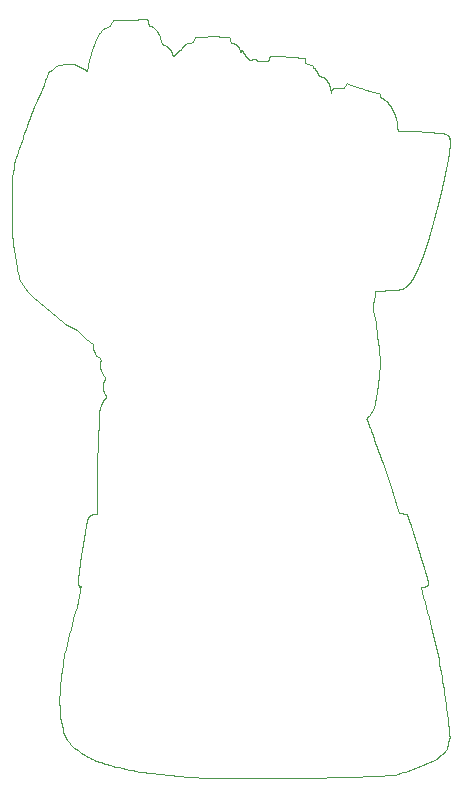
<source format=gbr>
%TF.GenerationSoftware,KiCad,Pcbnew,8.0.2*%
%TF.CreationDate,2024-05-14T21:00:48-05:00*%
%TF.ProjectId,AA Final edge cut repair,41412046-696e-4616-9c20-656467652063,rev?*%
%TF.SameCoordinates,Original*%
%TF.FileFunction,Profile,NP*%
%FSLAX46Y46*%
G04 Gerber Fmt 4.6, Leading zero omitted, Abs format (unit mm)*
G04 Created by KiCad (PCBNEW 8.0.2) date 2024-05-14 21:00:48*
%MOMM*%
%LPD*%
G01*
G04 APERTURE LIST*
%TA.AperFunction,Profile*%
%ADD10C,0.100000*%
%TD*%
G04 APERTURE END LIST*
D10*
X57791755Y-52015078D02*
X58290000Y-51370000D01*
X58290000Y-51370000D02*
X58500000Y-50010000D01*
X58500000Y-50010000D02*
X58720772Y-48694442D01*
X58720772Y-48694442D02*
X58780772Y-47604442D01*
X58780772Y-47604442D02*
X58650772Y-46304442D01*
X58650772Y-46304442D02*
X58500772Y-45244442D01*
X58500772Y-45244442D02*
X58420772Y-44174442D01*
X47079747Y-21121595D02*
X47079463Y-21121208D01*
X53923827Y-23354057D02*
X53919928Y-23353454D01*
X34674940Y-60352836D02*
X34664376Y-60352481D01*
X61370767Y-61317425D02*
X61368285Y-61309980D01*
X58314994Y-41577700D02*
X58314994Y-41576034D01*
X60594771Y-60310296D02*
X60590162Y-60310296D01*
X60723099Y-60311005D02*
X60719554Y-60311005D01*
X60209077Y-27278846D02*
X60208013Y-27271189D01*
X41273566Y-21557425D02*
X41272361Y-21556748D01*
X33491307Y-63625561D02*
X33488187Y-63640804D01*
X54332209Y-23771584D02*
X54326892Y-23762403D01*
X47374441Y-21547744D02*
X47367741Y-21537304D01*
X51741219Y-21695360D02*
X51569819Y-21678628D01*
X34191582Y-60474074D02*
X34182755Y-60479746D01*
X59118995Y-41431079D02*
X59122186Y-41431079D01*
X53607083Y-23209776D02*
X53604141Y-23206585D01*
X48070250Y-21839180D02*
X48064613Y-21839464D01*
X54818580Y-24302729D02*
X54801564Y-24319674D01*
X61915985Y-63045957D02*
X61905704Y-63012634D01*
X47983221Y-21853750D02*
X47977230Y-21855345D01*
X59506107Y-57547693D02*
X59418901Y-57292100D01*
X61065189Y-60492153D02*
X61064126Y-60489672D01*
X41179482Y-21430905D02*
X41178915Y-21429122D01*
X61093195Y-40985901D02*
X61098158Y-40982569D01*
X60903538Y-27962318D02*
X60899639Y-27962318D01*
X62152435Y-63821244D02*
X62143927Y-63793593D01*
X48569170Y-82739384D02*
X49036328Y-82735130D01*
X47067801Y-21101498D02*
X47067588Y-21101144D01*
X62225107Y-64064430D02*
X62217308Y-64039260D01*
X40888050Y-20903270D02*
X40885320Y-20900165D01*
X33664657Y-22672711D02*
X33662423Y-22671471D01*
X58516349Y-24695158D02*
X58429851Y-24674349D01*
X28178942Y-40215577D02*
X28198404Y-40291404D01*
X61391682Y-40636295D02*
X61400899Y-40623604D01*
X60150585Y-26990922D02*
X60145976Y-26972630D01*
X34751193Y-60355317D02*
X34744670Y-60354963D01*
X62637034Y-37780246D02*
X62648023Y-37748483D01*
X62845478Y-66338180D02*
X62846896Y-66336053D01*
X58776550Y-24757585D02*
X58690053Y-24736776D01*
X34473656Y-60365243D02*
X34463270Y-60367370D01*
X57658464Y-52236497D02*
X57660236Y-52233732D01*
X58946709Y-41431079D02*
X58949900Y-41431079D01*
X33892599Y-22812738D02*
X33892173Y-22811001D01*
X58314994Y-41865942D02*
X58314994Y-41864276D01*
X58822281Y-41431079D02*
X58825471Y-41431079D01*
X59553610Y-41414205D02*
X59566372Y-41413390D01*
X40662376Y-20716637D02*
X40658548Y-20714620D01*
X60308691Y-27962318D02*
X60303019Y-27962318D01*
X33219053Y-66077978D02*
X33219053Y-66078333D01*
X32460214Y-70495378D02*
X32354574Y-70921839D01*
X33339476Y-45021506D02*
X33422393Y-45112718D01*
X60628448Y-41284459D02*
X60634829Y-41282616D01*
X41223086Y-21520586D02*
X41221916Y-21519122D01*
X33388715Y-66492741D02*
X33392544Y-66492386D01*
X58921186Y-41431079D02*
X58924376Y-41431079D01*
X60834057Y-27962318D02*
X60830157Y-27962318D01*
X53767494Y-23323711D02*
X53763240Y-23322329D01*
X58210772Y-43018202D02*
X58210772Y-43015083D01*
X32408564Y-22258906D02*
X32392789Y-22253021D01*
X34350823Y-60396084D02*
X34340826Y-60399275D01*
X39944553Y-19565341D02*
X39915307Y-19510532D01*
X62786632Y-65965957D02*
X62784859Y-65957449D01*
X33852895Y-22759705D02*
X33851335Y-22759067D01*
X47474481Y-21690433D02*
X47467107Y-21680401D01*
X33647747Y-22663424D02*
X33642004Y-22660339D01*
X62806129Y-66051745D02*
X62804357Y-66045010D01*
X63292146Y-35526135D02*
X63303135Y-35485545D01*
X58417089Y-41431079D02*
X58420280Y-41431079D01*
X62287144Y-66561513D02*
X62294589Y-66560096D01*
X34845738Y-60349645D02*
X34845738Y-60352481D01*
X33511265Y-63506095D02*
X33506267Y-63535873D01*
X47233316Y-21328661D02*
X47226474Y-21318291D01*
X61543053Y-27962318D02*
X61529936Y-27962318D01*
X49703210Y-21605495D02*
X49613309Y-21607587D01*
X58195174Y-42937625D02*
X58189856Y-42915965D01*
X34845667Y-60341137D02*
X34845702Y-60343973D01*
X32535545Y-22271065D02*
X32530227Y-22272909D01*
X64632148Y-29465957D02*
X64634275Y-29448728D01*
X47017604Y-21097326D02*
X47016363Y-21099875D01*
X36924691Y-18500252D02*
X36732872Y-18502078D01*
X60109108Y-41373651D02*
X60117971Y-41372694D01*
X61353396Y-61259996D02*
X61351269Y-61252906D01*
X62814992Y-66375402D02*
X62817119Y-66373630D01*
X60241691Y-27654153D02*
X60240273Y-27633698D01*
X61734482Y-40023970D02*
X61744408Y-40005076D01*
X59772335Y-26016726D02*
X59769145Y-26010700D01*
X33380881Y-22523007D02*
X33375103Y-22519887D01*
X59801050Y-26071780D02*
X59797859Y-26065328D01*
X27579096Y-34980386D02*
X27572360Y-35432867D01*
X40279199Y-20455355D02*
X40268600Y-20435641D01*
X33219584Y-66092513D02*
X33219620Y-66092867D01*
X47643363Y-21861265D02*
X47640138Y-21859422D01*
X33219762Y-66098185D02*
X33219762Y-66098539D01*
X31814602Y-78105386D02*
X31852463Y-78278027D01*
X60801797Y-60318095D02*
X60798607Y-60317740D01*
X60988972Y-60367015D02*
X60987909Y-60366306D01*
X48374906Y-21940531D02*
X48371396Y-21934895D01*
X34003096Y-80908402D02*
X34116712Y-80962995D01*
X48335485Y-21900083D02*
X48330416Y-21896467D01*
X60563575Y-27962318D02*
X60559675Y-27962318D01*
X59596504Y-25736460D02*
X59594023Y-25733483D01*
X64309201Y-28184269D02*
X64296793Y-28180157D01*
X59631245Y-25774852D02*
X59628055Y-25771556D01*
X61071570Y-60507042D02*
X61070507Y-60504561D01*
X62858949Y-66302021D02*
X62859658Y-66299185D01*
X63718253Y-28088696D02*
X63706200Y-28087668D01*
X49366685Y-21787353D02*
X49349952Y-21831239D01*
X61087877Y-60542137D02*
X61086105Y-60538592D01*
X58420772Y-44174442D02*
X58210417Y-43069108D01*
X61464709Y-40526188D02*
X61473926Y-40512256D01*
X54489252Y-24089037D02*
X54485707Y-24078934D01*
X64204269Y-31846836D02*
X64208523Y-31826488D01*
X59627700Y-41409313D02*
X59639753Y-41408498D01*
X62430007Y-66527836D02*
X62437097Y-66526064D01*
X58314994Y-41834285D02*
X58314994Y-41832619D01*
X59527377Y-25659747D02*
X59525605Y-25658613D01*
X36393582Y-81754234D02*
X36675550Y-81813435D01*
X41473007Y-21406406D02*
X41471199Y-21408366D01*
X58790376Y-41431079D02*
X58793566Y-41431079D01*
X54478262Y-24058728D02*
X54474363Y-24048837D01*
X33220648Y-66157031D02*
X33220719Y-66162349D01*
X61061999Y-60484709D02*
X61060936Y-60481873D01*
X64287576Y-31439234D02*
X64291476Y-31418851D01*
X64636402Y-29431499D02*
X64638529Y-29414235D01*
X62642351Y-65420739D02*
X62638097Y-65405850D01*
X61066253Y-60494635D02*
X61065189Y-60492153D01*
X63864306Y-33364690D02*
X63871041Y-33337713D01*
X47064114Y-21094876D02*
X47063901Y-21094536D01*
X44781395Y-82688691D02*
X45412685Y-82697199D01*
X63553411Y-34558958D02*
X63565109Y-34515426D01*
X27674633Y-31415306D02*
X27626350Y-31813123D01*
X41780640Y-82553982D02*
X42028930Y-82570998D01*
X54273717Y-23681932D02*
X54270526Y-23677571D01*
X32557382Y-22265251D02*
X32551923Y-22266705D01*
X41500374Y-21379088D02*
X41497503Y-21381899D01*
X59785097Y-26040832D02*
X59781907Y-26034806D01*
X47593308Y-21824717D02*
X47590260Y-21821987D01*
X58314994Y-41662673D02*
X58314994Y-41661007D01*
X41931266Y-20994514D02*
X41930593Y-20994755D01*
X54572913Y-24433467D02*
X54571850Y-24425598D01*
X54578585Y-24495576D02*
X54577876Y-24487812D01*
X53161621Y-22590858D02*
X53158714Y-22590255D01*
X59935759Y-41395878D02*
X59947457Y-41395700D01*
X43064951Y-20067459D02*
X43040030Y-20126249D01*
X64647037Y-28484422D02*
X64643847Y-28477758D01*
X32828608Y-22260962D02*
X32822830Y-22259438D01*
X33572735Y-22623542D02*
X33566957Y-22620494D01*
X46990839Y-21183781D02*
X46990485Y-21185479D01*
X33349295Y-64618155D02*
X33346565Y-64641198D01*
X60396252Y-60310296D02*
X60395188Y-60310296D01*
X59029662Y-41431079D02*
X59032852Y-41431079D01*
X63206712Y-81278852D02*
X63417284Y-81190228D01*
X33800784Y-22740988D02*
X33798409Y-22739995D01*
X35338277Y-50718679D02*
X35272305Y-50817513D01*
X33220116Y-66119809D02*
X33220187Y-66125126D01*
X64686741Y-28579641D02*
X64684260Y-28572692D01*
X62845478Y-66193545D02*
X62844415Y-66189645D01*
X52435184Y-21954569D02*
X52433092Y-21906499D01*
X57772612Y-52046167D02*
X57774739Y-52042587D01*
X61529936Y-27962318D02*
X61517174Y-27962318D01*
X53947579Y-23358949D02*
X53943679Y-23358027D01*
X40449075Y-20618881D02*
X40447090Y-20618282D01*
X33152301Y-22393899D02*
X33147621Y-22391701D01*
X64521545Y-28317986D02*
X64515873Y-28312633D01*
X33294702Y-65050289D02*
X33291725Y-65072976D01*
X32129751Y-22268442D02*
X32071897Y-22275213D01*
X40882626Y-20897056D02*
X40879896Y-20893947D01*
X64461280Y-30602513D02*
X64465180Y-30582909D01*
X48628372Y-22000229D02*
X48516457Y-22006432D01*
X60094928Y-26791127D02*
X60089256Y-26773154D01*
X62838388Y-66169084D02*
X62836970Y-66164830D01*
X41152576Y-21349264D02*
X41150024Y-21341678D01*
X60829803Y-41185625D02*
X60833348Y-41182505D01*
X59788288Y-26046859D02*
X59785097Y-26040832D01*
X47785730Y-21894127D02*
X47783886Y-21894163D01*
X63150347Y-36042993D02*
X63160982Y-36004637D01*
X54193955Y-23574625D02*
X54190764Y-23570442D01*
X34002529Y-60750582D02*
X34000862Y-60757318D01*
X32455960Y-22276489D02*
X32440150Y-22270640D01*
X45373761Y-19942758D02*
X45215194Y-19933849D01*
X60718136Y-27962318D02*
X60714236Y-27962318D01*
X33334548Y-66498413D02*
X33337774Y-66498058D01*
X34632578Y-60352836D02*
X34621943Y-60352836D01*
X33027695Y-22338455D02*
X33024150Y-22336789D01*
X31698150Y-22332890D02*
X31631433Y-22345332D01*
X46994561Y-21166456D02*
X46993994Y-21169058D01*
X40869013Y-20881518D02*
X40866319Y-20878409D01*
X60881914Y-60332984D02*
X60878369Y-60332275D01*
X33488187Y-63640804D02*
X33485068Y-63656048D01*
X61581693Y-27962318D02*
X61568931Y-27962318D01*
X28430813Y-28749126D02*
X28360480Y-28960088D01*
X59042424Y-41431079D02*
X59045614Y-41431079D01*
X64592445Y-29795143D02*
X64594217Y-29779262D01*
X33705388Y-22695045D02*
X33703120Y-22693804D01*
X54216288Y-23604261D02*
X54213098Y-23600007D01*
X46072087Y-20206412D02*
X46056063Y-20149405D01*
X58688280Y-41431079D02*
X58691471Y-41431079D01*
X59016900Y-41431079D02*
X59020091Y-41431079D01*
X61132190Y-60644233D02*
X61130417Y-60639624D01*
X47884706Y-21885194D02*
X47881551Y-21885938D01*
X62248149Y-64140292D02*
X62240350Y-64115123D01*
X60838311Y-41179173D02*
X60842919Y-41175841D01*
X39157178Y-18860153D02*
X39148032Y-18812654D01*
X62132937Y-39149601D02*
X62142863Y-39125247D01*
X63730660Y-28089724D02*
X63718253Y-28088696D01*
X40973094Y-21010492D02*
X40968485Y-21003926D01*
X58314994Y-41909474D02*
X58314994Y-41907489D01*
X54577167Y-24480049D02*
X54576458Y-24472285D01*
X47064539Y-21095553D02*
X47064326Y-21095213D01*
X60567474Y-27962318D02*
X60563575Y-27962318D01*
X60516781Y-60310296D02*
X60511818Y-60310296D01*
X62802584Y-66037565D02*
X62800812Y-66029766D01*
X33293426Y-66496640D02*
X33295979Y-66496995D01*
X61254491Y-27962318D02*
X61242438Y-27962318D01*
X34624602Y-20376500D02*
X34597199Y-20455057D01*
X60544432Y-27962318D02*
X60540532Y-27962318D01*
X62828463Y-66361577D02*
X62830235Y-66359450D01*
X60847882Y-41172509D02*
X60852491Y-41169176D01*
X54229050Y-23621348D02*
X54225860Y-23617059D01*
X47092225Y-21136246D02*
X47091906Y-21135870D01*
X61027967Y-60409555D02*
X61026549Y-60407074D01*
X33812411Y-22745206D02*
X33810745Y-22744604D01*
X53631366Y-23234591D02*
X53628176Y-23231577D01*
X33244860Y-66428931D02*
X33246030Y-66433894D01*
X59652515Y-25801936D02*
X59650742Y-25798427D01*
X58804910Y-25062879D02*
X58801365Y-25024735D01*
X39840437Y-19410050D02*
X39794742Y-19364376D01*
X33844848Y-61478367D02*
X33843004Y-61490065D01*
X34877217Y-54473841D02*
X34860945Y-54849254D01*
X58343708Y-41431079D02*
X58346899Y-41431079D01*
X60463252Y-60310296D02*
X60458289Y-60310296D01*
X64161730Y-32050353D02*
X64165983Y-32030041D01*
X41465775Y-21414251D02*
X41463967Y-21416211D01*
X33890791Y-22866622D02*
X33891110Y-22864743D01*
X58614899Y-41431079D02*
X58618090Y-41431079D01*
X53825277Y-23339699D02*
X53820668Y-23338600D01*
X62847605Y-66200989D02*
X62846542Y-66197090D01*
X47030507Y-21080959D02*
X47029018Y-21082568D01*
X53951478Y-23359870D02*
X53947579Y-23358949D01*
X61473571Y-61638600D02*
X61471799Y-61631510D01*
X33260387Y-66470053D02*
X33262230Y-66472180D01*
X47306590Y-82722368D02*
X47937880Y-82730876D01*
X58420280Y-41431079D02*
X58423470Y-41431079D01*
X32546463Y-22268158D02*
X32541004Y-22269612D01*
X54582839Y-24566121D02*
X54582485Y-24558074D01*
X33385170Y-66493095D02*
X33388715Y-66492741D01*
X60747559Y-60312423D02*
X60744369Y-60312068D01*
X33219017Y-66076915D02*
X33219017Y-66077269D01*
X54100013Y-23464837D02*
X54096468Y-23460902D01*
X40739479Y-20762084D02*
X40736005Y-20759744D01*
X54370849Y-23836138D02*
X54365886Y-23826709D01*
X55715106Y-24235480D02*
X55682137Y-24285784D01*
X33481948Y-63670937D02*
X33478829Y-63686180D01*
X60243109Y-27674607D02*
X60241691Y-27654153D01*
X33373046Y-64404393D02*
X33371309Y-64419991D01*
X33219265Y-66083296D02*
X33219265Y-66083650D01*
X61523201Y-81964806D02*
X61733773Y-81897451D01*
X32982425Y-68557692D02*
X32957504Y-68615829D01*
X41026658Y-21090335D02*
X41022369Y-21083561D01*
X33220967Y-65800761D02*
X33220081Y-65823449D01*
X58179576Y-42872645D02*
X58174258Y-42850986D01*
X53344117Y-22819048D02*
X53342557Y-22816992D01*
X29096631Y-41700959D02*
X29195784Y-41790363D01*
X32709781Y-22245258D02*
X32703683Y-22245293D01*
X60860999Y-27962318D02*
X60857099Y-27962318D01*
X59074329Y-41431079D02*
X59077519Y-41431079D01*
X53634557Y-23237604D02*
X53631366Y-23234591D01*
X62835553Y-66353069D02*
X62836970Y-66350942D01*
X54750517Y-24370544D02*
X54733501Y-24387489D01*
X33892563Y-22855349D02*
X33892776Y-22853470D01*
X60787618Y-27962318D02*
X60783718Y-27962318D01*
X33195549Y-22415169D02*
X33190693Y-22412723D01*
X59724124Y-41403322D02*
X59736176Y-41402613D01*
X59581615Y-25718594D02*
X59579134Y-25715616D01*
X60490194Y-27962318D02*
X60486294Y-27962318D01*
X40781204Y-20794372D02*
X40778120Y-20791710D01*
X53943679Y-23358027D02*
X53939780Y-23357105D01*
X61738736Y-27962318D02*
X61725619Y-27962318D01*
X40464744Y-20624145D02*
X40462829Y-20623394D01*
X60470696Y-27962318D02*
X60467151Y-27962318D01*
X32354574Y-70921839D02*
X32248933Y-71348300D01*
X47063263Y-21093522D02*
X47063050Y-21093199D01*
X63541713Y-34602526D02*
X63553411Y-34558958D01*
X59712071Y-41404031D02*
X59724124Y-41403322D01*
X64650582Y-28642139D02*
X64648455Y-28634836D01*
X52520015Y-22179286D02*
X52443550Y-22146884D01*
X58391566Y-41431079D02*
X58394756Y-41431079D01*
X58815900Y-41431079D02*
X58819090Y-41431079D01*
X53416647Y-22920364D02*
X53413705Y-22916003D01*
X61243502Y-60965408D02*
X61241375Y-60959027D01*
X58314994Y-41464402D02*
X58314994Y-41462736D01*
X63791634Y-28094865D02*
X63779226Y-28093837D01*
X62338901Y-66550879D02*
X62346345Y-66549106D01*
X33827158Y-61594642D02*
X33825457Y-61606340D01*
X59688319Y-25868617D02*
X59685838Y-25864257D01*
X58314994Y-41799296D02*
X58314994Y-41797630D01*
X58646804Y-41431079D02*
X58649995Y-41431079D01*
X35374223Y-50038787D02*
X35513895Y-50238157D01*
X60997480Y-60373751D02*
X60995353Y-60371978D01*
X47897326Y-21882216D02*
X47894171Y-21882961D01*
X59372107Y-41424876D02*
X59385223Y-41424167D01*
X40405613Y-20614872D02*
X40403734Y-20615230D01*
X40623204Y-20697459D02*
X40619234Y-20695623D01*
X61222587Y-60899826D02*
X61220814Y-60894154D01*
X33555294Y-22614432D02*
X33549480Y-22611419D01*
X62734166Y-37485658D02*
X62744801Y-37452655D01*
X33514456Y-22593339D02*
X33508607Y-22590326D01*
X33779443Y-22731983D02*
X33777103Y-22730920D01*
X47061420Y-21090927D02*
X47059470Y-21089272D01*
X51055619Y-21628467D02*
X50942712Y-21624284D01*
X57781120Y-52032271D02*
X57783247Y-52028833D01*
X61070152Y-41002562D02*
X61074406Y-40999230D01*
X40435143Y-20615620D02*
X40433122Y-20615255D01*
X58981805Y-41431079D02*
X58984995Y-41431079D01*
X54566532Y-24386248D02*
X54565469Y-24378378D01*
X33237841Y-66399153D02*
X33239011Y-66404116D01*
X61192454Y-60808365D02*
X61190682Y-60803402D01*
X33101856Y-22370998D02*
X33097353Y-22369013D01*
X64608752Y-29651572D02*
X64610878Y-29634910D01*
X60502247Y-60310296D02*
X60497284Y-60310296D01*
X54136172Y-23504541D02*
X54132627Y-23500535D01*
X48064613Y-21839464D02*
X48059012Y-21839747D01*
X53441745Y-22960741D02*
X53439051Y-22956203D01*
X57625850Y-52287652D02*
X57627268Y-52285347D01*
X33219194Y-66081878D02*
X33219230Y-66082232D01*
X41574748Y-21306221D02*
X41571876Y-21309011D01*
X40603388Y-20688263D02*
X40599417Y-20686427D01*
X64673625Y-28887983D02*
X64673625Y-28870754D01*
X62665039Y-27992096D02*
X62637743Y-27989969D01*
X54184383Y-23562076D02*
X54181193Y-23557893D01*
X64657672Y-29256342D02*
X64659090Y-29238617D01*
X60297701Y-27962318D02*
X60292029Y-27962318D01*
X60898575Y-41135853D02*
X60903184Y-41132521D01*
X63417284Y-81190228D02*
X63539231Y-81085297D01*
X41787943Y-21100268D02*
X41780463Y-21107252D01*
X40370128Y-20599657D02*
X40362010Y-20588749D01*
X53564402Y-23157842D02*
X53561282Y-23153588D01*
X60917364Y-60340783D02*
X60915946Y-60340428D01*
X41381794Y-21511277D02*
X41378958Y-21514386D01*
X62038995Y-63452566D02*
X62030133Y-63423143D01*
X59566372Y-25699451D02*
X59564245Y-25696757D01*
X60585908Y-60310296D02*
X60581300Y-60310296D01*
X53353475Y-22831385D02*
X53351916Y-22829329D01*
X33219762Y-66098894D02*
X33219868Y-66104211D01*
X47737944Y-21891469D02*
X47733867Y-21890901D01*
X34706526Y-60353899D02*
X34695998Y-60353545D01*
X64515873Y-28312633D02*
X64510556Y-28307280D01*
X34968713Y-52055349D02*
X34955419Y-52487198D01*
X29294937Y-41879803D02*
X29394090Y-41969243D01*
X64494603Y-79932115D02*
X64528280Y-79793151D01*
X60899639Y-27962318D02*
X60895739Y-27962318D01*
X32488858Y-22287620D02*
X32488184Y-22287939D01*
X57674771Y-52210655D02*
X57676898Y-52206932D01*
X53396051Y-22889735D02*
X53393108Y-22885339D01*
X62839806Y-66346688D02*
X62841224Y-66344561D01*
X33755550Y-62039892D02*
X33750551Y-62070024D01*
X61104539Y-27962318D02*
X61100639Y-27962318D01*
X41224255Y-21522050D02*
X41223086Y-21520586D01*
X32648311Y-22248235D02*
X32642107Y-22248909D01*
X47063901Y-21094536D02*
X47063688Y-21094199D01*
X60952814Y-60349645D02*
X60951396Y-60349291D01*
X33411687Y-66491677D02*
X33415515Y-66491323D01*
X62384986Y-64583415D02*
X62377896Y-64561790D01*
X60256934Y-27920912D02*
X60256580Y-27912653D01*
X64135142Y-32172301D02*
X64139751Y-32151988D01*
X53134077Y-22595679D02*
X53134006Y-22595750D01*
X41220746Y-21517661D02*
X41219576Y-21516197D01*
X33892173Y-22811001D02*
X33891748Y-22809264D01*
X58314994Y-41452739D02*
X58314994Y-41451073D01*
X61021586Y-41039217D02*
X61025840Y-41035885D01*
X61086105Y-60538592D02*
X61084332Y-60535047D01*
X58210772Y-43008844D02*
X58210772Y-43005724D01*
X47012641Y-21107528D02*
X47011400Y-21110077D01*
X40799638Y-20810509D02*
X40796660Y-20807680D01*
X60517136Y-27962318D02*
X60513236Y-27962318D01*
X34363656Y-45898463D02*
X34450756Y-45958586D01*
X60930835Y-27962318D02*
X60926935Y-27962318D01*
X35100019Y-47359491D02*
X35092433Y-47395827D01*
X60640855Y-27962318D02*
X60636956Y-27962318D01*
X60979755Y-60361343D02*
X60978337Y-60360634D01*
X48274618Y-21871971D02*
X48269052Y-21870199D01*
X43300125Y-19946320D02*
X43207495Y-19948104D01*
X58522375Y-41431079D02*
X58525566Y-41431079D01*
X57597136Y-24443606D02*
X57500003Y-24414112D01*
X59644007Y-25788040D02*
X59640817Y-25784743D01*
X53308312Y-22771758D02*
X53306753Y-22769702D01*
X40692828Y-20732920D02*
X40689141Y-20730761D01*
X31776707Y-77933100D02*
X31814602Y-78105386D01*
X52428909Y-21810324D02*
X52426818Y-21762254D01*
X47939476Y-21868639D02*
X47936179Y-21870057D01*
X61229322Y-40846902D02*
X61238185Y-40836728D01*
X41221916Y-21519122D02*
X41220746Y-21517661D01*
X58374550Y-54330978D02*
X58252957Y-53994205D01*
X59262213Y-41429059D02*
X59276038Y-41428562D01*
X58314994Y-41892210D02*
X58314994Y-41890367D01*
X53336318Y-22808768D02*
X53334758Y-22806712D01*
X53783801Y-23329242D02*
X53779547Y-23327859D01*
X58170359Y-42519388D02*
X58176385Y-42505634D01*
X57755242Y-52075059D02*
X57757723Y-52070982D01*
X59058376Y-41431079D02*
X59061567Y-41431079D01*
X62720341Y-65694766D02*
X62717150Y-65683422D01*
X33219442Y-66088259D02*
X33219442Y-66088613D01*
X33666890Y-22673952D02*
X33664657Y-22672711D01*
X63542067Y-28072141D02*
X63514771Y-28069553D01*
X33900327Y-61175980D02*
X33897881Y-61187678D01*
X58010126Y-53320871D02*
X57961205Y-53193181D01*
X62974870Y-36681161D02*
X62985151Y-36645037D01*
X30672516Y-22931708D02*
X30625474Y-23068934D01*
X53365918Y-22847833D02*
X53364359Y-22845777D01*
X47863471Y-21888916D02*
X47860458Y-21889413D01*
X58314994Y-41536046D02*
X58314994Y-41534380D01*
X60187098Y-27156048D02*
X60183553Y-27137614D01*
X48378451Y-21946132D02*
X48374906Y-21940531D01*
X61393100Y-61383716D02*
X61390619Y-61376271D01*
X58314994Y-41586030D02*
X58314994Y-41584364D01*
X58314994Y-41692663D02*
X58314994Y-41690997D01*
X60880496Y-27962318D02*
X60876597Y-27962318D01*
X62202419Y-38975436D02*
X62212345Y-38950161D01*
X33215189Y-22425591D02*
X33210226Y-22422826D01*
X53650509Y-23252174D02*
X53647319Y-23249409D01*
X58252957Y-53994205D02*
X58131719Y-53657432D01*
X53570641Y-23166385D02*
X53567521Y-23162096D01*
X33220187Y-66125126D02*
X33220258Y-66130444D01*
X33864097Y-61362091D02*
X33862112Y-61373790D01*
X62437097Y-66526064D02*
X62443478Y-66524291D01*
X34955419Y-52487198D02*
X34937694Y-52982219D01*
X34095549Y-60560217D02*
X34090799Y-60566243D01*
X33219691Y-66095349D02*
X33219691Y-66095703D01*
X59358991Y-41425585D02*
X59372107Y-41424876D01*
X33352379Y-22506984D02*
X33346707Y-22503758D01*
X53314516Y-22779982D02*
X53312956Y-22777926D01*
X58314994Y-41524383D02*
X58314994Y-41522717D01*
X59732277Y-25945082D02*
X59729441Y-25939871D01*
X33092851Y-22367028D02*
X33088633Y-22365184D01*
X27922321Y-38877985D02*
X27967023Y-39136556D01*
X33566106Y-63176767D02*
X33561108Y-63206899D01*
X54047547Y-23412194D02*
X54043648Y-23408897D01*
X47088007Y-21131404D02*
X47087688Y-21131031D01*
X32727966Y-22245683D02*
X32721975Y-22245151D01*
X64152867Y-32091014D02*
X64157121Y-32070701D01*
X33219726Y-66096767D02*
X33219726Y-66097121D01*
X40583536Y-20679160D02*
X40579565Y-20677348D01*
X33220577Y-66151714D02*
X33220648Y-66157031D01*
X46088110Y-20263419D02*
X46072087Y-20206412D01*
X32093167Y-44235655D02*
X32401013Y-44437152D01*
X61305894Y-61131668D02*
X61303058Y-61125287D01*
X29691549Y-42237527D02*
X29790702Y-42326967D01*
X43114864Y-19949887D02*
X43089908Y-20008673D01*
X32143293Y-71774407D02*
X32037653Y-72200868D01*
X60757840Y-41234475D02*
X60762803Y-41232029D01*
X33586029Y-63057301D02*
X33581066Y-63087079D01*
X58314994Y-41472733D02*
X58314994Y-41471067D01*
X59663504Y-25823560D02*
X59661377Y-25819590D01*
X61751852Y-27962318D02*
X61738736Y-27962318D01*
X59591541Y-25730505D02*
X59589060Y-25727527D01*
X61157004Y-60709815D02*
X61155232Y-60704852D01*
X62541674Y-65084320D02*
X62536356Y-65067304D01*
X60540532Y-27962318D02*
X60536633Y-27962318D01*
X53514488Y-23083326D02*
X53511723Y-23078860D01*
X58965852Y-41431079D02*
X58969043Y-41431079D01*
X48246790Y-21863109D02*
X48241224Y-21861336D01*
X38906867Y-18478330D02*
X38760743Y-18480156D01*
X41175016Y-21416626D02*
X41174484Y-21414846D01*
X36047769Y-18728613D02*
X36005761Y-18798038D01*
X62860367Y-66251328D02*
X62859658Y-66248846D01*
X60432056Y-27962318D02*
X60428511Y-27962318D01*
X53939780Y-23357105D02*
X53935880Y-23356183D01*
X33719107Y-22702418D02*
X33716803Y-22701178D01*
X32811132Y-22256850D02*
X32805212Y-22255786D01*
X35300842Y-49830661D02*
X35374223Y-50038787D01*
X33421223Y-22544844D02*
X33415444Y-22541724D01*
X61993265Y-39480525D02*
X62003191Y-39458192D01*
X34664376Y-60352481D02*
X34653848Y-60352127D01*
X53207458Y-22615921D02*
X53205827Y-22614255D01*
X57759850Y-52067437D02*
X57761977Y-52063892D01*
X33296227Y-22473873D02*
X33290661Y-22470506D01*
X58131719Y-53657432D02*
X58010126Y-53320871D01*
X34845631Y-57765000D02*
X34845631Y-58407350D01*
X52306430Y-82705707D02*
X53072394Y-82684437D01*
X58755281Y-41431079D02*
X58758471Y-41431079D01*
X47646589Y-21863109D02*
X47643363Y-21861265D01*
X58314994Y-41707659D02*
X58314994Y-41705993D01*
X39120629Y-18670160D02*
X39111483Y-18622660D01*
X59747875Y-41401904D02*
X59759928Y-41401195D01*
X40849445Y-20860089D02*
X40846644Y-20857036D01*
X33469470Y-63731556D02*
X33466350Y-63746799D01*
X60384908Y-27962318D02*
X60383490Y-27962318D01*
X60223257Y-27409585D02*
X60221839Y-27395298D01*
X47670022Y-21874311D02*
X47666583Y-21872893D01*
X34770761Y-20076882D02*
X34734212Y-20151787D01*
X62840870Y-37144241D02*
X62851150Y-37109040D01*
X33680432Y-22681397D02*
X33678163Y-22680156D01*
X41488995Y-21390354D02*
X41486159Y-21393172D01*
X58246221Y-42295913D02*
X58255084Y-42264965D01*
X40501824Y-20640903D02*
X40500193Y-20640098D01*
X64404206Y-30876646D02*
X64408460Y-30857078D01*
X54586384Y-24700015D02*
X54586384Y-24697356D01*
X57698167Y-52169497D02*
X57699585Y-52166980D01*
X54444939Y-23979604D02*
X54440331Y-23969926D01*
X58314994Y-41597693D02*
X58314994Y-41596027D01*
X60505437Y-41317924D02*
X60512173Y-41316257D01*
X58314994Y-41724320D02*
X58314994Y-41722654D01*
X46949115Y-21205433D02*
X46936282Y-21178357D01*
X53508958Y-23074358D02*
X53506193Y-23069855D01*
X47388338Y-21568344D02*
X47381389Y-21558028D01*
X47089319Y-21132889D02*
X47088999Y-21132517D01*
X33675894Y-22678915D02*
X33673625Y-22677674D01*
X64320545Y-31276201D02*
X64324799Y-31255817D01*
X58972233Y-41431079D02*
X58975424Y-41431079D01*
X33221357Y-66200280D02*
X33221463Y-66205952D01*
X47088645Y-21132148D02*
X47088326Y-21131776D01*
X64653418Y-28657382D02*
X64652000Y-28649760D01*
X59502917Y-41417467D02*
X59515324Y-41416651D01*
X58314994Y-41704326D02*
X58314994Y-41702660D01*
X60509337Y-27962318D02*
X60505792Y-27962318D01*
X52672981Y-22244159D02*
X52596516Y-22211722D01*
X53720700Y-23302087D02*
X53716800Y-23299889D01*
X53170306Y-22592666D02*
X53167399Y-22592063D01*
X54349225Y-23799164D02*
X54343553Y-23789983D01*
X63959666Y-32954819D02*
X63965338Y-32930005D01*
X59530922Y-25662016D02*
X59529150Y-25660881D01*
X58314994Y-41852613D02*
X58314994Y-41850947D01*
X62753309Y-65815650D02*
X62750473Y-65805369D01*
X34068253Y-60595667D02*
X34064601Y-60601693D01*
X34960311Y-47098368D02*
X35028091Y-47151153D01*
X53253472Y-22681999D02*
X53252124Y-22679518D01*
X40439113Y-20616350D02*
X40437128Y-20615985D01*
X63789152Y-33666971D02*
X63796242Y-33638859D01*
X64375492Y-31013198D02*
X64379746Y-30993701D01*
X60314363Y-27962318D02*
X60308691Y-27962318D01*
X61171184Y-60748810D02*
X61169412Y-60743847D01*
X53302180Y-22763427D02*
X53300655Y-22761336D01*
X53270771Y-22713833D02*
X53269459Y-22711423D01*
X64427249Y-80209686D02*
X64460926Y-80071078D01*
X33461919Y-22566185D02*
X33456105Y-22563136D01*
X54315193Y-23744323D02*
X54309167Y-23735390D01*
X48330416Y-21896467D02*
X48325311Y-21892887D01*
X64650228Y-28491052D02*
X64647037Y-28484422D01*
X33707657Y-22696285D02*
X33705388Y-22695045D01*
X41819954Y-21072951D02*
X41811765Y-21079729D01*
X33222739Y-65755031D02*
X33221853Y-65777718D01*
X41005247Y-21056459D02*
X41000638Y-21049894D01*
X61359777Y-61281266D02*
X61357650Y-61274176D01*
X34845773Y-60359216D02*
X34845773Y-60359571D01*
X31898299Y-22295596D02*
X31831583Y-22308004D01*
X57669099Y-52219907D02*
X57670871Y-52217142D01*
X48230093Y-21857791D02*
X48224598Y-21856444D01*
X61080787Y-60527958D02*
X61079015Y-60524413D01*
X61015205Y-60391121D02*
X61013433Y-60388994D01*
X64457026Y-30622116D02*
X64461280Y-30602513D01*
X59146292Y-41430902D02*
X59160826Y-41430689D01*
X60417167Y-41337492D02*
X60424257Y-41336322D01*
X64634275Y-29448728D02*
X64636402Y-29431499D01*
X53183139Y-22598550D02*
X53179630Y-22596211D01*
X47072693Y-21111091D02*
X47072480Y-21110747D01*
X64208523Y-31826488D02*
X64212777Y-31806104D01*
X53148221Y-22590681D02*
X53145881Y-22591496D01*
X62777060Y-37350205D02*
X62787695Y-37316031D01*
X57785374Y-52025394D02*
X57787501Y-52021955D01*
X59099853Y-41431079D02*
X59103043Y-41431079D01*
X33240181Y-66409079D02*
X33241350Y-66414042D01*
X33314200Y-66499122D02*
X33317107Y-66499122D01*
X64178745Y-31968996D02*
X64182999Y-31948648D01*
X58924376Y-41431079D02*
X58927567Y-41431079D01*
X62315149Y-64359372D02*
X62307705Y-64335975D01*
X64661926Y-28703112D02*
X64660508Y-28695491D01*
X36131785Y-18589766D02*
X36089777Y-18659188D01*
X32926202Y-22292619D02*
X32920565Y-22290314D01*
X60206950Y-27263531D02*
X60205886Y-27255839D01*
X64401370Y-28227305D02*
X64390026Y-28221739D01*
X33411474Y-64090308D02*
X33409276Y-64106260D01*
X33347452Y-66496995D02*
X33350678Y-66496640D01*
X60768120Y-41229583D02*
X60772374Y-41226818D01*
X62719986Y-27996350D02*
X62692335Y-27994223D01*
X33796033Y-22739002D02*
X33793658Y-22738010D01*
X53669652Y-23268764D02*
X53666462Y-23265999D01*
X53373575Y-22858220D02*
X53372051Y-22856129D01*
X54081933Y-23445375D02*
X54078034Y-23441582D01*
X60776983Y-41224053D02*
X60781237Y-41221287D01*
X47018844Y-21094777D02*
X47017604Y-21097326D01*
X60958486Y-41089202D02*
X60962740Y-41085869D01*
X58378804Y-41431079D02*
X58381994Y-41431079D01*
X33128797Y-22382909D02*
X33124295Y-22380924D01*
X40378246Y-20610565D02*
X40370128Y-20599657D01*
X59184932Y-25297060D02*
X59141683Y-25260618D01*
X53286582Y-22740846D02*
X53285235Y-22738825D01*
X60220421Y-27381012D02*
X60219003Y-27366726D01*
X64661926Y-29203238D02*
X64663344Y-29185549D01*
X40711226Y-20743725D02*
X40707539Y-20741566D01*
X33346565Y-64641198D02*
X33343836Y-64663886D01*
X59545102Y-25675912D02*
X59543330Y-25674175D01*
X31810384Y-73690468D02*
X31772488Y-73938971D01*
X61051364Y-60456349D02*
X61050301Y-60453513D01*
X60827321Y-60321640D02*
X60824131Y-60320931D01*
X41234749Y-21532866D02*
X41233402Y-21531529D01*
X64008232Y-32738257D02*
X64013549Y-32714399D01*
X41321211Y-21560013D02*
X41319084Y-21560935D01*
X39158667Y-82259394D02*
X39554286Y-82305833D01*
X57737871Y-52103525D02*
X57740353Y-52099449D01*
X33603257Y-80651745D02*
X33746368Y-80752777D01*
X42696202Y-20457599D02*
X42623175Y-20470070D01*
X64527571Y-30248688D02*
X64530762Y-30228978D01*
X53735943Y-23310099D02*
X53732044Y-23308291D01*
X40163810Y-20075060D02*
X40149169Y-20014770D01*
X64266661Y-31541152D02*
X64270915Y-31520769D01*
X33226249Y-65686612D02*
X33224512Y-65709300D01*
X33892953Y-22851591D02*
X33893130Y-22849712D01*
X62302033Y-66558678D02*
X62309477Y-66557260D01*
X60945724Y-60347873D02*
X60944306Y-60347518D01*
X60530961Y-60310296D02*
X60526353Y-60310296D01*
X63919607Y-33129693D02*
X63925634Y-33103815D01*
X53847965Y-23343492D02*
X53843711Y-23342819D01*
X32892064Y-22279857D02*
X32886321Y-22277907D01*
X33223626Y-65731988D02*
X33222739Y-65755031D01*
X53134183Y-22595573D02*
X53134112Y-22595643D01*
X53384175Y-22872790D02*
X53382686Y-22870698D01*
X62891918Y-69101492D02*
X62780605Y-68679994D01*
X63796242Y-33638859D02*
X63803332Y-33610747D01*
X61324328Y-61171371D02*
X61321137Y-61164990D01*
X53262901Y-22699370D02*
X53261554Y-22696888D01*
X33234934Y-65572464D02*
X33233197Y-65595152D01*
X53589926Y-23190420D02*
X53587231Y-23187123D01*
X59532695Y-25663753D02*
X59530922Y-25662016D01*
X53427849Y-22938301D02*
X53425049Y-22933799D01*
X53074982Y-22453738D02*
X53065198Y-22430022D01*
X62416536Y-66531381D02*
X62423271Y-66529609D01*
X33219230Y-66082941D02*
X33219265Y-66083296D01*
X40571625Y-20673729D02*
X40567654Y-20671921D01*
X62862140Y-66262672D02*
X62862140Y-66260899D01*
X62830235Y-37179443D02*
X62840870Y-37144241D01*
X63303135Y-35485545D02*
X63314479Y-35444955D01*
X47084107Y-21126926D02*
X47083788Y-21126551D01*
X60463252Y-27962318D02*
X60459352Y-27962318D01*
X54326892Y-23762403D02*
X54321220Y-23753221D01*
X53966722Y-23364089D02*
X53963177Y-23362635D01*
X61518947Y-40436464D02*
X61527809Y-40421292D01*
X64621513Y-29551603D02*
X64623640Y-29534906D01*
X63857925Y-33391632D02*
X63864306Y-33364690D01*
X36283440Y-18511213D02*
X36261532Y-18513039D01*
X63484284Y-34817529D02*
X63495982Y-34774883D01*
X64594217Y-29779262D02*
X64595990Y-29763416D01*
X33321502Y-64845743D02*
X33318525Y-64868431D01*
X46995696Y-21161245D02*
X46995128Y-21163851D01*
X53595314Y-23197014D02*
X53592620Y-23193717D01*
X62423980Y-64707843D02*
X62417599Y-64687637D01*
X47053621Y-21084305D02*
X47051671Y-21082650D01*
X59204429Y-41430122D02*
X59219318Y-41429945D01*
X33444478Y-22557039D02*
X33438664Y-22553990D01*
X58314994Y-41802629D02*
X58314994Y-41800963D01*
X58314994Y-41477731D02*
X58314994Y-41476065D01*
X63569363Y-28074729D02*
X63542067Y-28072141D01*
X60830512Y-60322349D02*
X60827321Y-60321640D01*
X61220814Y-60894154D02*
X61219042Y-60888482D01*
X47423114Y-21619852D02*
X47416166Y-21609572D01*
X41184764Y-21446879D02*
X41184126Y-21445120D01*
X47081590Y-21123899D02*
X47081271Y-21123516D01*
X47910052Y-21878919D02*
X47906791Y-21879983D01*
X44076830Y-19928503D02*
X43966368Y-19932066D01*
X64558058Y-28356661D02*
X64553095Y-28350989D01*
X34360855Y-60392894D02*
X34350823Y-60396084D01*
X54411971Y-23911859D02*
X54407008Y-23902217D01*
X41421215Y-21466543D02*
X41418414Y-21469800D01*
X47062802Y-21092873D02*
X47062589Y-21092551D01*
X40500193Y-20640098D02*
X40498563Y-20639297D01*
X61044983Y-60439333D02*
X61043565Y-60436852D01*
X60745078Y-27962318D02*
X60741178Y-27962318D01*
X53367478Y-22849889D02*
X53365918Y-22847833D01*
X62122657Y-39173955D02*
X62132937Y-39149601D01*
X47683776Y-21879983D02*
X47680338Y-21878565D01*
X53492651Y-23047203D02*
X53489957Y-23042665D01*
X64118835Y-28131945D02*
X64105719Y-28129924D01*
X58592566Y-41431079D02*
X58595756Y-41431079D01*
X59700018Y-41404740D02*
X59712071Y-41404031D01*
X47080031Y-21121981D02*
X47079747Y-21121595D01*
X33887636Y-22795439D02*
X33886856Y-22793737D01*
X64510201Y-30347097D02*
X64513746Y-30327422D01*
X61447693Y-61547139D02*
X61445211Y-61539695D01*
X57667326Y-52222672D02*
X57669099Y-52219907D01*
X41296786Y-21562353D02*
X41294978Y-21562175D01*
X60386326Y-27962318D02*
X60384908Y-27962318D01*
X41207984Y-21499366D02*
X41207098Y-21497742D01*
X40977702Y-21017060D02*
X40973094Y-21010492D01*
X61633450Y-40224404D02*
X61641958Y-40206750D01*
X33280097Y-22464018D02*
X33275063Y-22460899D01*
X47072905Y-21111438D02*
X47072693Y-21111091D01*
X60907438Y-41129189D02*
X60912046Y-41125857D01*
X53687377Y-23281349D02*
X53683832Y-23278832D01*
X61303058Y-61125287D02*
X61300222Y-61118551D01*
X61390264Y-27962318D02*
X61377857Y-27962318D01*
X54579649Y-24511209D02*
X54579294Y-24503374D01*
X64473333Y-28276687D02*
X64463407Y-28269384D01*
X63005712Y-36571727D02*
X63015637Y-36534576D01*
X34323137Y-21278985D02*
X34295734Y-21370335D01*
X62002482Y-63332391D02*
X61992911Y-63300841D01*
X61594810Y-27962318D02*
X61581693Y-27962318D01*
X54457347Y-24009275D02*
X54453447Y-23999385D01*
X33890472Y-22804053D02*
X33890046Y-22802316D01*
X60248072Y-41359294D02*
X60255871Y-41358443D01*
X47084781Y-21127671D02*
X47084462Y-21127299D01*
X58314994Y-41720988D02*
X58314994Y-41719322D01*
X59574880Y-25710227D02*
X59572753Y-25707533D01*
X41325429Y-21558170D02*
X41323338Y-21559091D01*
X47005019Y-21127788D02*
X47003991Y-21130819D01*
X61107375Y-60583968D02*
X61105602Y-60580069D01*
X61135380Y-27962318D02*
X61131481Y-27962318D01*
X62848669Y-66204534D02*
X62847605Y-66200989D01*
X41187281Y-21453898D02*
X41186643Y-21452143D01*
X34845738Y-60352481D02*
X34845773Y-60355317D01*
X33671357Y-22676434D02*
X33669123Y-22675193D01*
X41928572Y-20995486D02*
X41927899Y-20995730D01*
X50152607Y-21595037D02*
X50062741Y-21597129D01*
X59506816Y-25654607D02*
X59505398Y-25654819D01*
X61151333Y-40933506D02*
X61159840Y-40924573D01*
X39268596Y-19024569D02*
X39226588Y-19013608D01*
X33675752Y-62518818D02*
X33670789Y-62548596D01*
X62092525Y-63628043D02*
X62084017Y-63600392D01*
X33218982Y-66076206D02*
X33219017Y-66076560D01*
X62491689Y-64923024D02*
X62485663Y-64903526D01*
X58847805Y-41431079D02*
X58850995Y-41431079D01*
X33890472Y-22868501D02*
X33890791Y-22866622D01*
X41171187Y-21404169D02*
X41170620Y-21402389D01*
X41557519Y-21322978D02*
X41554648Y-21325771D01*
X60976919Y-27962318D02*
X60973020Y-27962318D01*
X60163701Y-27045834D02*
X60159093Y-27027542D01*
X58314994Y-41509388D02*
X58314994Y-41507722D01*
X60621712Y-27962318D02*
X60617813Y-27962318D01*
X29195784Y-41790363D02*
X29294937Y-41879803D01*
X53787700Y-23330624D02*
X53783801Y-23329242D01*
X34016744Y-60703789D02*
X34014652Y-60710524D01*
X58314994Y-41747646D02*
X58314994Y-41745980D01*
X47827454Y-21892851D02*
X47824937Y-21892993D01*
X41239003Y-21536552D02*
X41237549Y-21535379D01*
X53299131Y-22759244D02*
X53297607Y-22757153D01*
X40765571Y-20781482D02*
X40762380Y-20779029D01*
X54657284Y-24529855D02*
X54643104Y-24566014D01*
X61646921Y-27962318D02*
X61633804Y-27962318D01*
X63817866Y-33554559D02*
X63824956Y-33526448D01*
X30123682Y-24403158D02*
X30037433Y-24590049D01*
X54580003Y-24519008D02*
X54579649Y-24511209D01*
X57961205Y-53193181D02*
X57912284Y-53065456D01*
X34845631Y-58407350D02*
X34845631Y-59050055D01*
X54365886Y-23826709D02*
X54360214Y-23817527D01*
X33485245Y-22578273D02*
X33479431Y-22575260D01*
X53959277Y-23361714D02*
X53955378Y-23360792D01*
X32488184Y-22287939D02*
X32487510Y-22288223D01*
X33460820Y-63777641D02*
X33458055Y-63793239D01*
X62372933Y-38527989D02*
X62383213Y-38500586D01*
X58314994Y-41589363D02*
X58314994Y-41587697D01*
X50942712Y-21624284D02*
X50829840Y-21620100D01*
X61791556Y-27962318D02*
X61778439Y-27962318D01*
X40513274Y-20646436D02*
X40509481Y-20644593D01*
X60992163Y-41062543D02*
X60996417Y-41059211D01*
X33219301Y-66084005D02*
X33219301Y-66084359D01*
X60275013Y-27962318D02*
X60269341Y-27962318D01*
X58314994Y-41634349D02*
X58314994Y-41632682D01*
X33254290Y-66456937D02*
X33255708Y-66460836D01*
X33392544Y-66492386D02*
X33396372Y-66492386D01*
X33219372Y-66086132D02*
X33219372Y-66086486D01*
X61141052Y-60667275D02*
X61139280Y-60662667D01*
X61415434Y-27962318D02*
X61402672Y-27962318D01*
X33817055Y-61664478D02*
X33815389Y-61675822D01*
X60239918Y-41360144D02*
X60248072Y-41359294D01*
X39794742Y-19364376D02*
X39749083Y-19318703D01*
X62263393Y-64190985D02*
X62255594Y-64165816D01*
X60932962Y-60344682D02*
X60931544Y-60344328D01*
X48036076Y-21842761D02*
X48030298Y-21843682D01*
X57647829Y-52253088D02*
X57649601Y-52250323D01*
X47923098Y-21874665D02*
X47919836Y-21875729D01*
X59080710Y-41431079D02*
X59083900Y-41431079D01*
X33219939Y-66109529D02*
X33220010Y-66114492D01*
X61180047Y-60773625D02*
X61178274Y-60768662D01*
X34845773Y-60358507D02*
X34845773Y-60358507D01*
X33232736Y-66368312D02*
X33233587Y-66373275D01*
X53989764Y-23372809D02*
X53985864Y-23371356D01*
X46376707Y-20514609D02*
X46328601Y-20498575D01*
X58541518Y-41431079D02*
X58544709Y-41431079D01*
X64701984Y-28630405D02*
X64699857Y-28623102D01*
X60892549Y-60335111D02*
X60889004Y-60334402D01*
X47556724Y-21787991D02*
X47548677Y-21778313D01*
X33694044Y-22688841D02*
X33691776Y-22687600D01*
X53290552Y-22746908D02*
X53289205Y-22744887D01*
X53193668Y-22605569D02*
X53190158Y-22603230D01*
X58314994Y-41895897D02*
X58314994Y-41894054D01*
X58314994Y-41749312D02*
X58314994Y-41747646D01*
X32960127Y-22306763D02*
X32954526Y-22304140D01*
X54321220Y-23753221D02*
X54315193Y-23744323D01*
X64350322Y-31133621D02*
X64354576Y-31113273D01*
X47347606Y-21505977D02*
X47340870Y-21495533D01*
X57701003Y-52164463D02*
X57703130Y-52160918D01*
X46104169Y-20320429D02*
X46088110Y-20263419D01*
X34380920Y-60386513D02*
X34370887Y-60389703D01*
X54222669Y-23612734D02*
X54219479Y-23608515D01*
X62404483Y-64646515D02*
X62398102Y-64625954D01*
X33355960Y-64557891D02*
X33354294Y-64572780D01*
X41494667Y-21384717D02*
X41491831Y-21387536D01*
X61109147Y-60588222D02*
X61107375Y-60583968D01*
X60513236Y-27962318D02*
X60509337Y-27962318D01*
X58314994Y-41486062D02*
X58314994Y-41484396D01*
X61504767Y-61737505D02*
X61491651Y-61698155D01*
X47078861Y-21120436D02*
X47078542Y-21120046D01*
X54178002Y-23553710D02*
X54174812Y-23549562D01*
X47300741Y-21432812D02*
X47294077Y-21422351D01*
X32793442Y-22253659D02*
X32787558Y-22252596D01*
X38468423Y-18483807D02*
X38322264Y-18485633D01*
X34113061Y-22028021D02*
X34094769Y-22101119D01*
X36195737Y-18518516D02*
X36173829Y-18520342D01*
X60236019Y-27572299D02*
X60234601Y-27553759D01*
X64660508Y-28695491D02*
X64659090Y-28687869D01*
X34484043Y-60363116D02*
X34473656Y-60365243D01*
X61690169Y-62312500D02*
X61678826Y-62275987D01*
X64332952Y-28193947D02*
X64321608Y-28188381D01*
X60615686Y-60310296D02*
X60611432Y-60310296D01*
X60993226Y-60370206D02*
X60991099Y-60368433D01*
X64321608Y-28188381D02*
X64309201Y-28184269D01*
X33879872Y-22781188D02*
X33878844Y-22779841D01*
X40466693Y-20624900D02*
X40464744Y-20624145D01*
X58314994Y-41527716D02*
X58314994Y-41526049D01*
X54012806Y-23385607D02*
X54008907Y-23383338D01*
X53176120Y-22593871D02*
X53173213Y-22593268D01*
X33949177Y-60978170D02*
X33946057Y-60989868D01*
X61660037Y-27962318D02*
X61646921Y-27962318D01*
X33444230Y-63870519D02*
X33441784Y-63886117D01*
X33341000Y-22500532D02*
X33335328Y-22497306D01*
X59541557Y-25672438D02*
X59539785Y-25670701D01*
X40575595Y-20675541D02*
X40571625Y-20673729D01*
X59175361Y-41430512D02*
X59189895Y-41430335D01*
X62255594Y-64165816D02*
X62248149Y-64140292D01*
X33220506Y-66146396D02*
X33220577Y-66151714D01*
X59646134Y-82461458D02*
X59848198Y-82448696D01*
X48041855Y-21841839D02*
X48036076Y-21842761D01*
X33229723Y-65640882D02*
X33227986Y-65663570D01*
X46992292Y-21176875D02*
X46991725Y-21179477D01*
X47063050Y-21093199D02*
X47062802Y-21092873D01*
X59820193Y-26110385D02*
X59817002Y-26103968D01*
X60763512Y-60313841D02*
X60760321Y-60313841D01*
X33892776Y-22814546D02*
X33892599Y-22812738D01*
X60397315Y-60310296D02*
X60396252Y-60310296D01*
X33749098Y-22717733D02*
X33746758Y-22716598D01*
X60995353Y-60371978D02*
X60993226Y-60370206D01*
X33250000Y-22445301D02*
X33245002Y-22442181D01*
X33893946Y-22834717D02*
X33893981Y-22832838D01*
X61102766Y-40979236D02*
X61107729Y-40975904D01*
X60682686Y-41266734D02*
X60688358Y-41264536D01*
X58739328Y-55340943D02*
X58617735Y-55004170D01*
X60969830Y-60356381D02*
X60968412Y-60355672D01*
X58410708Y-41431079D02*
X58413899Y-41431079D01*
X41540290Y-21339763D02*
X41537419Y-21342568D01*
X42277256Y-82587659D02*
X42525547Y-82604675D01*
X34547569Y-60356735D02*
X34537005Y-60357798D01*
X34006286Y-60737111D02*
X34004195Y-60743847D01*
X47011400Y-21110077D02*
X47010159Y-21112629D01*
X47937880Y-82730876D02*
X48569170Y-82739384D01*
X53666462Y-23265999D02*
X53663271Y-23263234D01*
X48852166Y-21987786D02*
X48740287Y-21994025D01*
X62053175Y-39341420D02*
X62063101Y-39318059D01*
X60265088Y-27962318D02*
X60263670Y-27962318D01*
X58314994Y-41819290D02*
X58314994Y-41817624D01*
X61008824Y-41049214D02*
X61013078Y-41045882D01*
X33874661Y-61303954D02*
X33872463Y-61315652D01*
X34695998Y-60353545D02*
X34685469Y-60353190D01*
X41284201Y-21560403D02*
X41282429Y-21559907D01*
X61297386Y-61112170D02*
X61294550Y-61105435D01*
X58914805Y-41431079D02*
X58917995Y-41431079D01*
X56480112Y-24077622D02*
X56403541Y-24049865D01*
X41404411Y-21486097D02*
X41401611Y-21489354D01*
X58299396Y-42023304D02*
X58304714Y-41987358D01*
X46007958Y-19978381D02*
X45849391Y-19969476D01*
X54583548Y-24582144D02*
X54583194Y-24574132D01*
X43015073Y-20185036D02*
X42990152Y-20243822D01*
X46990130Y-21187177D02*
X46989776Y-21188878D01*
X64174491Y-31989344D02*
X64178745Y-31968996D01*
X33888097Y-61234118D02*
X33885651Y-61245816D01*
X33222987Y-66255227D02*
X33223200Y-66260545D01*
X61701513Y-62349014D02*
X61690169Y-62312500D01*
X64465180Y-30582909D02*
X64469079Y-30563270D01*
X33802450Y-22741590D02*
X33800784Y-22740988D01*
X33219478Y-66089322D02*
X33219478Y-66089677D01*
X32490205Y-22287018D02*
X32489531Y-22287337D01*
X33520305Y-22596352D02*
X33514456Y-22593339D01*
X60942179Y-27962318D02*
X60938279Y-27962318D01*
X40417205Y-20613929D02*
X40415220Y-20613883D01*
X40732531Y-20757405D02*
X40729057Y-20755065D01*
X41180652Y-21434460D02*
X41180050Y-21432684D01*
X40460915Y-20622639D02*
X40459001Y-20621884D01*
X60256225Y-27904357D02*
X60255871Y-27896098D01*
X62839806Y-66173693D02*
X62838388Y-66169084D01*
X58732947Y-41431079D02*
X58736138Y-41431079D01*
X60957777Y-27962318D02*
X60953877Y-27962318D01*
X64187253Y-31928264D02*
X64191507Y-31907916D01*
X58314994Y-41567703D02*
X58314994Y-41566037D01*
X27591822Y-36152214D02*
X27595686Y-36296105D01*
X53713255Y-23297691D02*
X53709356Y-23295493D01*
X33479431Y-22575260D02*
X33473582Y-22572247D01*
X32003975Y-78968234D02*
X32033434Y-79027081D01*
X61048174Y-60447841D02*
X61047110Y-60445005D01*
X58433042Y-41431079D02*
X58436232Y-41431079D01*
X62765362Y-65865634D02*
X62763235Y-65856062D01*
X58525566Y-41431079D02*
X58528756Y-41431079D01*
X60564638Y-41302574D02*
X60571374Y-41300837D01*
X41260556Y-21551466D02*
X41258996Y-21550484D01*
X41429084Y-21457187D02*
X41426461Y-21460307D01*
X35094205Y-47261898D02*
X35102217Y-47313867D01*
X53282576Y-22734536D02*
X53281264Y-22732267D01*
X53235250Y-22651158D02*
X53233797Y-22648889D01*
X33017024Y-22333457D02*
X33013479Y-22331791D01*
X35476425Y-48968274D02*
X35455120Y-48991033D01*
X60364347Y-27962318D02*
X60360802Y-27962318D01*
X61784111Y-39927122D02*
X61794037Y-39907022D01*
X60211204Y-27294195D02*
X60210140Y-27286538D01*
X60399442Y-60310296D02*
X60398379Y-60310296D01*
X34058256Y-22247243D02*
X34039964Y-22320340D01*
X33725985Y-22706070D02*
X33723680Y-22704864D01*
X62773870Y-65904274D02*
X62771743Y-65894703D01*
X60382072Y-27962318D02*
X60378527Y-27962318D01*
X58314994Y-41514386D02*
X58314994Y-41512720D01*
X59900309Y-26280048D02*
X59892510Y-26262819D01*
X41534583Y-21345372D02*
X41531712Y-21348179D01*
X60571374Y-27962318D02*
X60567474Y-27962318D01*
X58605328Y-41431079D02*
X58608518Y-41431079D01*
X59584097Y-25721571D02*
X59581615Y-25718594D01*
X58314994Y-41690997D02*
X58314994Y-41689331D01*
X61035057Y-27962318D02*
X61031158Y-27962318D01*
X59907754Y-26297241D02*
X59900309Y-26280048D01*
X59648970Y-25794882D02*
X59647197Y-25791337D01*
X41956365Y-20957824D02*
X41943816Y-20976169D01*
X63883449Y-33284893D02*
X63889475Y-33259014D01*
X47849043Y-21890831D02*
X47846243Y-21891150D01*
X33531968Y-22602379D02*
X33526119Y-22599366D01*
X61340634Y-61211784D02*
X61338862Y-61204694D01*
X28595016Y-41055489D02*
X28651417Y-41144929D01*
X53495346Y-23051741D02*
X53492651Y-23047203D01*
X52433092Y-21906499D02*
X52431001Y-21858394D01*
X60744369Y-60312068D02*
X60740824Y-60312068D01*
X33409276Y-64106260D02*
X33407078Y-64121858D01*
X54671464Y-24493697D02*
X54657284Y-24529855D01*
X61475344Y-61645335D02*
X61473571Y-61638600D01*
X64664762Y-28736400D02*
X64663344Y-28719774D01*
X47691185Y-21881968D02*
X47687463Y-21880976D01*
X57654919Y-52242028D02*
X57656691Y-52239263D01*
X46718939Y-20744646D02*
X46679342Y-20708257D01*
X53232343Y-22646620D02*
X53230890Y-22644352D01*
X64367338Y-28210644D02*
X64355640Y-28205078D01*
X58314994Y-41807627D02*
X58314994Y-41805961D01*
X62633489Y-65390961D02*
X62629235Y-65376072D01*
X61054200Y-27962318D02*
X61050301Y-27962318D01*
X57715892Y-52139613D02*
X57718019Y-52136068D01*
X60389162Y-27962318D02*
X60387744Y-27962318D01*
X60254807Y-27876068D02*
X60253744Y-27856039D01*
X33725630Y-62219622D02*
X33720632Y-62249400D01*
X53155807Y-22589652D02*
X53152900Y-22589050D01*
X47073295Y-21112130D02*
X47073083Y-21111786D01*
X57770485Y-52049712D02*
X57772612Y-52046167D01*
X63986253Y-28112909D02*
X63973137Y-28111491D01*
X61624942Y-40242058D02*
X61633450Y-40224404D01*
X60532025Y-41311259D02*
X60538760Y-41309522D01*
X46056063Y-20149405D02*
X46040040Y-20092398D01*
X48169758Y-21844462D02*
X48164298Y-21843611D01*
X60822358Y-41191864D02*
X60825903Y-41188745D01*
X61151687Y-60695281D02*
X61149915Y-60690672D01*
X34023657Y-60683937D02*
X34020927Y-60690318D01*
X61032221Y-60417000D02*
X61030803Y-60414518D01*
X33561108Y-63206899D02*
X33556145Y-63236677D01*
X64673270Y-29009292D02*
X64673979Y-28991709D01*
X27587923Y-36008359D02*
X27591822Y-36152214D01*
X62060974Y-27963878D02*
X62033324Y-27963488D01*
X51912618Y-21712093D02*
X51741219Y-21695360D01*
X61352687Y-27962318D02*
X61340280Y-27962318D01*
X62790177Y-65983682D02*
X62788404Y-65974819D01*
X60583072Y-27962318D02*
X60579173Y-27962318D01*
X58143062Y-42747011D02*
X58142353Y-42734569D01*
X61219042Y-60888482D02*
X61217269Y-60882810D01*
X60824131Y-60320931D02*
X60820940Y-60320222D01*
X33059032Y-22352352D02*
X33055097Y-22350614D01*
X64676815Y-28551777D02*
X64674334Y-28544829D01*
X61188909Y-60798440D02*
X61187137Y-60793477D01*
X33220258Y-66130444D02*
X33220364Y-66135761D01*
X62825627Y-66125126D02*
X62824209Y-66119809D01*
X33897881Y-61187678D02*
X33895435Y-61199377D01*
X33358051Y-22510209D02*
X33352379Y-22506984D01*
X33223626Y-66271534D02*
X33223980Y-66277206D01*
X58745709Y-41431079D02*
X58748900Y-41431079D01*
X33578549Y-22626591D02*
X33572735Y-22623542D01*
X33775473Y-61920426D02*
X33770510Y-61950204D01*
X35038620Y-47649790D02*
X35036989Y-47805414D01*
X61712857Y-62385527D02*
X61701513Y-62349014D01*
X48001229Y-21848964D02*
X47995238Y-21850560D01*
X41860898Y-21039064D02*
X41852710Y-21045842D01*
X33088633Y-22365184D02*
X33084414Y-22363341D01*
X60428511Y-27962318D02*
X60424612Y-27962318D01*
X59661377Y-25819590D02*
X59659605Y-25816081D01*
X61445211Y-61539695D02*
X61442730Y-61532250D01*
X64170237Y-32009692D02*
X64174491Y-31989344D01*
X47063476Y-21093862D02*
X47063263Y-21093522D01*
X64573302Y-28373642D02*
X64568339Y-28368005D01*
X33501304Y-63566005D02*
X33496305Y-63595783D01*
X33229900Y-66347042D02*
X33230467Y-66352714D01*
X48030298Y-21843682D02*
X48024520Y-21844604D01*
X62892981Y-36968304D02*
X62903616Y-36933102D01*
X41469391Y-21410326D02*
X41467583Y-21412287D01*
X54493151Y-24099140D02*
X54489252Y-24089037D01*
X33401123Y-64169361D02*
X33399138Y-64184959D01*
X58314994Y-41654342D02*
X58314994Y-41652676D01*
X58879709Y-41431079D02*
X58882900Y-41431079D01*
X47116721Y-21167212D02*
X47108993Y-21157388D01*
X58640423Y-41431079D02*
X58643614Y-41431079D01*
X61100285Y-60568370D02*
X61098512Y-60564471D01*
X60773083Y-60314904D02*
X60769893Y-60314550D01*
X58314994Y-41809293D02*
X58314994Y-41807627D01*
X33219265Y-66083650D02*
X33219301Y-66084005D01*
X58567042Y-41431079D02*
X58570233Y-41431079D01*
X33219336Y-66085068D02*
X33219336Y-66085423D01*
X62506578Y-66506566D02*
X62512605Y-66504794D01*
X62862140Y-66277561D02*
X62862494Y-66274370D01*
X61780566Y-62602480D02*
X61769932Y-62567385D01*
X40003010Y-19674959D02*
X39973799Y-19620150D01*
X62577832Y-65203786D02*
X62572869Y-65186416D01*
X60511818Y-60310296D02*
X60507210Y-60310296D01*
X33247909Y-65435982D02*
X33245534Y-65458670D01*
X33687238Y-22685119D02*
X33684969Y-22683878D01*
X40472436Y-20627166D02*
X40470522Y-20626411D01*
X58961244Y-25140939D02*
X58930048Y-25125341D01*
X62393139Y-38473184D02*
X62403419Y-38445781D01*
X41341453Y-21548619D02*
X41338936Y-21550562D01*
X32568301Y-22262344D02*
X32562841Y-22263798D01*
X60180008Y-27119180D02*
X60176463Y-27100746D01*
X53325399Y-22794375D02*
X53323839Y-22792319D01*
X47955960Y-21861549D02*
X47952663Y-21862967D01*
X46981587Y-21227629D02*
X46979885Y-21235619D01*
X58777614Y-41431079D02*
X58780804Y-41431079D01*
X34105014Y-60548518D02*
X34100264Y-60554545D01*
X61061999Y-27962318D02*
X61058100Y-27962318D01*
X60256934Y-27929208D02*
X60256934Y-27920912D01*
X40879896Y-20893947D02*
X40877166Y-20890841D01*
X64606625Y-29668233D02*
X64608752Y-29651572D01*
X62434970Y-38358929D02*
X62445250Y-38329966D01*
X47000375Y-21142974D02*
X46999595Y-21146020D01*
X58608518Y-41431079D02*
X58611709Y-41431079D01*
X33463585Y-63762397D02*
X33460820Y-63777641D01*
X41543162Y-21336959D02*
X41540290Y-21339763D01*
X48007220Y-21847369D02*
X48001229Y-21848964D01*
X33435864Y-66491323D02*
X33437636Y-66491323D01*
X34240928Y-21553029D02*
X34213526Y-21644384D01*
X42525547Y-82604675D02*
X42773873Y-82621336D01*
X62003191Y-39458192D02*
X62013117Y-39434830D01*
X33893875Y-22842197D02*
X33893910Y-22840318D01*
X60790454Y-41215757D02*
X60794708Y-41212992D01*
X34568768Y-60354608D02*
X34558169Y-60355672D01*
X60383490Y-27962318D02*
X60382072Y-27962318D01*
X46910616Y-21124207D02*
X46897819Y-21097131D01*
X33751438Y-22718867D02*
X33749098Y-22717733D01*
X61572476Y-40341742D02*
X61580984Y-40325329D01*
X61382820Y-40648950D02*
X61391682Y-40636295D01*
X58314994Y-41661007D02*
X58314994Y-41659341D01*
X60937570Y-41105863D02*
X60941824Y-41102531D01*
X61126872Y-60630762D02*
X61125100Y-60626153D01*
X55047231Y-24285784D02*
X54941237Y-24285784D01*
X63846581Y-73395880D02*
X63783480Y-73033938D01*
X61973413Y-39525156D02*
X61983339Y-39502858D01*
X33317107Y-66499122D02*
X33320014Y-66498767D01*
X62607610Y-66474661D02*
X62612928Y-66472889D01*
X59077519Y-41431079D02*
X59080710Y-41431079D01*
X59852452Y-26177988D02*
X59844298Y-26161113D01*
X33785434Y-61860516D02*
X33780471Y-61890293D01*
X46560585Y-20599093D02*
X46521023Y-20562707D01*
X60563575Y-60310296D02*
X60558966Y-60310296D01*
X58314994Y-41504390D02*
X58314994Y-41502723D01*
X33645868Y-62698194D02*
X33640870Y-62727972D01*
X46989067Y-21192275D02*
X46988747Y-21193973D01*
X34917488Y-53503225D02*
X34896714Y-54012639D01*
X33835525Y-22752899D02*
X33833894Y-22752332D01*
X33243690Y-66423968D02*
X33244860Y-66428931D01*
X47219667Y-21307926D02*
X47212826Y-21297557D01*
X58962662Y-41431079D02*
X58965852Y-41431079D01*
X56837446Y-24199038D02*
X56743504Y-24167807D01*
X28756384Y-41292683D02*
X28804985Y-41350998D01*
X47521487Y-21749209D02*
X47513440Y-21739531D01*
X59438398Y-41421331D02*
X59451515Y-41420622D01*
X53084766Y-22477418D02*
X53074982Y-22453738D01*
X53615910Y-23219347D02*
X53612968Y-23216157D01*
X61317947Y-61158255D02*
X61314756Y-61151520D01*
X62651923Y-66458709D02*
X62656531Y-66456937D01*
X53158714Y-22590255D02*
X53155807Y-22589652D01*
X45412685Y-82697199D02*
X46043975Y-82705707D01*
X61092840Y-27962318D02*
X61088941Y-27962318D01*
X41192599Y-21467790D02*
X41191890Y-21466068D01*
X64039428Y-28119821D02*
X64025957Y-28117801D01*
X59490155Y-41418282D02*
X59502917Y-41417467D01*
X58314994Y-41649344D02*
X58314994Y-41647678D01*
X47059470Y-21089272D02*
X47057520Y-21087616D01*
X28237292Y-40443058D02*
X28256719Y-40518885D01*
X34514991Y-20690720D02*
X34487588Y-20769277D01*
X58314994Y-41727652D02*
X58314994Y-41725986D01*
X58314994Y-41594361D02*
X58314994Y-41592695D01*
X62651214Y-65450162D02*
X62646605Y-65435273D01*
X60923036Y-27962318D02*
X60919136Y-27962318D01*
X53224864Y-22636021D02*
X53223339Y-22634000D01*
X33800394Y-61770828D02*
X33795431Y-61800605D01*
X31313342Y-22443883D02*
X31262117Y-22492662D01*
X62411218Y-64667076D02*
X62404483Y-64646515D01*
X40838030Y-20848064D02*
X40835123Y-20845104D01*
X62811447Y-66071243D02*
X62809674Y-66064862D01*
X33891748Y-22860985D02*
X33892067Y-22859106D01*
X48235659Y-21859564D02*
X48230093Y-21857791D01*
X33383859Y-64310806D02*
X33382015Y-64326404D01*
X33424130Y-66491323D02*
X33425087Y-66491323D01*
X58953090Y-41431079D02*
X58956281Y-41431079D01*
X33013479Y-22331791D02*
X33009934Y-22330124D01*
X47029018Y-21082568D02*
X47027530Y-21084177D01*
X32909221Y-22285706D02*
X32903514Y-22283756D01*
X42404060Y-20507480D02*
X42330998Y-20519951D01*
X53610026Y-23212966D02*
X53607083Y-23209776D01*
X61015560Y-27962318D02*
X61011660Y-27962318D01*
X61242438Y-27962318D02*
X61230031Y-27962318D01*
X33846691Y-61466668D02*
X33844848Y-61478367D01*
X33225114Y-22431121D02*
X33220151Y-22428356D01*
X33369572Y-64435234D02*
X33367835Y-64450832D01*
X33968284Y-60903371D02*
X33966760Y-60910106D01*
X48308827Y-21884946D02*
X48303155Y-21882783D01*
X58314994Y-41457738D02*
X58314994Y-41456071D01*
X63025918Y-36497389D02*
X63036198Y-36460238D01*
X62806484Y-66382492D02*
X62808611Y-66380720D01*
X46986691Y-21203661D02*
X46984990Y-21211648D01*
X33810745Y-22744604D02*
X33809114Y-22744001D01*
X58314994Y-41732651D02*
X58314994Y-41730985D01*
X60807469Y-41204342D02*
X60811014Y-41201223D01*
X61008115Y-27962318D02*
X61004216Y-27962318D01*
X64363084Y-31072577D02*
X64367338Y-31052193D01*
X33742114Y-22714294D02*
X33739810Y-22713089D01*
X47575016Y-21807346D02*
X47571968Y-21804120D01*
X39129775Y-18717659D02*
X39120629Y-18670160D01*
X53449828Y-22974354D02*
X53447134Y-22969816D01*
X63350284Y-28053495D02*
X63322987Y-28050801D01*
X33521227Y-63446185D02*
X33516264Y-63475963D01*
X58314994Y-41526049D02*
X58314994Y-41524383D01*
X61030094Y-41032553D02*
X61034703Y-41029220D01*
X48047633Y-21840917D02*
X48041855Y-21841839D01*
X47035435Y-21078934D02*
X47033733Y-21079144D01*
X43763312Y-19937408D02*
X43670682Y-19939191D01*
X40729057Y-20755065D02*
X40725583Y-20752725D01*
X34685469Y-60353190D02*
X34674940Y-60352836D01*
X61067316Y-60497116D02*
X61066253Y-60494635D01*
X33813723Y-61687520D02*
X33812057Y-61699219D01*
X53393108Y-22885339D02*
X53391619Y-22883248D01*
X53874198Y-23347250D02*
X53870298Y-23346718D01*
X60428511Y-60310296D02*
X60423548Y-60310296D01*
X53398993Y-22894095D02*
X53396051Y-22889735D01*
X47093502Y-21137749D02*
X47093183Y-21137373D01*
X60818459Y-41194984D02*
X60822358Y-41191864D01*
X35963718Y-18867462D02*
X35921710Y-18936887D01*
X59566372Y-41413390D02*
X59578425Y-41412575D01*
X31852463Y-78278027D02*
X31890359Y-78450667D01*
X54197145Y-23578808D02*
X54193955Y-23574625D01*
X60951396Y-60349291D02*
X60949978Y-60348936D01*
X33825705Y-22749531D02*
X33824039Y-22748999D01*
X33746368Y-80752777D02*
X33889444Y-80853809D01*
X33889834Y-22872258D02*
X33890153Y-22870379D01*
X62939420Y-28014642D02*
X62911770Y-28012196D01*
X59865568Y-41397048D02*
X59877267Y-41396835D01*
X64275169Y-31500385D02*
X64279068Y-31480001D01*
X63493146Y-71649269D02*
X63417284Y-71308596D01*
X58576614Y-41431079D02*
X58579804Y-41431079D01*
X60077558Y-26737208D02*
X60071886Y-26719235D01*
X33952296Y-60966826D02*
X33949177Y-60978170D01*
X47090276Y-21133999D02*
X47089957Y-21133630D01*
X61616434Y-40259712D02*
X61624942Y-40242058D01*
X33893946Y-22836596D02*
X33893946Y-22834717D01*
X34937694Y-52982219D02*
X34917488Y-53503225D01*
X61925911Y-63079280D02*
X61915985Y-63045957D01*
X47942772Y-21867221D02*
X47939476Y-21868639D01*
X40607323Y-20690103D02*
X40603388Y-20688263D01*
X35783314Y-81594356D02*
X35947482Y-81645049D01*
X58761661Y-41431079D02*
X58764852Y-41431079D01*
X41426461Y-21460307D02*
X41423838Y-21463423D01*
X61254137Y-60996249D02*
X61252010Y-60989868D01*
X59601822Y-25742629D02*
X59598986Y-25739438D01*
X32880613Y-22275957D02*
X32874906Y-22274007D01*
X33467733Y-22569233D02*
X33461919Y-22566185D01*
X60634829Y-41282616D02*
X60640855Y-41280630D01*
X33343836Y-64663886D02*
X33341106Y-64686574D01*
X63103553Y-28029672D02*
X63076257Y-28027049D01*
X60497284Y-60310296D02*
X60492675Y-60310296D01*
X32440150Y-22270640D02*
X32424374Y-22264755D01*
X57791400Y-24502595D02*
X57694268Y-24473100D01*
X61206634Y-27962318D02*
X61194581Y-27962318D01*
X61594101Y-62010823D02*
X61582048Y-61972891D01*
X62798685Y-66387809D02*
X62801521Y-66386037D01*
X62082953Y-39271336D02*
X62092879Y-39246982D01*
X61675990Y-40136098D02*
X61684497Y-40118444D01*
X41247865Y-21543614D02*
X41246376Y-21542437D01*
X53055378Y-22406306D02*
X52978913Y-22373870D01*
X53895467Y-23349909D02*
X53891213Y-23349377D01*
X58314994Y-41915430D02*
X58314994Y-41913445D01*
X33220790Y-66167666D02*
X33220860Y-66173338D01*
X48269052Y-21870199D02*
X48263487Y-21868426D01*
X57676898Y-52206932D02*
X57679025Y-52203210D01*
X48114846Y-21838684D02*
X48109316Y-21838365D01*
X64157830Y-28140772D02*
X64145068Y-28137830D01*
X60131442Y-26918002D02*
X60126479Y-26899852D01*
X54016706Y-23387876D02*
X54012806Y-23385607D01*
X60992517Y-27962318D02*
X60988618Y-27962318D01*
X62827045Y-66130798D02*
X62825627Y-66125126D01*
X61527809Y-40421292D02*
X61537026Y-40406119D01*
X40415220Y-20613883D02*
X40413235Y-20613837D01*
X58210772Y-43052518D02*
X58210772Y-43049398D01*
X58314994Y-41800963D02*
X58314994Y-41799296D01*
X63393178Y-35155543D02*
X63404522Y-35113925D01*
X61017332Y-41042550D02*
X61021586Y-41039217D01*
X53375100Y-22860276D02*
X53373575Y-22858220D01*
X33430546Y-66491323D02*
X33432319Y-66491323D01*
X33219868Y-66104211D02*
X33219939Y-66109529D01*
X60471051Y-82301579D02*
X60681623Y-82234225D01*
X41455814Y-21425499D02*
X41453545Y-21428179D01*
X54337881Y-23780801D02*
X54332209Y-23771584D01*
X32555326Y-79818321D02*
X32618427Y-79894183D01*
X40178415Y-20135346D02*
X40163810Y-20075060D01*
X58997757Y-41431079D02*
X59000948Y-41431079D01*
X60603279Y-41291833D02*
X60609660Y-41289989D01*
X39436664Y-19068417D02*
X39394656Y-19057456D01*
X64069206Y-32465081D02*
X64074169Y-32443031D01*
X47599406Y-21830176D02*
X47596357Y-21827446D01*
X33251454Y-66449847D02*
X33252872Y-66453392D01*
X33888416Y-22797140D02*
X33887636Y-22795439D01*
X58720185Y-41431079D02*
X58723376Y-41431079D01*
X40820624Y-20830311D02*
X40817611Y-20827482D01*
X31637814Y-76619685D02*
X31650470Y-76813596D01*
X61950725Y-27962318D02*
X61937609Y-27962318D01*
X44898096Y-19916039D02*
X44739529Y-19907131D01*
X60262252Y-27962318D02*
X60260834Y-27962318D01*
X54564405Y-24370509D02*
X54562987Y-24362391D01*
X59680875Y-25855536D02*
X59678393Y-25851176D01*
X64200015Y-31867220D02*
X64204269Y-31846836D01*
X33728289Y-22707239D02*
X33725985Y-22706070D01*
X33335647Y-64731949D02*
X33332917Y-64754992D01*
X62553727Y-66492386D02*
X62559044Y-66490614D01*
X63743776Y-33839150D02*
X63751575Y-33809869D01*
X62335710Y-27972031D02*
X62308414Y-27970932D01*
X64358830Y-31092925D02*
X64363084Y-31072577D01*
X62497716Y-38183736D02*
X62508351Y-38153320D01*
X61060936Y-41009227D02*
X61065544Y-41005894D01*
X41165480Y-21387209D02*
X41162892Y-21379623D01*
X53755441Y-23319138D02*
X53751541Y-23317331D01*
X41828143Y-21066173D02*
X41819954Y-21072951D01*
X53134006Y-22595750D02*
X53133970Y-22595785D01*
X33892776Y-22853470D02*
X33892953Y-22851591D01*
X33930459Y-61048006D02*
X33927340Y-61059705D01*
X58314994Y-41631016D02*
X58314994Y-41629350D01*
X60752877Y-41236921D02*
X60757840Y-41234475D01*
X58314994Y-41881363D02*
X58314994Y-41879626D01*
X27725964Y-37686163D02*
X27743441Y-37843666D01*
X34282724Y-60422672D02*
X34273188Y-60426926D01*
X62819246Y-66371857D02*
X62821373Y-66370085D01*
X28056463Y-39653697D02*
X28101200Y-39912304D01*
X57703130Y-52160918D02*
X57705257Y-52157374D01*
X33784158Y-22734040D02*
X33781783Y-22733047D01*
X48252356Y-21864881D02*
X48246790Y-21863109D01*
X60228929Y-27479527D02*
X60227511Y-27460987D01*
X62160588Y-63848540D02*
X62152435Y-63821244D01*
X53444440Y-22965279D02*
X53441745Y-22960741D01*
X60753940Y-60313132D02*
X60750750Y-60312777D01*
X62852568Y-66221195D02*
X62851859Y-66218005D01*
X47630460Y-21853892D02*
X47627340Y-21851588D01*
X32606870Y-22254120D02*
X32601340Y-22255184D01*
X47063688Y-21094199D02*
X47063476Y-21093862D01*
X40890673Y-20906397D02*
X40888050Y-20903270D01*
X60889004Y-60334402D02*
X60885459Y-60333693D01*
X62674610Y-65532051D02*
X62670711Y-65518580D01*
X53843711Y-23342819D02*
X53839102Y-23342145D01*
X58314994Y-41712657D02*
X58314994Y-41710991D01*
X41885288Y-21023087D02*
X41877170Y-21028411D01*
X32498252Y-22283969D02*
X32492899Y-22285812D01*
X62286081Y-64265075D02*
X62278636Y-64241679D01*
X33399138Y-64184959D02*
X33397152Y-64200911D01*
X58857376Y-41431079D02*
X58860566Y-41431079D01*
X32874906Y-22274007D02*
X32869163Y-22272058D01*
X58143417Y-42622583D02*
X58145189Y-42610211D01*
X33367445Y-66494868D02*
X33370990Y-66494513D01*
X47334170Y-21485090D02*
X47327470Y-21474646D01*
X58314994Y-41860944D02*
X58314994Y-41859278D01*
X34845631Y-59050055D02*
X34845631Y-59692760D01*
X53637747Y-23240617D02*
X53634557Y-23237604D01*
X63842327Y-28099083D02*
X63829565Y-28098020D01*
X53320720Y-22788207D02*
X53319160Y-22786151D01*
X40911588Y-20931389D02*
X40909071Y-20928283D01*
X41606440Y-21275631D02*
X41603568Y-21278403D01*
X33219088Y-66079042D02*
X33219123Y-66079396D01*
X39749083Y-19318703D02*
X39703388Y-19273033D01*
X62784859Y-65957449D02*
X62783087Y-65948586D01*
X53701912Y-23291098D02*
X53698012Y-23288900D01*
X57711638Y-52146703D02*
X57713765Y-52143158D01*
X62280763Y-27969833D02*
X62253467Y-27968734D01*
X59842171Y-41397721D02*
X59853870Y-41397225D01*
X40393738Y-20617871D02*
X40392497Y-20618470D01*
X59083900Y-41431079D02*
X59087091Y-41431079D01*
X56022101Y-23911079D02*
X55945884Y-23883322D01*
X59621674Y-25764962D02*
X59618838Y-25761771D01*
X61247756Y-60977461D02*
X61245629Y-60971435D01*
X61449820Y-61554229D02*
X61447693Y-61547139D01*
X40431137Y-20614889D02*
X40429116Y-20614524D01*
X46023981Y-20035388D02*
X46007958Y-19978381D01*
X58314994Y-41684333D02*
X58314994Y-41682667D01*
X29864934Y-24963761D02*
X29778685Y-25150652D01*
X61074406Y-40999230D02*
X61079015Y-40995898D01*
X59726605Y-25934696D02*
X59723769Y-25929484D01*
X61509730Y-40451601D02*
X61518947Y-40436464D01*
X33456105Y-22563136D02*
X33450292Y-22560087D01*
X47062589Y-21092551D02*
X47062341Y-21092225D01*
X61794037Y-39907022D02*
X61803963Y-39886957D01*
X64585000Y-29854345D02*
X64587482Y-29834599D01*
X60867025Y-41159179D02*
X60871634Y-41155847D01*
X58314994Y-41667671D02*
X58314994Y-41666005D01*
X47031996Y-21079353D02*
X47030507Y-21080959D01*
X47698630Y-21883953D02*
X47694907Y-21882961D01*
X28999392Y-41584293D02*
X29048029Y-41642608D01*
X60065860Y-26701262D02*
X60060188Y-26683324D01*
X35121962Y-48202417D02*
X35231821Y-48431458D01*
X60611432Y-60310296D02*
X60607178Y-60310296D01*
X59683356Y-25859897D02*
X59680875Y-25855536D01*
X58314994Y-41730985D02*
X58314994Y-41729319D01*
X53333198Y-22804656D02*
X53331638Y-22802599D01*
X58314994Y-41869274D02*
X58314994Y-41867608D01*
X40548015Y-20662885D02*
X40544116Y-20661077D01*
X33814042Y-22745809D02*
X33812411Y-22745206D01*
X59466404Y-25588954D02*
X59453642Y-25567010D01*
X61580984Y-40325329D02*
X61589847Y-40308916D01*
X33330188Y-64777680D02*
X33327458Y-64800367D01*
X34235824Y-60445714D02*
X34226961Y-60451386D01*
X53985864Y-23371356D02*
X53982319Y-23369903D01*
X61398063Y-61398605D02*
X61395582Y-61391160D01*
X64647037Y-29344257D02*
X64649164Y-29326674D01*
X53401935Y-22898491D02*
X53398993Y-22894095D01*
X59479520Y-25610933D02*
X59466404Y-25588954D01*
X32239681Y-79439717D02*
X32302782Y-79515225D01*
X61052073Y-41015891D02*
X61056682Y-41012559D01*
X58621280Y-41431079D02*
X58624471Y-41431079D01*
X40498563Y-20639297D02*
X40496932Y-20638492D01*
X62500552Y-66508339D02*
X62506578Y-66506566D01*
X61194581Y-27962318D02*
X61182883Y-27962318D01*
X52441458Y-22098779D02*
X52439367Y-22050709D01*
X53886959Y-23348845D02*
X53882706Y-23348314D01*
X60687649Y-60310296D02*
X60684104Y-60310296D01*
X58314994Y-41699328D02*
X58314994Y-41697662D01*
X34086084Y-60571915D02*
X34081333Y-60577942D01*
X39520715Y-19090342D02*
X39478707Y-19079378D01*
X59540848Y-41415021D02*
X59553610Y-41414205D01*
X46841985Y-20877455D02*
X46837696Y-20853807D01*
X41225425Y-21523514D02*
X41224255Y-21522050D01*
X64229439Y-31724605D02*
X64233693Y-31704221D01*
X33219691Y-66096058D02*
X33219726Y-66096412D01*
X59040297Y-82499389D02*
X59242361Y-82486627D01*
X33619033Y-22648003D02*
X33613290Y-22644919D01*
X64453127Y-28262081D02*
X64443201Y-28254779D01*
X33864523Y-22766228D02*
X33863069Y-22765413D01*
X57695332Y-52174531D02*
X57696749Y-52172014D01*
X58685090Y-41431079D02*
X58688280Y-41431079D01*
X47070991Y-21107918D02*
X47070814Y-21107567D01*
X60688358Y-41264536D02*
X60694030Y-41262338D01*
X58793566Y-41431079D02*
X58796757Y-41431079D01*
X48303155Y-21882783D02*
X48297448Y-21880621D01*
X40677655Y-20724706D02*
X40673862Y-20722689D01*
X54941237Y-24285784D02*
X54835596Y-24285784D01*
X28360480Y-28960088D02*
X28290183Y-29171050D01*
X33219123Y-66079396D02*
X33219123Y-66079751D01*
X33874732Y-22774452D02*
X33873456Y-22773424D01*
X41187884Y-21455652D02*
X41187281Y-21453898D01*
X40817611Y-20827482D02*
X40814633Y-20824653D01*
X32840236Y-22264011D02*
X32834422Y-22262486D01*
X34008378Y-60730376D02*
X34006286Y-60737111D01*
X60676660Y-41268719D02*
X60682686Y-41266734D01*
X53612968Y-23216157D02*
X53610026Y-23212966D01*
X33256558Y-44930258D02*
X33339476Y-45021506D01*
X47636912Y-21857579D02*
X47633686Y-21855735D01*
X53274706Y-22720923D02*
X53273394Y-22718654D01*
X61451947Y-61561319D02*
X61449820Y-61554229D01*
X60957068Y-60350709D02*
X60955650Y-60350354D01*
X46989776Y-21188878D02*
X46989421Y-21190576D01*
X30954803Y-22785371D02*
X30919495Y-22803663D01*
X62762526Y-66409079D02*
X62765716Y-66407307D01*
X60640855Y-41280630D02*
X60646882Y-41278645D01*
X58255084Y-42264965D02*
X58264301Y-42234053D01*
X60625257Y-27962318D02*
X60621712Y-27962318D01*
X58210772Y-43036920D02*
X58210772Y-43033800D01*
X61025840Y-41035885D02*
X61030094Y-41032553D01*
X64527217Y-28323303D02*
X64521545Y-28317986D01*
X62362652Y-38555392D02*
X62372933Y-38527989D01*
X36217680Y-18516690D02*
X36195737Y-18518516D01*
X41009536Y-21063234D02*
X41005247Y-21056459D01*
X61545889Y-40390982D02*
X61554751Y-40374569D01*
X41293170Y-21561963D02*
X41291362Y-21561786D01*
X58314994Y-41850947D02*
X58314994Y-41849281D01*
X58426661Y-41431079D02*
X58429851Y-41431079D01*
X32993698Y-22322503D02*
X32988097Y-22319879D01*
X53391619Y-22883248D02*
X53390131Y-22881156D01*
X47075174Y-21115239D02*
X47074926Y-21114824D01*
X58681899Y-41431079D02*
X58685090Y-41431079D01*
X39060329Y-18494775D02*
X39053026Y-18476504D01*
X58933948Y-41431079D02*
X58937138Y-41431079D01*
X29951184Y-24776905D02*
X29864934Y-24963761D01*
X61936191Y-63112248D02*
X61925911Y-63079280D01*
X53379673Y-22866515D02*
X53378149Y-22864459D01*
X33698582Y-22691323D02*
X33696313Y-22690082D01*
X41446738Y-21436229D02*
X41444470Y-21438913D01*
X33225044Y-66293513D02*
X33225398Y-66298830D01*
X40802651Y-20813337D02*
X40799638Y-20810509D01*
X47075989Y-21116479D02*
X47075706Y-21116065D01*
X53200687Y-22610249D02*
X53197177Y-22607909D01*
X58448994Y-41431079D02*
X58452185Y-41431079D01*
X60035018Y-26612106D02*
X60028637Y-26594345D01*
X59678393Y-25851176D02*
X59676266Y-25847241D01*
X61065544Y-41005894D02*
X61070152Y-41002562D01*
X61013078Y-41045882D02*
X61017332Y-41042550D01*
X62377896Y-64561790D02*
X62371160Y-64539811D01*
X57305738Y-24355159D02*
X57212151Y-24323928D01*
X64002914Y-32762114D02*
X64008232Y-32738257D01*
X33338377Y-64709261D02*
X33335647Y-64731949D01*
X40843808Y-20853981D02*
X40840937Y-20851024D01*
X62779542Y-65931216D02*
X62777769Y-65922354D01*
X33872463Y-61315652D02*
X33870265Y-61326996D01*
X33424661Y-63995657D02*
X33422463Y-64011609D01*
X48286033Y-21876296D02*
X48280325Y-21874134D01*
X33907984Y-61141239D02*
X33905219Y-61152583D01*
X33434446Y-63933265D02*
X33431999Y-63948863D01*
X61000316Y-27962318D02*
X60996417Y-27962318D01*
X47026041Y-21085787D02*
X47024552Y-21087396D01*
X31364567Y-22395104D02*
X31313342Y-22443883D01*
X62853277Y-66224386D02*
X62852568Y-66221195D01*
X54570786Y-24417728D02*
X54569723Y-24409858D01*
X54235431Y-23629962D02*
X54232241Y-23625637D01*
X34962651Y-81341953D02*
X35126784Y-81392292D01*
X58314994Y-41745980D02*
X58314994Y-41744314D01*
X59071138Y-41431079D02*
X59074329Y-41431079D01*
X53256166Y-22686962D02*
X53254819Y-22684481D01*
X62232551Y-64089953D02*
X62225107Y-64064430D01*
X61654720Y-62200125D02*
X61642667Y-62162548D01*
X32685391Y-22245435D02*
X32679294Y-22245506D01*
X62033324Y-27963488D02*
X62005673Y-27963098D01*
X33893910Y-22838475D02*
X33893946Y-22836596D01*
X61963487Y-39547490D02*
X61973413Y-39525156D01*
X36349199Y-18505736D02*
X36327291Y-18507562D01*
X48364377Y-21923693D02*
X48360867Y-21918091D01*
X63803332Y-33610747D02*
X63810777Y-33582635D01*
X33035529Y-22341929D02*
X33031594Y-22340192D01*
X47198468Y-21277248D02*
X47191308Y-21267091D01*
X59778716Y-26028779D02*
X59775526Y-26022753D01*
X60344141Y-27962318D02*
X60339178Y-27962318D01*
X33396372Y-66492386D02*
X33400201Y-66492032D01*
X62756145Y-66412624D02*
X62759335Y-66410852D01*
X48340555Y-21903663D02*
X48335485Y-21900083D01*
X54153896Y-23524854D02*
X54150352Y-23520777D01*
X40790492Y-20802355D02*
X40787408Y-20799696D01*
X59995669Y-26505863D02*
X59988579Y-26488351D01*
X59572753Y-25707533D02*
X59570626Y-25704839D01*
X62836970Y-66164830D02*
X62835553Y-66160222D01*
X58943519Y-41431079D02*
X58946709Y-41431079D01*
X60853554Y-27962318D02*
X60849655Y-27962318D01*
X34845702Y-60346809D02*
X34845738Y-60349645D01*
X33473582Y-22572247D02*
X33467733Y-22569233D01*
X60554358Y-60310296D02*
X60549749Y-60310296D01*
X64066015Y-28123863D02*
X64052544Y-28121842D01*
X58634042Y-41431079D02*
X58637233Y-41431079D01*
X33878844Y-22779841D02*
X33877816Y-22778494D01*
X41647136Y-21236998D02*
X41644229Y-21239745D01*
X53663271Y-23263234D02*
X53660081Y-23260469D01*
X59946039Y-26383348D02*
X59938240Y-26366120D01*
X62862140Y-66280751D02*
X62862140Y-66277561D01*
X32903514Y-22283756D02*
X32897771Y-22281806D01*
X46978183Y-21243606D02*
X46976482Y-21251596D01*
X47768537Y-21893596D02*
X47764035Y-21893383D01*
X61172957Y-60753773D02*
X61171184Y-60748810D01*
X61440248Y-61524806D02*
X61437767Y-61517716D01*
X29778685Y-25150652D02*
X29692436Y-25337508D01*
X60684104Y-60310296D02*
X60680559Y-60310296D01*
X61230031Y-27962318D02*
X61218333Y-27962318D01*
X58314994Y-41549375D02*
X58314994Y-41547709D01*
X63779226Y-28093837D02*
X63767173Y-28092809D01*
X61127581Y-27962318D02*
X61124036Y-27962318D01*
X33427107Y-63980059D02*
X33424661Y-63995657D01*
X28256719Y-40518885D02*
X28313119Y-40608325D01*
X57888533Y-24532089D02*
X57791400Y-24502595D01*
X60581300Y-60310296D02*
X60576691Y-60310296D01*
X32931874Y-22294923D02*
X32926202Y-22292619D01*
X27626350Y-31813123D02*
X27619579Y-32265604D01*
X38085459Y-82108023D02*
X38367427Y-82166870D01*
X34173893Y-60485418D02*
X34165881Y-60492508D01*
X33301083Y-66497704D02*
X33303636Y-66498058D01*
X58500042Y-41431079D02*
X58503232Y-41431079D01*
X62784505Y-66396672D02*
X62787341Y-66394899D01*
X61943636Y-39592121D02*
X61953561Y-39569788D01*
X42990152Y-20243822D02*
X42965195Y-20302609D01*
X29485621Y-25848375D02*
X29365092Y-26172351D01*
X48219104Y-21855097D02*
X48213609Y-21853750D01*
X41176150Y-21420195D02*
X41175583Y-21418412D01*
X58314994Y-41601026D02*
X58314994Y-41599360D01*
X33981507Y-22773424D02*
X33970057Y-22785761D01*
X40493671Y-20636886D02*
X40492040Y-20636081D01*
X64532534Y-28328656D02*
X64527217Y-28323303D01*
X58314994Y-41651010D02*
X58314994Y-41649344D01*
X33607547Y-22641835D02*
X33601769Y-22638786D01*
X41336454Y-21552508D02*
X41333937Y-21554455D01*
X58342999Y-24653504D02*
X58256147Y-24632695D01*
X60667797Y-27962318D02*
X60663898Y-27962318D01*
X40443119Y-20617080D02*
X40441134Y-20616715D01*
X53520019Y-23092331D02*
X53517254Y-23087829D01*
X57707384Y-52153829D02*
X57709511Y-52150284D01*
X60706438Y-27962318D02*
X60702538Y-27962318D01*
X40814633Y-20824653D02*
X40811620Y-20821824D01*
X58314994Y-41725986D02*
X58314994Y-41724320D01*
X30437307Y-23617803D02*
X30390265Y-23754994D01*
X60524935Y-27962318D02*
X60521035Y-27962318D01*
X64561249Y-30031913D02*
X64564085Y-30012167D01*
X34845773Y-60358153D02*
X34845773Y-60358507D01*
X58314994Y-41832619D02*
X58314994Y-41830953D01*
X40595447Y-20684587D02*
X40591477Y-20682776D01*
X41772983Y-21114235D02*
X41765538Y-21121219D01*
X47989212Y-21852155D02*
X47983221Y-21853750D01*
X28063872Y-29845766D02*
X28022573Y-29965302D01*
X40470522Y-20626411D02*
X40468608Y-20625656D01*
X58146962Y-42597839D02*
X58148734Y-42585467D01*
X47540630Y-21768635D02*
X47529534Y-21758886D01*
X61568931Y-61933542D02*
X61556169Y-61894547D01*
X32623460Y-22250930D02*
X32617930Y-22251993D01*
X41463967Y-21416211D02*
X41462159Y-21418171D01*
X63816803Y-28096956D02*
X63803687Y-28095893D01*
X62818537Y-66097476D02*
X62816764Y-66091095D01*
X62487081Y-38214116D02*
X62497716Y-38183736D01*
X33995864Y-60777879D02*
X33994198Y-60784969D01*
X55781042Y-24134874D02*
X55748074Y-24185177D01*
X58152279Y-42560687D02*
X58158306Y-42546933D01*
X58314994Y-41482730D02*
X58314994Y-41481064D01*
X51398419Y-21661931D02*
X51227019Y-21645199D01*
X32151269Y-79262822D02*
X32180763Y-79321669D01*
X58801365Y-25024735D02*
X58797820Y-24986555D01*
X41852710Y-21045842D02*
X41844521Y-21052620D01*
X42773873Y-82621336D02*
X43022198Y-82638352D01*
X53525549Y-23101299D02*
X53522784Y-23096797D01*
X58314994Y-41855945D02*
X58314994Y-41854279D01*
X47810332Y-21893737D02*
X47808099Y-21893808D01*
X57694268Y-24473100D02*
X57597136Y-24443606D01*
X33315547Y-64891119D02*
X33312569Y-64913807D01*
X47437471Y-21640200D02*
X47430097Y-21630168D01*
X58314994Y-41461070D02*
X58314994Y-41459404D01*
X52426818Y-21762254D02*
X52255418Y-21745522D01*
X41917760Y-21001785D02*
X41909642Y-21007110D01*
X61361904Y-61288710D02*
X61359777Y-61281266D01*
X47666583Y-21872893D02*
X47663144Y-21871475D01*
X64250354Y-31622687D02*
X64254254Y-31602303D01*
X58314994Y-41546043D02*
X58314994Y-41544377D01*
X60224675Y-27423871D02*
X60223257Y-27409585D01*
X60393416Y-27962318D02*
X60391998Y-27962318D01*
X60350876Y-41347595D02*
X60358320Y-41346638D01*
X55470502Y-24285784D02*
X55364507Y-24285784D01*
X37239521Y-81931129D02*
X37521488Y-81989975D01*
X33219407Y-66086841D02*
X33219407Y-66087195D01*
X58423470Y-41431079D02*
X58426661Y-41431079D01*
X48291740Y-21878459D02*
X48286033Y-21876296D01*
X35770091Y-19103140D02*
X35702488Y-19130543D01*
X59112615Y-41431079D02*
X59115805Y-41431079D01*
X60691194Y-27962318D02*
X60687295Y-27962318D01*
X61098158Y-40982569D02*
X61102766Y-40979236D01*
X58314994Y-41519385D02*
X58314994Y-41517719D01*
X61273989Y-40793515D02*
X61282851Y-40782100D01*
X41197030Y-21478000D02*
X41196250Y-21476323D01*
X47900481Y-21881472D02*
X47897326Y-21882216D01*
X59654287Y-25805481D02*
X59652515Y-25801936D01*
X32617930Y-22251993D02*
X32612400Y-22253057D01*
X33241350Y-66414042D02*
X33242520Y-66419005D01*
X61083623Y-40992565D02*
X61088586Y-40989233D01*
X58547899Y-41431079D02*
X58551090Y-41431079D01*
X33240039Y-22439416D02*
X33235076Y-22436651D01*
X54174812Y-23549562D02*
X54171621Y-23545379D01*
X59759573Y-25993861D02*
X59756383Y-25988260D01*
X60607178Y-60310296D02*
X60602924Y-60310296D01*
X33700851Y-22692563D02*
X33698582Y-22691323D01*
X53133828Y-22595963D02*
X53133758Y-22595998D01*
X47260577Y-21370126D02*
X47253770Y-21359761D01*
X32629664Y-22250256D02*
X32623460Y-22250930D01*
X46995128Y-21163851D02*
X46994561Y-21166456D01*
X33531223Y-63386275D02*
X33526225Y-63416407D01*
X60996417Y-27962318D02*
X60992517Y-27962318D01*
X35702488Y-19130543D02*
X35634886Y-19157945D01*
X62669647Y-37683716D02*
X62680282Y-37650713D01*
X57500003Y-24414112D02*
X57402871Y-24384653D01*
X40631109Y-20701213D02*
X40627175Y-20699299D01*
X62222271Y-38924885D02*
X62232551Y-38899609D01*
X27572360Y-35432867D02*
X27576260Y-35576722D01*
X53136523Y-22594757D02*
X53134183Y-22595573D01*
X54548098Y-24284578D02*
X54545617Y-24274121D01*
X61903577Y-39679221D02*
X61913503Y-39657987D01*
X60015521Y-26558860D02*
X60009140Y-26541100D01*
X33838786Y-22754033D02*
X33837155Y-22753466D01*
X60176463Y-27100746D02*
X60172209Y-27082454D01*
X61046047Y-60442169D02*
X61044983Y-60439333D01*
X34845631Y-55836886D02*
X34845631Y-56479590D01*
X60395188Y-41341001D02*
X60402633Y-41339832D01*
X33223413Y-66266217D02*
X33223626Y-66271534D01*
X59385223Y-41424167D02*
X59398694Y-41423458D01*
X62192493Y-39000712D02*
X62202419Y-38975436D01*
X54465855Y-24029056D02*
X54461601Y-24019166D01*
X54103912Y-23468737D02*
X54100013Y-23464837D01*
X60772374Y-27962318D02*
X60768475Y-27962318D01*
X33231460Y-65618194D02*
X33229723Y-65640882D01*
X53993663Y-23374263D02*
X53989764Y-23372809D01*
X59534467Y-25665490D02*
X59532695Y-25663753D01*
X33295979Y-66496995D02*
X33298531Y-66497349D01*
X60221839Y-27395298D02*
X60220421Y-27381012D01*
X58911614Y-41431079D02*
X58914805Y-41431079D01*
X53331638Y-22802599D02*
X53330079Y-22800543D01*
X61211952Y-60866149D02*
X61210179Y-60860831D01*
X58210772Y-43015083D02*
X58210772Y-43011963D01*
X41302210Y-21562955D02*
X41300402Y-21562743D01*
X34149574Y-21881897D02*
X34131318Y-21954959D01*
X58704233Y-41431079D02*
X58707423Y-41431079D01*
X33772424Y-22728793D02*
X33770084Y-22727729D01*
X60979401Y-41072540D02*
X60983655Y-41069208D01*
X61281433Y-61072821D02*
X61278952Y-61066440D01*
X60698993Y-27962318D02*
X60695094Y-27962318D01*
X58503232Y-41431079D02*
X58506423Y-41431079D01*
X33798409Y-22739995D02*
X33796033Y-22739002D01*
X41603568Y-21278403D02*
X41600697Y-21281179D01*
X63193595Y-35886093D02*
X63204230Y-35846601D01*
X64671852Y-28537845D02*
X64669371Y-28530897D01*
X33879057Y-61280557D02*
X33876859Y-61292255D01*
X58314994Y-41757643D02*
X58314994Y-41755977D01*
X40963593Y-20997577D02*
X40958736Y-20991228D01*
X64609106Y-28421251D02*
X64604498Y-28415260D01*
X58314994Y-41547709D02*
X58314994Y-41546043D01*
X33933579Y-61036308D02*
X33930459Y-61048006D01*
X60409014Y-27962318D02*
X60405114Y-27962318D01*
X64639947Y-28471448D02*
X64636048Y-28465138D01*
X33832334Y-61559547D02*
X33830597Y-61571245D01*
X64693477Y-28601194D02*
X64691350Y-28593927D01*
X61060936Y-60481873D02*
X61059872Y-60479037D01*
X41480487Y-21398809D02*
X41477651Y-21401627D01*
X57814443Y-52810004D02*
X57765522Y-52682279D01*
X63190051Y-70285869D02*
X63114188Y-69944842D01*
X64669016Y-29114755D02*
X64669725Y-29097172D01*
X53242447Y-22662644D02*
X53241064Y-22660233D01*
X60986845Y-60365597D02*
X60985782Y-60364888D01*
X53820668Y-23338600D02*
X53815705Y-23337501D01*
X58314994Y-41582698D02*
X58314994Y-41581032D01*
X60255871Y-27896098D02*
X60254807Y-27876068D01*
X60791517Y-27962318D02*
X60787618Y-27962318D01*
X62242477Y-38874298D02*
X62252403Y-38848136D01*
X58314994Y-41894054D02*
X58314994Y-41892210D01*
X39915307Y-19510532D02*
X39886096Y-19455724D01*
X58314994Y-41872678D02*
X58314994Y-41870940D01*
X61482788Y-40497119D02*
X61491651Y-40481946D01*
X62224752Y-66571439D02*
X62229715Y-66570730D01*
X59948875Y-58903293D02*
X59859542Y-58621822D01*
X63539231Y-81085297D02*
X63661178Y-80980011D01*
X35526090Y-50514240D02*
X35485323Y-50566883D01*
X64079131Y-28125883D02*
X64066015Y-28123863D01*
X42069131Y-20806776D02*
X42031731Y-20847752D01*
X42218764Y-20642877D02*
X42181365Y-20683850D01*
X33364361Y-64481674D02*
X33362624Y-64497272D01*
X54181193Y-23557893D02*
X54178002Y-23553710D01*
X61974122Y-63238095D02*
X61964551Y-63206544D01*
X62586695Y-66481751D02*
X62592012Y-66479979D01*
X60002759Y-26523340D02*
X59995669Y-26505863D01*
X53370527Y-22854037D02*
X53369002Y-22851946D01*
X58369232Y-41431079D02*
X58372423Y-41431079D01*
X63905427Y-80769439D02*
X64027375Y-80664153D01*
X64506656Y-30366771D02*
X64510201Y-30347097D01*
X57761977Y-52063892D02*
X57764104Y-52060347D01*
X62152789Y-39100893D02*
X62162715Y-39076539D01*
X33810391Y-61710917D02*
X33805392Y-61740695D01*
X33851335Y-22759067D02*
X33849775Y-22758429D01*
X30235916Y-42692490D02*
X30408947Y-42830531D01*
X35054182Y-47530962D02*
X35038620Y-47649790D01*
X34421722Y-60375878D02*
X34411336Y-60378005D01*
X62475737Y-66515429D02*
X62482118Y-66513656D01*
X40544116Y-20661077D02*
X40540216Y-20659273D01*
X61076888Y-60519450D02*
X61075824Y-60516968D01*
X33712230Y-22698732D02*
X33709926Y-22697526D01*
X59414647Y-25501145D02*
X59401885Y-25479201D01*
X52431001Y-21858394D02*
X52428909Y-21810324D01*
X58969043Y-41431079D02*
X58972233Y-41431079D01*
X33067469Y-22356003D02*
X33063251Y-22354159D01*
X62479637Y-64884383D02*
X62473610Y-64865241D01*
X61758588Y-62531226D02*
X61746889Y-62494712D01*
X64591381Y-28397287D02*
X64587127Y-28391296D01*
X59106234Y-41431079D02*
X59109424Y-41431079D01*
X62402710Y-66534926D02*
X62409446Y-66533154D01*
X58480899Y-41431079D02*
X58484090Y-41431079D01*
X64488222Y-30465074D02*
X64491767Y-30445435D01*
X33650831Y-62668416D02*
X33645868Y-62698194D01*
X41666102Y-21218681D02*
X41662415Y-21222343D01*
X64443201Y-28254779D02*
X64432920Y-28247476D01*
X61088586Y-40989233D02*
X61093195Y-40985901D01*
X53289205Y-22744887D02*
X53287893Y-22742867D01*
X61142825Y-60671884D02*
X61141052Y-60667275D01*
X34684866Y-81236667D02*
X34798518Y-81291260D01*
X47077124Y-21118071D02*
X47076840Y-21117674D01*
X54360214Y-23817527D02*
X54354542Y-23808346D01*
X63880967Y-28102274D02*
X63868205Y-28101210D01*
X57776866Y-52039148D02*
X57778993Y-52035710D01*
X33432319Y-66491323D02*
X33434091Y-66491323D01*
X40345490Y-82398357D02*
X40741110Y-82444442D01*
X59750002Y-25977058D02*
X59746811Y-25971457D01*
X60874824Y-60331566D02*
X60871279Y-60330857D01*
X59718097Y-25919523D02*
X59715261Y-25914737D01*
X54354542Y-23808346D02*
X54349225Y-23799164D01*
X58690053Y-24736776D02*
X58603201Y-24715967D01*
X60958486Y-60351063D02*
X60957068Y-60350709D01*
X33885651Y-61245816D02*
X33883453Y-61257514D01*
X63341421Y-70967569D02*
X63265559Y-70626897D01*
X59453642Y-25567010D02*
X59440525Y-25545067D01*
X60053452Y-41380457D02*
X60062669Y-41379287D01*
X61754334Y-39986181D02*
X61764260Y-39967286D01*
X41022369Y-21083561D02*
X41018079Y-21076786D01*
X41471199Y-21408366D02*
X41469391Y-21410326D01*
X64549905Y-30110788D02*
X64552741Y-30091078D01*
X59967309Y-26435849D02*
X59960219Y-26418337D01*
X58886090Y-41431079D02*
X58889281Y-41431079D01*
X61801836Y-62672316D02*
X61791201Y-62637221D01*
X53628176Y-23231577D02*
X53624985Y-23228564D01*
X59848198Y-82448696D02*
X60050262Y-82436288D01*
X60532733Y-27962318D02*
X60528834Y-27962318D01*
X59685838Y-25864257D02*
X59683356Y-25859897D01*
X63405231Y-28058883D02*
X63377580Y-28056189D01*
X58736138Y-41431079D02*
X58739328Y-41431079D01*
X33219726Y-66097476D02*
X33219726Y-66097830D01*
X40468608Y-20625656D02*
X40466693Y-20624900D01*
X41563262Y-21317384D02*
X41560390Y-21320181D01*
X58716995Y-41431079D02*
X58720185Y-41431079D01*
X62606547Y-65299501D02*
X62601938Y-65283548D01*
X33275063Y-22460899D02*
X33270065Y-22457779D01*
X47132177Y-21186851D02*
X47124449Y-21177031D01*
X58314994Y-41827621D02*
X58314994Y-41825955D01*
X58796757Y-41431079D02*
X58799947Y-41431079D01*
X40808642Y-20818995D02*
X40805629Y-20816166D01*
X58314994Y-41710991D02*
X58314994Y-41709325D01*
X64670434Y-29079589D02*
X64671143Y-29062042D01*
X53261554Y-22696888D02*
X53260207Y-22694407D01*
X58184893Y-42894305D02*
X58179576Y-42872645D01*
X63953994Y-32979670D02*
X63959666Y-32954819D01*
X54107457Y-23472636D02*
X54103912Y-23468737D01*
X33670789Y-62548596D02*
X33665791Y-62578374D01*
X40746428Y-20766763D02*
X40742954Y-20764424D01*
X35384574Y-50661782D02*
X35338277Y-50718679D01*
X61905704Y-63012634D02*
X61895778Y-62979311D01*
X59709589Y-25905166D02*
X59706753Y-25900416D01*
X33219513Y-66090386D02*
X33219513Y-66090740D01*
X28482250Y-40876609D02*
X28538651Y-40966049D01*
X63108516Y-36196456D02*
X63118796Y-36158063D01*
X47073472Y-21112477D02*
X47073295Y-21112130D01*
X41035202Y-21103884D02*
X41030912Y-21097110D01*
X61088941Y-27962318D02*
X61085396Y-27962318D01*
X40532346Y-20655657D02*
X40528553Y-20653813D01*
X60636956Y-27962318D02*
X60633056Y-27962318D01*
X63877422Y-33310771D02*
X63883449Y-33284893D01*
X60222902Y-41361846D02*
X60231410Y-41360995D01*
X62985151Y-36645037D02*
X62995431Y-36608914D01*
X64653418Y-28497681D02*
X64650228Y-28491052D01*
X58314994Y-41897705D02*
X58314994Y-41895897D01*
X40736005Y-20759744D02*
X40732531Y-20757405D01*
X58780804Y-41431079D02*
X58783995Y-41431079D01*
X33082039Y-68325141D02*
X33057153Y-68383279D01*
X61019459Y-27962318D02*
X61015560Y-27962318D01*
X58314994Y-41782635D02*
X58314994Y-41780969D01*
X60814559Y-60319513D02*
X60811369Y-60319158D01*
X42769229Y-20445127D02*
X42696202Y-20457599D01*
X64472624Y-30543630D02*
X64476524Y-30523991D01*
X63623956Y-28079905D02*
X63596660Y-28077317D01*
X41362297Y-21530870D02*
X41359532Y-21533546D01*
X33460182Y-80550714D02*
X33603257Y-80651745D01*
X61944345Y-81809181D02*
X62154562Y-81720557D01*
X62030133Y-63423143D02*
X62020916Y-63393365D01*
X33857255Y-22762151D02*
X33855802Y-22761336D01*
X34432109Y-60373751D02*
X34421722Y-60375878D01*
X61642667Y-62162548D02*
X61630259Y-62124617D01*
X58314994Y-41544377D02*
X58314994Y-41542711D01*
X48388979Y-21962935D02*
X48385470Y-21957334D01*
X47147669Y-21206493D02*
X47139941Y-21196670D01*
X33415515Y-66491323D02*
X33419344Y-66491323D01*
X60567829Y-60310296D02*
X60563575Y-60310296D01*
X61885498Y-62946343D02*
X61875572Y-62913020D01*
X59511070Y-25653898D02*
X59509652Y-25654110D01*
X41729699Y-21155095D02*
X41723743Y-21161040D01*
X62597330Y-66478206D02*
X62602293Y-66476434D01*
X40840937Y-20851024D02*
X40838030Y-20848064D01*
X28762339Y-27792265D02*
X28641774Y-28116241D01*
X61082560Y-60531503D02*
X61080787Y-60527958D01*
X47013881Y-21104976D02*
X47012641Y-21107528D01*
X57024621Y-24261465D02*
X56931034Y-24230269D01*
X41199370Y-21483030D02*
X41198590Y-21481353D01*
X40926832Y-20950035D02*
X40924315Y-20946926D01*
X33243158Y-65481358D02*
X33240783Y-65504046D01*
X61237121Y-60946974D02*
X61234994Y-60940948D01*
X41116665Y-21260101D02*
X41113369Y-21252791D01*
X61159840Y-40924573D02*
X61168348Y-40915639D01*
X40388775Y-20620271D02*
X40387534Y-20620873D01*
X33536186Y-63356497D02*
X33531223Y-63386275D01*
X60876597Y-27962318D02*
X60872697Y-27962318D01*
X61283915Y-61079202D02*
X61281433Y-61072821D01*
X41200930Y-21486384D02*
X41200150Y-21484707D01*
X33043363Y-22345403D02*
X33039428Y-22343666D01*
X33893130Y-22818162D02*
X33892953Y-22816354D01*
X62109541Y-63683344D02*
X62101033Y-63655693D01*
X60606115Y-27962318D02*
X60602215Y-27962318D01*
X47843442Y-21891469D02*
X47840642Y-21891752D01*
X64333307Y-31215085D02*
X64337561Y-31194701D01*
X57640739Y-52264148D02*
X57642511Y-52261383D01*
X33861616Y-22764597D02*
X33860162Y-22763782D01*
X33988810Y-22716775D02*
X33981507Y-22773424D01*
X31159667Y-22590220D02*
X31108478Y-22638999D01*
X59529150Y-25660881D02*
X59527377Y-25659747D01*
X41453545Y-21428179D02*
X41451276Y-21430862D01*
X48180712Y-21846164D02*
X48175217Y-21845313D01*
X47725749Y-21889732D02*
X47721672Y-21889129D01*
X59885066Y-26245590D02*
X59876912Y-26228716D01*
X40921762Y-20943821D02*
X40919210Y-20940712D01*
X58812709Y-41431079D02*
X58815900Y-41431079D01*
X41191890Y-21466068D02*
X41191181Y-21464341D01*
X33245002Y-22442181D02*
X33240039Y-22439416D01*
X60212267Y-27301888D02*
X60211204Y-27294195D01*
X47001155Y-21139929D02*
X47000375Y-21142974D01*
X34466992Y-46381431D02*
X34519528Y-46565416D01*
X60660353Y-27962318D02*
X60656453Y-27962318D01*
X61607571Y-40276125D02*
X61616434Y-40259712D01*
X32210222Y-79380870D02*
X32239681Y-79439717D01*
X33220860Y-66173338D02*
X33220967Y-66178656D01*
X40638944Y-20705045D02*
X40635009Y-20703131D01*
X47088326Y-21131776D02*
X47088007Y-21131404D01*
X40451060Y-20619480D02*
X40449075Y-20618881D01*
X62809674Y-66064862D02*
X62807902Y-66058126D01*
X40445104Y-20617679D02*
X40443119Y-20617080D01*
X58314994Y-41449407D02*
X58314994Y-41447741D01*
X64667598Y-29132445D02*
X64669016Y-29114755D01*
X62862849Y-66267989D02*
X62862494Y-66266217D01*
X40829309Y-20839187D02*
X40826402Y-20836227D01*
X28651417Y-41144929D02*
X28707782Y-41234333D01*
X61678826Y-62275987D02*
X61666773Y-62238056D01*
X40958736Y-20991228D02*
X40953844Y-20984883D01*
X41359532Y-21533546D02*
X41356767Y-21536223D01*
X47936179Y-21870057D02*
X47932882Y-21871475D01*
X40658548Y-20714620D02*
X40654648Y-20712703D01*
X60499056Y-41319590D02*
X60505437Y-41317924D01*
X53455216Y-22983429D02*
X53452522Y-22978891D01*
X61085396Y-27962318D02*
X61081496Y-27962318D01*
X41844521Y-21052620D02*
X41836332Y-21059398D01*
X61853948Y-39785358D02*
X61863873Y-39764123D01*
X62723886Y-66428577D02*
X62727785Y-66426804D01*
X64476524Y-30523991D02*
X64480423Y-30504352D01*
X53265524Y-22704191D02*
X53264213Y-22701780D01*
X61069798Y-27962318D02*
X61065898Y-27962318D01*
X36111614Y-81695388D02*
X36393582Y-81754234D01*
X58210772Y-43030681D02*
X58210772Y-43027561D01*
X41531712Y-21348179D02*
X41528840Y-21350983D01*
X60512173Y-41316257D02*
X60518908Y-41314591D01*
X33883453Y-61257514D02*
X33881255Y-61268858D01*
X47086376Y-21129539D02*
X47086057Y-21129163D01*
X33720632Y-62249400D02*
X33715669Y-62279178D01*
X40268600Y-20435641D02*
X40258036Y-20415927D01*
X46328601Y-20498575D02*
X46280531Y-20482541D01*
X40390015Y-20619672D02*
X40388775Y-20620271D01*
X54096468Y-23460902D02*
X54092923Y-23457003D01*
X34377942Y-21096291D02*
X34350539Y-21187638D01*
X46521023Y-20562707D02*
X46472917Y-20546673D01*
X33992532Y-60791704D02*
X33990866Y-60798440D01*
X60171855Y-41366951D02*
X60180362Y-41366100D01*
X47894171Y-21882961D02*
X47891016Y-21883705D01*
X61081496Y-27962318D02*
X61077597Y-27962318D01*
X41780463Y-21107252D02*
X41772983Y-21114235D01*
X60947142Y-60348227D02*
X60945724Y-60347873D01*
X61517529Y-61776854D02*
X61504767Y-61737505D01*
X59986452Y-41389851D02*
X59996024Y-41388362D01*
X33885296Y-22790334D02*
X33884516Y-22788632D01*
X33837474Y-61524806D02*
X33835737Y-61536504D01*
X41182956Y-21441568D02*
X41182389Y-21439792D01*
X54267336Y-23673211D02*
X54264145Y-23668886D01*
X62964944Y-36717284D02*
X62974870Y-36681161D01*
X60729834Y-27962318D02*
X60725935Y-27962318D01*
X60664607Y-41272690D02*
X60670633Y-41270704D01*
X63997597Y-32785937D02*
X64002914Y-32762114D01*
X63226209Y-35767584D02*
X63236844Y-35728057D01*
X62476801Y-38243079D02*
X62487081Y-38214116D01*
X40119959Y-19894191D02*
X40090713Y-19839383D01*
X60551876Y-27962318D02*
X60547977Y-27962318D01*
X61059872Y-60479037D02*
X61058809Y-60476201D01*
X33868351Y-22769312D02*
X33867075Y-22768284D01*
X47444880Y-21650233D02*
X47437471Y-21640200D01*
X62856113Y-66313365D02*
X62856822Y-66310529D01*
X54685643Y-24457538D02*
X54671464Y-24493697D01*
X33226462Y-66315137D02*
X33227029Y-66320455D01*
X59248387Y-41429555D02*
X59262213Y-41429059D01*
X49349952Y-21831239D02*
X49333220Y-21875126D01*
X33020605Y-22335123D02*
X33017024Y-22333457D01*
X61462582Y-61597124D02*
X61460455Y-61590034D01*
X64604498Y-28415260D02*
X64600244Y-28409269D01*
X58314994Y-41830953D02*
X58314994Y-41829287D01*
X53911774Y-23352249D02*
X53907520Y-23351646D01*
X33221038Y-66183973D02*
X33221144Y-66189291D01*
X62700134Y-66439212D02*
X62704388Y-66437439D01*
X41126520Y-21282023D02*
X41123224Y-21274717D01*
X33422463Y-64011609D02*
X33420266Y-64027207D01*
X59665631Y-25827495D02*
X59663504Y-25823560D01*
X33009934Y-22330124D02*
X33006389Y-22328458D01*
X58314994Y-41864276D02*
X58314994Y-41862610D01*
X60387744Y-27962318D02*
X60386326Y-27962318D01*
X61022295Y-60399629D02*
X61020523Y-60397502D01*
X61855366Y-62846729D02*
X61844731Y-62811634D01*
X61234994Y-60940948D02*
X61233222Y-60934921D01*
X61116237Y-60604884D02*
X61114465Y-60600630D01*
X47072303Y-21110400D02*
X47072125Y-21110045D01*
X60783718Y-27962318D02*
X60779819Y-27962318D01*
X40863483Y-20875357D02*
X40860682Y-20872301D01*
X47673460Y-21875729D02*
X47670022Y-21874311D01*
X35249404Y-19355248D02*
X35201902Y-19415538D01*
X62790177Y-66393127D02*
X62793013Y-66391354D01*
X63459823Y-28064271D02*
X63432527Y-28061577D01*
X62808965Y-37247755D02*
X62819600Y-37213581D01*
X58442613Y-41431079D02*
X58445804Y-41431079D01*
X61181819Y-60778588D02*
X61180047Y-60773625D01*
X58340518Y-41431079D02*
X58343708Y-41431079D01*
X31663090Y-77007152D02*
X31675710Y-77200707D01*
X33291725Y-65072976D02*
X33288747Y-65095664D01*
X47274083Y-21390956D02*
X47267418Y-21380492D01*
X64640656Y-29397007D02*
X64642783Y-29379424D01*
X47965248Y-21858536D02*
X47959257Y-21860131D01*
X33854171Y-61420229D02*
X33852186Y-61431927D01*
X54571850Y-24425598D02*
X54570786Y-24417728D01*
X53179630Y-22596211D02*
X53176120Y-22593871D01*
X58138100Y-42659734D02*
X58139872Y-42647362D01*
X54039748Y-23405601D02*
X54035849Y-23402304D01*
X33427037Y-22547893D02*
X33421223Y-22544844D01*
X63036198Y-36460238D02*
X63046124Y-36423051D01*
X41609347Y-21272855D02*
X41606440Y-21275631D01*
X41395974Y-21495725D02*
X41393138Y-21498834D01*
X57752760Y-52079136D02*
X57755242Y-52075059D01*
X58314994Y-41780969D02*
X58314994Y-41779303D01*
X62383213Y-38500586D02*
X62393139Y-38473184D01*
X51372115Y-82713860D02*
X51839273Y-82709606D01*
X58314994Y-41705993D02*
X58314994Y-41704326D01*
X54430759Y-23950570D02*
X54426151Y-23940893D01*
X34025358Y-22433602D02*
X34018056Y-22490251D01*
X54309167Y-23735390D02*
X54303495Y-23726492D01*
X61349497Y-61245816D02*
X61347724Y-61239081D01*
X41043462Y-21117628D02*
X41039491Y-21110658D01*
X41735654Y-21149150D02*
X41729699Y-21155095D01*
X63692729Y-34030083D02*
X63704073Y-33985629D01*
X61288878Y-61092318D02*
X61286396Y-61085583D01*
X40396219Y-20616669D02*
X40394978Y-20617268D01*
X61079015Y-60524413D02*
X61077951Y-60521931D01*
X63002876Y-69523344D02*
X62891918Y-69101492D01*
X56251107Y-23994351D02*
X56174535Y-23966594D01*
X60926935Y-27962318D02*
X60923036Y-27962318D01*
X60136759Y-26936152D02*
X60131442Y-26918002D01*
X62862494Y-66264444D02*
X62862140Y-66262672D01*
X53143542Y-22592311D02*
X53141202Y-22593127D01*
X41243434Y-21540083D02*
X41241945Y-21538906D01*
X57730427Y-52115720D02*
X57732908Y-52111679D01*
X61042856Y-27962318D02*
X61038957Y-27962318D01*
X47074678Y-21114413D02*
X47074394Y-21113998D01*
X60405114Y-27962318D02*
X60401215Y-27962318D01*
X59508234Y-25654359D02*
X59506816Y-25654607D01*
X47074926Y-21114824D02*
X47074678Y-21114413D01*
X58844614Y-41431079D02*
X58847805Y-41431079D01*
X62855404Y-66316201D02*
X62856113Y-66313365D01*
X41591976Y-21289503D02*
X41589105Y-21292278D01*
X58803138Y-41431079D02*
X58806328Y-41431079D01*
X41195470Y-21474646D02*
X41194690Y-21472970D01*
X41229396Y-21527520D02*
X41228084Y-21526183D01*
X60701829Y-60310650D02*
X60698284Y-60310296D01*
X47064326Y-21095213D02*
X47064114Y-21094876D01*
X62712542Y-37551666D02*
X62723531Y-37518662D01*
X33705672Y-62339088D02*
X33700709Y-62369220D01*
X53724245Y-23304285D02*
X53720700Y-23302087D01*
X62861076Y-66293513D02*
X62861431Y-66290323D01*
X47596357Y-21827446D02*
X47593308Y-21824717D01*
X57633649Y-52275209D02*
X57635421Y-52272444D01*
X62842288Y-66182201D02*
X62841224Y-66178301D01*
X62726722Y-65717808D02*
X62723531Y-65706464D01*
X64601307Y-29715842D02*
X64603080Y-29699961D01*
X31650470Y-75344556D02*
X31633631Y-75576043D01*
X62783087Y-65948586D02*
X62781314Y-65940078D01*
X61160549Y-60719386D02*
X61158777Y-60714778D01*
X32787558Y-22252596D02*
X32781673Y-22251532D01*
X33415444Y-22541724D02*
X33409702Y-22538605D01*
X60954232Y-60350000D02*
X60952814Y-60349645D01*
X34157870Y-60499598D02*
X34149858Y-60506688D01*
X53260207Y-22694407D02*
X53258860Y-22691925D01*
X47067978Y-21101853D02*
X47067801Y-21101498D01*
X35118098Y-51154073D02*
X35048227Y-51398358D01*
X54297468Y-23717559D02*
X54291442Y-23708661D01*
X47605503Y-21835635D02*
X47602454Y-21832906D01*
X41135312Y-21304392D02*
X41132370Y-21296937D01*
X62610092Y-27987842D02*
X62582795Y-27986140D01*
X40823495Y-20833271D02*
X40820624Y-20830311D01*
X59807076Y-41399210D02*
X59818775Y-41398714D01*
X48136896Y-21839889D02*
X48131401Y-21839606D01*
X58439423Y-41431079D02*
X58442613Y-41431079D01*
X61213724Y-60871821D02*
X61211952Y-60866149D01*
X33815708Y-22746341D02*
X33814042Y-22745809D01*
X39104180Y-18604393D02*
X39096878Y-18586122D01*
X62445605Y-27977632D02*
X62417954Y-27975931D01*
X33754132Y-45477603D02*
X33841197Y-45537726D01*
X59813812Y-26097517D02*
X59810621Y-26091100D01*
X40483355Y-20632019D02*
X40481547Y-20631196D01*
X32897771Y-22281806D02*
X32892064Y-22279857D01*
X50491223Y-21607551D02*
X50378351Y-21603404D01*
X33958606Y-22798133D02*
X33947121Y-22810469D01*
X62835553Y-66160222D02*
X62834135Y-66155613D01*
X64295730Y-31398467D02*
X64299984Y-31378083D01*
X32763877Y-22248874D02*
X32757886Y-22248342D01*
X63530369Y-34646094D02*
X63541713Y-34602526D01*
X59557864Y-25689525D02*
X59555737Y-25687256D01*
X63381834Y-35197197D02*
X63393178Y-35155543D01*
X33805782Y-22742796D02*
X33804116Y-22742193D01*
X60217585Y-27352439D02*
X60216167Y-27338153D01*
X62364425Y-64517833D02*
X62357335Y-64495854D01*
X53361274Y-22841665D02*
X53359715Y-22839609D01*
X40433122Y-20615255D02*
X40431137Y-20614889D01*
X41267327Y-21554486D02*
X41265625Y-21553731D01*
X47977230Y-21855345D02*
X47971239Y-21856941D01*
X62620727Y-65346649D02*
X62616118Y-65331760D01*
X33848535Y-61454970D02*
X33846691Y-61466668D01*
X41750579Y-21135186D02*
X41743134Y-21142170D01*
X46988747Y-21193973D02*
X46988393Y-21195671D01*
X64502757Y-30386446D02*
X64506656Y-30366771D01*
X59753192Y-25982659D02*
X59750002Y-25977058D01*
X33217635Y-65915264D02*
X33217812Y-65938306D01*
X62143218Y-27965047D02*
X62115922Y-27964657D01*
X58949900Y-41431079D02*
X58953090Y-41431079D01*
X33873456Y-22773424D02*
X33872180Y-22772396D01*
X62689499Y-65584872D02*
X62685954Y-65572110D01*
X33285769Y-65118352D02*
X33282791Y-65141040D01*
X33655723Y-22667748D02*
X33653490Y-22666508D01*
X64558413Y-30051623D02*
X64561249Y-30031913D01*
X40681484Y-20726723D02*
X40677655Y-20724706D01*
X35445052Y-50607721D02*
X35414281Y-50634131D01*
X33478829Y-63686180D02*
X33475709Y-63701424D01*
X59976526Y-41391305D02*
X59986452Y-41389851D01*
X56743504Y-24167807D02*
X56649917Y-24136611D01*
X63851189Y-33418609D02*
X63857925Y-33391632D01*
X61185364Y-40897808D02*
X61194227Y-40887598D01*
X41641322Y-21242493D02*
X41638415Y-21245240D01*
X61137507Y-60657704D02*
X61135735Y-60653095D01*
X62716087Y-66432122D02*
X62719986Y-66430349D01*
X50062741Y-21597129D02*
X49972841Y-21599221D01*
X59664213Y-41406867D02*
X59676266Y-41406158D01*
X41662415Y-21222343D02*
X41658764Y-21226005D01*
X61043211Y-41022556D02*
X61047465Y-41019224D01*
X61383174Y-61354292D02*
X61380693Y-61346848D01*
X60868798Y-27962318D02*
X60864898Y-27962318D01*
X41030912Y-21097110D02*
X41026658Y-21090335D01*
X58353280Y-41431079D02*
X58356470Y-41431079D01*
X64691350Y-28593927D02*
X64689223Y-28586624D01*
X47091268Y-21135119D02*
X47090949Y-21134743D01*
X61517174Y-27962318D02*
X61504413Y-27962318D01*
X33110824Y-22374968D02*
X33106322Y-22372983D01*
X58314994Y-41870940D02*
X58314994Y-41869274D01*
X30209932Y-24216302D02*
X30123682Y-24403158D01*
X64157121Y-32070701D02*
X64161730Y-32050353D01*
X33841976Y-22755238D02*
X33840417Y-22754600D01*
X41208977Y-21500922D02*
X41207984Y-21499366D01*
X42031731Y-20847752D02*
X42019146Y-20866097D01*
X58659566Y-41431079D02*
X58662757Y-41431079D01*
X60257643Y-27945763D02*
X60257289Y-27937468D01*
X32715878Y-22245187D02*
X32709781Y-22245258D01*
X58452185Y-41431079D02*
X58455375Y-41431079D01*
X47709796Y-21886931D02*
X47706074Y-21885938D01*
X33205263Y-22420061D02*
X33200406Y-22417615D01*
X33730593Y-22708409D02*
X33728289Y-22707239D01*
X33219159Y-66080460D02*
X33219159Y-66080814D01*
X62723531Y-37518662D02*
X62734166Y-37485658D01*
X53277329Y-22725461D02*
X53276018Y-22723192D01*
X59411811Y-41422749D02*
X59424927Y-41422040D01*
X63727824Y-33897749D02*
X63735977Y-33868467D01*
X47822385Y-21893135D02*
X47819868Y-21893312D01*
X64623640Y-29534906D02*
X64625767Y-29517678D01*
X61658974Y-40171406D02*
X61667482Y-40153752D01*
X63919962Y-28105819D02*
X63906845Y-28104401D01*
X54066690Y-23430203D02*
X54063145Y-23426374D01*
X40490409Y-20635280D02*
X40488778Y-20634475D01*
X40611293Y-20691943D02*
X40607323Y-20690103D01*
X32642107Y-22248909D02*
X32635868Y-22249583D01*
X61050301Y-60453513D02*
X61049237Y-60450677D01*
X58314994Y-41888524D02*
X58314994Y-41886680D01*
X62829526Y-28004858D02*
X62802230Y-28002731D01*
X61055618Y-60467693D02*
X61054555Y-60464857D01*
X53540083Y-23123314D02*
X53537176Y-23118883D01*
X58860921Y-55677361D02*
X58739328Y-55340943D01*
X58314994Y-41779303D02*
X58314994Y-41777637D01*
X59157281Y-56525321D02*
X59069720Y-56269728D01*
X63999369Y-28114327D02*
X63986253Y-28112909D01*
X60892194Y-27962318D02*
X60888295Y-27962318D01*
X61011660Y-60386867D02*
X61009888Y-60384740D01*
X55945884Y-23883322D02*
X55912916Y-23933625D01*
X53531363Y-23110091D02*
X53528456Y-23105695D01*
X59440525Y-25545067D02*
X59427763Y-25523123D01*
X60402633Y-60310296D02*
X60401569Y-60310296D01*
X33235076Y-22436651D02*
X33230077Y-22433886D01*
X41176682Y-21421982D02*
X41176150Y-21420195D01*
X33222562Y-66244238D02*
X33222775Y-66249555D01*
X59189895Y-41430335D02*
X59204429Y-41430122D01*
X57750279Y-52083177D02*
X57752760Y-52079136D01*
X64145068Y-28137830D02*
X64131952Y-28134887D01*
X40362010Y-20588749D02*
X40353927Y-20577841D01*
X64653418Y-29291508D02*
X64655545Y-29273925D01*
X54535691Y-24232290D02*
X54533209Y-24221832D01*
X32799327Y-22254723D02*
X32793442Y-22253659D01*
X63971010Y-32905154D02*
X63976327Y-32881332D01*
X60439855Y-27962318D02*
X60435956Y-27962318D01*
X62551245Y-38031656D02*
X62561880Y-38001240D01*
X33526119Y-22599366D02*
X33520305Y-22596352D01*
X63114188Y-69944842D02*
X63002876Y-69523344D01*
X30625474Y-23068934D02*
X30578432Y-23206160D01*
X58314994Y-41722654D02*
X58314994Y-41720988D01*
X64262761Y-31561536D02*
X64266661Y-31541152D01*
X62795494Y-66006724D02*
X62793722Y-65998925D01*
X54614744Y-24638332D02*
X54600564Y-24674491D01*
X62913897Y-36897936D02*
X62924177Y-36861777D01*
X62262329Y-38821974D02*
X62272255Y-38795812D01*
X47430097Y-21630168D02*
X47423114Y-21619852D01*
X33221924Y-66227576D02*
X33222137Y-66233248D01*
X53334758Y-22806712D02*
X53333198Y-22804656D01*
X32744699Y-80045554D02*
X32887774Y-80146586D01*
X54461601Y-24019166D02*
X54457347Y-24009275D01*
X62624981Y-65361183D02*
X62620727Y-65346649D01*
X35485323Y-50566883D02*
X35445052Y-50607721D01*
X42915317Y-20420185D02*
X42842291Y-20432656D01*
X33584363Y-22629640D02*
X33578549Y-22626591D01*
X60903184Y-41132521D02*
X60907438Y-41129189D01*
X33689507Y-22686360D02*
X33687238Y-22685119D01*
X33999196Y-60764408D02*
X33997530Y-60771143D01*
X54553061Y-24305494D02*
X54550580Y-24295036D01*
X63518670Y-34689626D02*
X63530369Y-34646094D01*
X30848950Y-22840247D02*
X30813642Y-22858539D01*
X60695094Y-27962318D02*
X60691194Y-27962318D01*
X61128645Y-60635370D02*
X61126872Y-60630762D01*
X62519695Y-65013066D02*
X62514023Y-64994987D01*
X32092352Y-79145129D02*
X32121810Y-79203976D01*
X33431999Y-63948863D02*
X33429553Y-63964461D01*
X34457598Y-81127127D02*
X34571250Y-81182075D01*
X58653185Y-41431079D02*
X58656376Y-41431079D01*
X63160982Y-36004637D02*
X63171971Y-35965110D01*
X59564245Y-25696757D02*
X59562118Y-25694062D01*
X60418585Y-60310296D02*
X60413622Y-60310296D01*
X59715261Y-25914737D02*
X59712425Y-25909952D01*
X33890543Y-61222419D02*
X33888097Y-61234118D01*
X64663344Y-28719774D02*
X64661926Y-28703112D01*
X60817750Y-60319867D02*
X60814559Y-60319513D01*
X40635009Y-20703131D02*
X40631109Y-20701213D01*
X31831583Y-22308004D02*
X31764866Y-22320447D01*
X47067056Y-21100080D02*
X47066879Y-21099729D01*
X33138192Y-22387305D02*
X33133512Y-22385107D01*
X41523097Y-21356591D02*
X41520226Y-21359396D01*
X61158777Y-60714778D02*
X61157004Y-60709815D01*
X52902448Y-22341433D02*
X52825947Y-22308996D01*
X63588152Y-34428290D02*
X63599496Y-34384723D01*
X60360802Y-27962318D02*
X60357257Y-27962318D01*
X59303689Y-41427570D02*
X59317514Y-41427074D01*
X58710614Y-41431079D02*
X58713804Y-41431079D01*
X53555043Y-23145044D02*
X53551923Y-23140755D01*
X41237549Y-21535379D02*
X41236060Y-21534202D01*
X59013710Y-41431079D02*
X59016900Y-41431079D01*
X64578265Y-28379314D02*
X64573302Y-28373642D01*
X58624471Y-41431079D02*
X58627661Y-41431079D01*
X62858949Y-66246365D02*
X62858240Y-66243883D01*
X37691967Y-18492939D02*
X37500148Y-18494765D01*
X62856113Y-66236439D02*
X62855404Y-66233957D01*
X54586384Y-24697356D02*
X54586384Y-24694697D01*
X33274212Y-65209104D02*
X33271412Y-65231791D01*
X41356767Y-21536223D02*
X41354002Y-21538896D01*
X54543135Y-24263663D02*
X54540654Y-24253205D01*
X58209708Y-42419632D02*
X58218925Y-42388720D01*
X60615686Y-41288146D02*
X60622067Y-41286302D01*
X53404878Y-22902851D02*
X53401935Y-22898491D01*
X61125100Y-60626153D02*
X61123327Y-60621900D01*
X47075458Y-21115653D02*
X47075174Y-21115239D01*
X59061567Y-41431079D02*
X59064757Y-41431079D01*
X40505653Y-20642746D02*
X40501824Y-20640903D01*
X60244527Y-27695062D02*
X60243109Y-27674607D01*
X60141722Y-26954303D02*
X60136759Y-26936152D01*
X41200150Y-21484707D02*
X41199370Y-21483030D01*
X62012054Y-63363942D02*
X62002482Y-63332391D01*
X64035883Y-74481708D02*
X63972782Y-74119765D01*
X58314994Y-41521051D02*
X58314994Y-41519385D01*
X61245629Y-60971435D02*
X61243502Y-60965408D01*
X58314994Y-41441076D02*
X58314994Y-41439410D01*
X33735202Y-22710749D02*
X33732897Y-22709579D01*
X62367970Y-66543789D02*
X62375060Y-66542016D01*
X33312959Y-22483977D02*
X33307393Y-22480609D01*
X62804357Y-66384264D02*
X62806484Y-66382492D01*
X62798330Y-37281893D02*
X62808965Y-37247755D01*
X62536356Y-65067304D02*
X62530684Y-65049225D01*
X61337089Y-40712299D02*
X61346306Y-40699644D01*
X59276038Y-41428562D02*
X59289864Y-41428066D01*
X62414054Y-38416854D02*
X62424335Y-38387891D01*
X58314994Y-41466068D02*
X58314994Y-41464402D01*
X64247518Y-28163708D02*
X64235111Y-28159596D01*
X53241064Y-22660233D02*
X53239611Y-22657964D01*
X61537026Y-40406119D02*
X61545889Y-40390982D01*
X62033324Y-39388143D02*
X62043249Y-39364781D01*
X58551090Y-41431079D02*
X58554280Y-41431079D01*
X34026422Y-60677556D02*
X34023657Y-60683937D01*
X61978376Y-27962708D02*
X61950725Y-27962318D01*
X41226737Y-21524847D02*
X41225425Y-21523514D01*
X33765511Y-61979981D02*
X33760513Y-62010114D01*
X47548677Y-21778313D02*
X47540630Y-21768635D01*
X35072014Y-47455170D02*
X35054182Y-47530962D01*
X47088999Y-21132517D02*
X47088645Y-21132148D01*
X33984910Y-60826445D02*
X33983421Y-60833180D01*
X58314994Y-41562704D02*
X58314994Y-41561038D01*
X33380207Y-64342356D02*
X33378364Y-64357954D01*
X61415434Y-61450716D02*
X61412952Y-61443271D01*
X47799165Y-21894056D02*
X47796932Y-21894092D01*
X58902043Y-41431079D02*
X58905233Y-41431079D01*
X62759335Y-66410852D02*
X62762526Y-66409079D01*
X59570626Y-25704839D02*
X59568499Y-25702145D01*
X64629312Y-79376616D02*
X64662990Y-79237653D01*
X34845631Y-59692760D02*
X34845631Y-60335465D01*
X60916300Y-41122524D02*
X60920554Y-41119192D01*
X33363759Y-22513435D02*
X33358051Y-22510209D01*
X41265625Y-21553731D02*
X41263959Y-21552976D01*
X34370887Y-60389703D02*
X34360855Y-60392894D01*
X60009140Y-26541100D02*
X60002759Y-26523340D01*
X61865646Y-62879697D02*
X61855366Y-62846729D01*
X55814011Y-24084571D02*
X55781042Y-24134874D01*
X41431708Y-21454068D02*
X41429084Y-21457187D01*
X61686270Y-27962318D02*
X61673154Y-27962318D01*
X33660828Y-62608506D02*
X33655830Y-62638284D01*
X33924574Y-61071403D02*
X33921809Y-61083101D01*
X64564085Y-30012167D02*
X64566921Y-29992457D01*
X47742020Y-21892071D02*
X47737944Y-21891469D01*
X48390929Y-21969175D02*
X48388979Y-21962935D01*
X62821373Y-66370085D02*
X62823145Y-66367958D01*
X47782008Y-21894163D02*
X47777506Y-21893986D01*
X47489299Y-21710533D02*
X47481890Y-21700465D01*
X59659605Y-25816081D02*
X59657832Y-25812536D01*
X47812565Y-21893667D02*
X47810332Y-21893737D01*
X58150507Y-42573095D02*
X58152279Y-42560687D01*
X63783480Y-80874725D02*
X63905427Y-80769439D01*
X62212345Y-38950161D02*
X62222271Y-38924885D01*
X33630518Y-22654171D02*
X33624776Y-22651087D01*
X60985782Y-60364888D02*
X60984718Y-60364179D01*
X47069360Y-21104710D02*
X47069183Y-21104352D01*
X58314994Y-41899548D02*
X58314994Y-41897705D01*
X53647319Y-23249409D02*
X53644128Y-23246644D01*
X61058809Y-60476201D02*
X61057745Y-60473365D01*
X60907438Y-27962318D02*
X60903538Y-27962318D01*
X64695604Y-28608497D02*
X64693477Y-28601194D01*
X60448363Y-60310296D02*
X60443400Y-60310296D01*
X61357650Y-61274176D02*
X61355523Y-61267086D01*
X53382686Y-22870698D02*
X53381197Y-22868607D01*
X47713519Y-21887924D02*
X47709796Y-21886931D01*
X58314994Y-41835952D02*
X58314994Y-41834285D01*
X61345952Y-61232345D02*
X61344179Y-61225255D01*
X34845773Y-60358862D02*
X34845773Y-60359216D01*
X41925878Y-20996460D02*
X41917760Y-21001785D01*
X62512605Y-66504794D02*
X62518631Y-66503021D01*
X60903184Y-60337238D02*
X60899639Y-60336529D01*
X41673404Y-21211357D02*
X41669753Y-21215019D01*
X58314994Y-41632682D02*
X58314994Y-41631016D01*
X33290874Y-66496286D02*
X33293426Y-66496640D01*
X63634591Y-34252282D02*
X63645935Y-34207864D01*
X54586384Y-24705332D02*
X54586384Y-24702673D01*
X60795417Y-27962318D02*
X60791517Y-27962318D01*
X64659090Y-28687869D02*
X64657672Y-28680247D01*
X61170830Y-27962318D02*
X61159131Y-27962318D01*
X64595635Y-79515225D02*
X64629312Y-79376616D01*
X58314994Y-41532714D02*
X58314994Y-41531048D01*
X58314994Y-41677668D02*
X58314994Y-41676002D01*
X36305348Y-18509388D02*
X36283440Y-18511213D01*
X60714236Y-27962318D02*
X60710337Y-27962318D01*
X56403541Y-24049865D02*
X56327324Y-24022108D01*
X47069750Y-21105423D02*
X47069538Y-21105068D01*
X53500734Y-23060851D02*
X53498040Y-23056278D01*
X35619181Y-81544017D02*
X35783314Y-81594356D01*
X62350599Y-64473875D02*
X62343864Y-64451896D01*
X54270526Y-23677571D02*
X54267336Y-23673211D01*
X31422669Y-43672783D02*
X31595239Y-43834647D01*
X60966994Y-41082537D02*
X60971248Y-41079205D01*
X48208114Y-21852403D02*
X48202655Y-21851056D01*
X57660236Y-52233732D02*
X57662009Y-52230967D01*
X60946078Y-41099198D02*
X60950332Y-41095866D01*
X53433450Y-22947235D02*
X53430650Y-22942768D01*
X32721975Y-22245151D02*
X32715878Y-22245187D01*
X60252680Y-27836046D02*
X60251617Y-27816016D01*
X41215039Y-21510252D02*
X41214046Y-21508696D01*
X58314994Y-41497725D02*
X58314994Y-41496059D01*
X62217308Y-64039260D02*
X62209155Y-64011964D01*
X33881928Y-22783882D02*
X33880900Y-22782535D01*
X61456201Y-61575499D02*
X61454074Y-61568409D01*
X33475709Y-63701424D02*
X33472590Y-63716667D01*
X54132627Y-23500535D02*
X54129082Y-23496494D01*
X58314994Y-41664339D02*
X58314994Y-41662673D01*
X58166105Y-42820605D02*
X58162914Y-42811849D01*
X41323338Y-21559091D02*
X41321211Y-21560013D01*
X53204196Y-22612588D02*
X53200687Y-22610249D01*
X60467151Y-27962318D02*
X60463252Y-27962318D01*
X58468137Y-41431079D02*
X58471328Y-41431079D01*
X47086057Y-21129163D02*
X47085738Y-21128791D01*
X33180979Y-22407830D02*
X33176123Y-22405384D01*
X41278884Y-21558914D02*
X41277111Y-21558418D01*
X33396302Y-66720329D02*
X33351387Y-66949689D01*
X60669924Y-60310296D02*
X60666379Y-60310296D01*
X53238157Y-22655695D02*
X53236704Y-22653427D01*
X62674610Y-66449847D02*
X62678864Y-66448074D01*
X48404577Y-22012672D02*
X48402627Y-22006432D01*
X32932583Y-68673967D02*
X32907662Y-68732105D01*
X41204439Y-21492875D02*
X41203553Y-21491251D01*
X33288747Y-65095664D02*
X33285769Y-65118352D01*
X60071886Y-26719235D02*
X60065860Y-26701262D01*
X49970643Y-82726622D02*
X50437800Y-82722368D01*
X33331641Y-66498413D02*
X33334548Y-66498413D01*
X41177249Y-21423765D02*
X41176682Y-21421982D01*
X53257513Y-22689444D02*
X53256166Y-22686962D01*
X58314994Y-41444408D02*
X58314994Y-41442742D01*
X42181365Y-20683850D02*
X42143965Y-20724826D01*
X60911692Y-60339365D02*
X60910274Y-60339010D01*
X60673469Y-60310296D02*
X60669924Y-60310296D01*
X54260955Y-23664526D02*
X54257764Y-23660201D01*
X29048029Y-41642608D02*
X29096631Y-41700959D01*
X40289763Y-20475068D02*
X40279199Y-20455355D01*
X62755436Y-37418481D02*
X62766425Y-37384343D01*
X60785845Y-60316322D02*
X60782655Y-60315968D01*
X54024150Y-23392413D02*
X54020605Y-23390144D01*
X57732908Y-52111679D02*
X57735390Y-52107602D01*
X60961676Y-27962318D02*
X60957777Y-27962318D01*
X63829565Y-28098020D02*
X63816803Y-28096956D01*
X33354294Y-64572780D02*
X33352627Y-64588023D01*
X52749482Y-22276595D02*
X52672981Y-22244159D01*
X41282429Y-21559907D02*
X41280656Y-21559410D01*
X60710337Y-27962318D02*
X60706438Y-27962318D01*
X58314994Y-41772638D02*
X58314994Y-41770972D01*
X53903621Y-23351043D02*
X53899721Y-23350441D01*
X47395286Y-21578660D02*
X47388338Y-21568344D01*
X47062341Y-21092225D02*
X47062129Y-21091902D01*
X53094586Y-22501134D02*
X53084766Y-22477418D01*
X33893485Y-22821778D02*
X33893308Y-22819970D01*
X35296907Y-19294962D02*
X35249404Y-19355248D01*
X63644517Y-72331323D02*
X63568654Y-71990296D01*
X61831260Y-27962318D02*
X61818143Y-27962318D01*
X60259416Y-27962318D02*
X60257998Y-27962318D01*
X64012840Y-28115745D02*
X63999369Y-28114327D01*
X58873328Y-41431079D02*
X58876519Y-41431079D01*
X28950790Y-41525978D02*
X28999392Y-41584293D01*
X40924315Y-20946926D02*
X40921762Y-20943821D01*
X33684969Y-22683878D02*
X33682700Y-22682637D01*
X54001462Y-23378800D02*
X53997563Y-23376532D01*
X28707782Y-41234333D02*
X28756384Y-41292683D01*
X40877166Y-20890841D02*
X40874472Y-20887732D01*
X47608623Y-21837939D02*
X47605503Y-21835635D01*
X33891429Y-22862864D02*
X33891748Y-22860985D01*
X47497346Y-21720175D02*
X47489299Y-21710533D01*
X61199544Y-60828926D02*
X61197772Y-60823609D01*
X53815705Y-23337501D02*
X53811097Y-23336403D01*
X33980443Y-60847006D02*
X33978954Y-60854096D01*
X62309477Y-66557260D02*
X62317276Y-66555842D01*
X62112731Y-39198274D02*
X62122657Y-39173955D01*
X35513895Y-50238157D02*
X35561256Y-50311786D01*
X53141202Y-22593127D02*
X53138862Y-22593942D01*
X58314994Y-41556040D02*
X58314994Y-41554374D01*
X53372051Y-22856129D02*
X53370527Y-22854037D01*
X47829971Y-21892674D02*
X47827454Y-21892851D01*
X40944060Y-20972188D02*
X40939168Y-20965839D01*
X33264074Y-66474307D02*
X33265917Y-66476434D01*
X47932882Y-21871475D02*
X47929621Y-21872538D01*
X53272083Y-22716244D02*
X53270771Y-22713833D01*
X32846050Y-22265535D02*
X32840236Y-22264011D01*
X58314994Y-41657674D02*
X58314994Y-41656008D01*
X54584612Y-24614261D02*
X54584257Y-24606214D01*
X34149858Y-60506688D02*
X34141811Y-60514132D01*
X59981489Y-26470838D02*
X59974399Y-26453362D01*
X33425087Y-66491323D02*
X33426044Y-66491323D01*
X57768358Y-52053257D02*
X57770485Y-52049712D01*
X60324289Y-27962318D02*
X60319326Y-27962318D01*
X32703683Y-22245293D02*
X32697586Y-22245329D01*
X32943182Y-22299531D02*
X32937546Y-22297227D01*
X33047263Y-22347140D02*
X33043363Y-22345403D01*
X48392879Y-21975378D02*
X48390929Y-21969175D01*
X62747637Y-65794734D02*
X62744801Y-65784099D01*
X34804190Y-60358153D02*
X34797242Y-60357798D01*
X64094375Y-32354938D02*
X64098629Y-32334661D01*
X30296181Y-24029411D02*
X30209932Y-24216302D01*
X63158500Y-28034919D02*
X63131204Y-28032296D01*
X33376521Y-64373552D02*
X33374784Y-64389150D01*
X57783247Y-52028833D02*
X57785374Y-52025394D01*
X58570233Y-41431079D02*
X58573423Y-41431079D01*
X34653848Y-60352127D02*
X34643213Y-60352481D01*
X47066312Y-21098669D02*
X47066099Y-21098322D01*
X58314994Y-41901534D02*
X58314994Y-41899548D01*
X60949978Y-60348936D02*
X60948560Y-60348582D01*
X62551954Y-65118352D02*
X62546637Y-65101336D01*
X63803687Y-28095893D02*
X63791634Y-28094865D01*
X62727785Y-66426804D02*
X62731330Y-66425032D01*
X32775788Y-22250469D02*
X32769868Y-22249405D01*
X60646882Y-41278645D02*
X60652554Y-41276660D01*
X60803215Y-27962318D02*
X60799316Y-27962318D01*
X58889281Y-41431079D02*
X58892471Y-41431079D01*
X47783886Y-21894163D02*
X47782008Y-21894163D01*
X41415614Y-21473062D02*
X41412813Y-21476320D01*
X60204823Y-27248182D02*
X60201278Y-27229748D01*
X60842919Y-41175841D02*
X60847882Y-41172509D01*
X47044085Y-21077892D02*
X47042348Y-21078101D01*
X32914893Y-22288010D02*
X32909221Y-22285706D01*
X59444425Y-82473865D02*
X59646134Y-82461458D01*
X33710670Y-62309310D02*
X33705672Y-62339088D01*
X33732897Y-22709579D02*
X33730593Y-22708409D01*
X60558966Y-60310296D02*
X60554358Y-60310296D01*
X41348968Y-21542784D02*
X41346451Y-21544731D01*
X64195761Y-31887568D02*
X64200015Y-31867220D01*
X33881255Y-61268858D02*
X33879057Y-61280557D01*
X59676266Y-41406158D02*
X59688319Y-41405449D01*
X58538328Y-41431079D02*
X58541518Y-41431079D01*
X42550113Y-20482538D02*
X42477087Y-20495009D01*
X36541018Y-18503907D02*
X36349199Y-18505736D01*
X62680282Y-37650713D02*
X62690917Y-37617709D01*
X35106896Y-19536113D02*
X35059393Y-19596403D01*
X64642074Y-79035589D02*
X64620804Y-78833525D01*
X53305228Y-22767610D02*
X53303704Y-22765519D01*
X47860458Y-21889413D02*
X47857445Y-21889909D01*
X33220435Y-66140724D02*
X33220506Y-66146396D01*
X61255909Y-40816380D02*
X61264772Y-40804930D01*
X64052544Y-28121842D02*
X64039428Y-28119821D01*
X58350089Y-41431079D02*
X58353280Y-41431079D01*
X60623839Y-60310296D02*
X60619940Y-60310296D01*
X58694661Y-41431079D02*
X58697852Y-41431079D01*
X64674334Y-28544829D02*
X64671852Y-28537845D01*
X61165867Y-60733921D02*
X61164094Y-60728958D01*
X48360867Y-21918091D02*
X48355798Y-21914476D01*
X59868759Y-26211807D02*
X59860605Y-26194897D01*
X54008907Y-23383338D02*
X54005007Y-23381069D01*
X62744801Y-37452655D02*
X62755436Y-37418481D01*
X60904602Y-60337592D02*
X60903184Y-60337238D01*
X53173213Y-22593268D02*
X53170306Y-22592666D01*
X58314994Y-41844282D02*
X58314994Y-41842616D01*
X41172818Y-21409507D02*
X41172286Y-21407728D01*
X64517291Y-30307747D02*
X64520836Y-30288073D01*
X58404328Y-41431079D02*
X58407518Y-41431079D01*
X62637743Y-27989969D02*
X62610092Y-27987842D01*
X41909642Y-21007110D02*
X41901524Y-21012438D01*
X43022198Y-82638352D02*
X43270489Y-82655014D01*
X33601769Y-22638786D02*
X33595955Y-22635737D01*
X62678510Y-65545877D02*
X62674610Y-65532051D01*
X38029945Y-18489284D02*
X37883785Y-18491110D01*
X41393138Y-21498834D02*
X41390302Y-21501946D01*
X33224335Y-66282524D02*
X33224689Y-66287841D01*
X41018079Y-21076786D02*
X41013790Y-21070008D01*
X60680559Y-60310296D02*
X60677014Y-60310296D01*
X58838233Y-41431079D02*
X58841424Y-41431079D01*
X55152872Y-24285784D02*
X55047231Y-24285784D01*
X62343864Y-64451896D02*
X62336774Y-64429917D01*
X60867734Y-60330148D02*
X60864189Y-60329439D01*
X31999757Y-72449016D02*
X31961896Y-72697519D01*
X33219336Y-66085423D02*
X33219336Y-66085777D01*
X62182567Y-39025988D02*
X62192493Y-39000712D01*
X62559044Y-66490614D02*
X62564716Y-66488841D01*
X54035849Y-23402304D02*
X54031949Y-23399007D01*
X53279953Y-22729998D02*
X53278641Y-22727729D01*
X62772097Y-66403762D02*
X62775288Y-66401989D01*
X58314994Y-41709325D02*
X58314994Y-41707659D01*
X58413899Y-41431079D02*
X58417089Y-41431079D01*
X33870265Y-61326996D02*
X33868067Y-61338694D01*
X64587127Y-28391296D02*
X64582519Y-28385305D01*
X58309677Y-41951376D02*
X58314994Y-41915430D01*
X33767745Y-22726666D02*
X33765405Y-22725602D01*
X58598947Y-41431079D02*
X58602137Y-41431079D01*
X33875760Y-22775799D02*
X33874732Y-22774452D01*
X33219726Y-66097121D02*
X33219726Y-66097476D01*
X59315033Y-25406352D02*
X59271784Y-25369909D01*
X58314994Y-41494393D02*
X58314994Y-41492727D01*
X63576453Y-34471858D02*
X63588152Y-34428290D01*
X53381197Y-22868607D02*
X53379673Y-22866515D01*
X58359661Y-41431079D02*
X58362851Y-41431079D01*
X48081452Y-21838613D02*
X48075851Y-21838897D01*
X47091587Y-21135495D02*
X47091268Y-21135119D01*
X33031594Y-22340192D02*
X33027695Y-22338455D01*
X32490878Y-22286734D02*
X32490205Y-22287018D01*
X53739843Y-23311907D02*
X53735943Y-23310099D01*
X40517103Y-20648280D02*
X40513274Y-20646436D01*
X60840083Y-60324476D02*
X60836893Y-60323767D01*
X63314479Y-35444955D02*
X63325469Y-35404330D01*
X47072480Y-21110747D02*
X47072303Y-21110400D01*
X60730189Y-60311359D02*
X60726644Y-60311359D01*
X58314994Y-41487728D02*
X58314994Y-41486062D01*
X58994567Y-41431079D02*
X58997757Y-41431079D01*
X63046124Y-36423051D02*
X63056405Y-36385899D01*
X64393571Y-80348650D02*
X64427249Y-80209686D01*
X61863873Y-39764123D02*
X61873799Y-39742924D01*
X41436954Y-21447832D02*
X41434331Y-21450952D01*
X33596026Y-62997391D02*
X33591027Y-63027168D01*
X33946057Y-60989868D02*
X33942937Y-61001567D01*
X58314994Y-41849281D02*
X58314994Y-41847615D01*
X62264456Y-66565767D02*
X62271901Y-66564349D01*
X33441181Y-66491323D02*
X33396302Y-66720329D01*
X38176104Y-18487458D02*
X38029945Y-18489284D01*
X60694030Y-41262338D02*
X60699348Y-41260140D01*
X61040729Y-60431889D02*
X61039311Y-60429407D01*
X64412714Y-28232871D02*
X64401370Y-28227305D01*
X48012999Y-21846447D02*
X48007220Y-21847369D01*
X53447134Y-22969816D02*
X53444440Y-22965279D01*
X33774764Y-22729856D02*
X33772424Y-22728793D01*
X57623014Y-52292260D02*
X57624432Y-52289956D01*
X47887861Y-21884450D02*
X47884706Y-21885194D01*
X59007329Y-41431079D02*
X59010519Y-41431079D01*
X35455049Y-81493324D02*
X35619181Y-81544017D01*
X33106322Y-22372983D02*
X33101856Y-22370998D01*
X61142825Y-40942439D02*
X61151333Y-40933506D01*
X63981645Y-32857474D02*
X63986962Y-32833617D01*
X27708452Y-37528694D02*
X27725964Y-37686163D01*
X60260834Y-82368934D02*
X60471051Y-82301579D01*
X33147621Y-22391701D02*
X33142906Y-22389503D01*
X62777769Y-65922354D02*
X62775997Y-65913846D01*
X47191308Y-21267091D02*
X47184111Y-21256935D01*
X41434331Y-21450952D02*
X41431708Y-21454068D01*
X60785845Y-41218522D02*
X60790454Y-41215757D01*
X58210417Y-43063578D02*
X58210417Y-43060813D01*
X47857445Y-21889909D02*
X47854644Y-21890228D01*
X33942937Y-61001567D02*
X33939818Y-61013265D01*
X60089256Y-26773154D02*
X60083585Y-26755181D01*
X63021664Y-28021980D02*
X62994013Y-28019534D01*
X61005988Y-60380841D02*
X61003861Y-60379068D01*
X41901524Y-21012438D02*
X41893406Y-21017762D01*
X33217812Y-65938306D02*
X33218025Y-65961348D01*
X61183592Y-60783551D02*
X61181819Y-60778588D01*
X58210417Y-43060813D02*
X58210417Y-43058048D01*
X31886140Y-73194171D02*
X31848244Y-73442320D01*
X64656254Y-28672625D02*
X64654836Y-28665004D01*
X33891748Y-22809264D02*
X33891323Y-22807527D01*
X62292107Y-38743488D02*
X62302033Y-38717326D01*
X58288761Y-42095231D02*
X58294079Y-42059250D01*
X64371238Y-31032696D02*
X64375492Y-31013198D01*
X58314994Y-41529382D02*
X58314994Y-41527716D01*
X58678709Y-41431079D02*
X58681899Y-41431079D01*
X58314994Y-41627684D02*
X58314994Y-41626018D01*
X27595686Y-36296105D02*
X27599586Y-36439960D01*
X53230890Y-22644352D02*
X53229437Y-22642083D01*
X58563852Y-41431079D02*
X58567042Y-41431079D01*
X59023636Y-25172170D02*
X58992440Y-25156537D01*
X33225753Y-66304148D02*
X33226107Y-66309820D01*
X62252403Y-38848136D02*
X62262329Y-38821974D01*
X62294589Y-66560096D02*
X62302033Y-66558678D01*
X62856822Y-66238920D02*
X62856113Y-66236439D01*
X53473898Y-23015334D02*
X53471240Y-23010761D01*
X63704073Y-33985629D02*
X63712226Y-33956347D01*
X60924808Y-41115860D02*
X60929062Y-41112527D01*
X33867075Y-22768284D02*
X33865799Y-22767256D01*
X58314994Y-41467734D02*
X58314994Y-41466068D01*
X34487588Y-20769277D02*
X34460150Y-20847830D01*
X47926359Y-21873602D02*
X47923098Y-21874665D01*
X46897819Y-21097131D02*
X46884986Y-21070054D01*
X62581732Y-66483524D02*
X62586695Y-66481751D01*
X49299791Y-21962935D02*
X49187876Y-21969139D01*
X60971248Y-41079205D02*
X60975501Y-41075872D01*
X61684497Y-40118444D02*
X61694423Y-40099549D01*
X58407518Y-41431079D02*
X58410708Y-41431079D01*
X64632503Y-28458828D02*
X64628603Y-28452518D01*
X59004138Y-41431079D02*
X59007329Y-41431079D01*
X60610014Y-27962318D02*
X60606115Y-27962318D01*
X48018741Y-21845526D02*
X48012999Y-21846447D01*
X40700201Y-20737244D02*
X40696514Y-20735082D01*
X59624864Y-25768259D02*
X59621674Y-25764962D01*
X33298531Y-66497349D02*
X33301083Y-66497704D01*
X58314994Y-41837618D02*
X58314994Y-41835952D01*
X63087246Y-36273169D02*
X63097881Y-36234812D01*
X63076257Y-28027049D02*
X63048960Y-28024426D01*
X58314994Y-41607690D02*
X58314994Y-41606024D01*
X31821657Y-44028522D02*
X32093167Y-44235655D01*
X60100955Y-26809100D02*
X60094928Y-26791127D01*
X59703917Y-25895630D02*
X59701081Y-25890844D01*
X46984990Y-21211648D02*
X46983288Y-21219638D01*
X58978614Y-41431079D02*
X58981805Y-41431079D01*
X61366158Y-61302890D02*
X61364031Y-61295800D01*
X47750564Y-21892816D02*
X47746062Y-21892639D01*
X64674334Y-28956897D02*
X64674334Y-28939669D01*
X46472917Y-20546673D02*
X46424812Y-20530639D01*
X54453447Y-23999385D02*
X54449193Y-23989494D01*
X60022256Y-26576585D02*
X60015521Y-26558860D01*
X33271412Y-65231791D02*
X33268611Y-65254479D01*
X62661494Y-66455164D02*
X62665748Y-66453392D01*
X34100264Y-60554545D02*
X34095549Y-60560217D01*
X64092248Y-28127904D02*
X64079131Y-28125883D01*
X60438437Y-60310296D02*
X60433474Y-60310296D01*
X33325827Y-66498767D02*
X33328734Y-66498767D01*
X54586384Y-24692038D02*
X54586384Y-24689380D01*
X41172286Y-21407728D02*
X41171719Y-21405948D01*
X41968949Y-20939478D02*
X41956365Y-20957824D01*
X60892194Y-82166870D02*
X61102412Y-82099515D01*
X54569723Y-24409858D02*
X54568659Y-24401988D01*
X47801399Y-21893986D02*
X47799165Y-21894056D01*
X54565469Y-24378378D02*
X54564405Y-24370509D01*
X33097353Y-22369013D02*
X33092851Y-22367028D01*
X61454074Y-61568409D02*
X61451947Y-61561319D01*
X59477393Y-41419097D02*
X59490155Y-41418282D01*
X62461557Y-64826955D02*
X62455531Y-64807812D01*
X60969475Y-27962318D02*
X60965576Y-27962318D01*
X33219513Y-66090740D02*
X33219549Y-66091095D01*
X53471240Y-23010761D02*
X53468581Y-23006188D01*
X54381130Y-23855033D02*
X54376167Y-23845568D01*
X47068510Y-21102923D02*
X47068332Y-21102569D01*
X63712226Y-33956347D02*
X63720025Y-33927066D01*
X33673625Y-22677674D02*
X33671357Y-22676434D01*
X64582519Y-28385305D02*
X64578265Y-28379314D01*
X62924177Y-36861777D02*
X62934457Y-36825654D01*
X62696589Y-65610041D02*
X62693044Y-65597279D01*
X64673270Y-28836297D02*
X64671852Y-28819636D01*
X47089638Y-21133258D02*
X47089319Y-21132889D01*
X41219576Y-21516197D02*
X41218406Y-21514733D01*
X53640938Y-23243630D02*
X53637747Y-23240617D01*
X40423161Y-20614067D02*
X40421176Y-20614021D01*
X62604774Y-37875535D02*
X62615764Y-37843772D01*
X63596660Y-28077317D02*
X63569363Y-28074729D01*
X58908424Y-41431079D02*
X58911614Y-41431079D01*
X60576691Y-60310296D02*
X60572437Y-60310296D01*
X64212777Y-31806104D02*
X64217031Y-31785721D01*
X33006389Y-22328458D02*
X33002844Y-22326792D01*
X47108993Y-21157388D02*
X47101230Y-21147569D01*
X28198404Y-40291404D02*
X28217830Y-40367231D01*
X40387534Y-20620873D02*
X40386293Y-20621472D01*
X33972857Y-60882101D02*
X33971333Y-60889191D01*
X58602137Y-41431079D02*
X58605328Y-41431079D01*
X41554648Y-21325771D02*
X41551776Y-21328568D01*
X33219372Y-66086486D02*
X33219407Y-66086841D01*
X47307406Y-21443277D02*
X47300741Y-21432812D01*
X33893308Y-22819970D02*
X33893130Y-22818162D01*
X62118049Y-63710995D02*
X62109541Y-63683344D01*
X34831912Y-60359571D02*
X34824964Y-60359216D01*
X33246030Y-66433894D02*
X33247200Y-66438857D01*
X33541185Y-63326365D02*
X33536186Y-63356497D01*
X47070814Y-21107567D02*
X47070636Y-21107209D01*
X62594139Y-37907298D02*
X62604774Y-37875535D01*
X58783995Y-41431079D02*
X58787185Y-41431079D01*
X47090630Y-21134371D02*
X47090276Y-21133999D01*
X64131952Y-28134887D02*
X64118835Y-28131945D01*
X64463407Y-28269384D02*
X64453127Y-28262081D01*
X60895739Y-27962318D02*
X60892194Y-27962318D01*
X58381994Y-41431079D02*
X58385185Y-41431079D01*
X62365134Y-81632287D02*
X62575351Y-81544017D01*
X53796563Y-23333106D02*
X53791954Y-23332007D01*
X61052428Y-60459185D02*
X61051364Y-60456349D01*
X54396728Y-23883322D02*
X54391765Y-23873892D01*
X60966994Y-60354963D02*
X60965576Y-60354254D01*
X59551483Y-25682718D02*
X59549356Y-25680450D01*
X32882776Y-68790242D02*
X32777135Y-69216704D01*
X32769868Y-22249405D02*
X32763877Y-22248874D01*
X47866485Y-21888420D02*
X47863471Y-21888916D01*
X47016363Y-21099875D02*
X47015122Y-21102427D01*
X41275339Y-21557921D02*
X41273566Y-21557425D01*
X33777103Y-22730920D02*
X33774764Y-22729856D01*
X63404522Y-35113925D02*
X63415866Y-35072271D01*
X58314994Y-41883100D02*
X58314994Y-41881363D01*
X45056662Y-19924944D02*
X44898096Y-19916039D01*
X40725583Y-20752725D02*
X40722109Y-20750386D01*
X63487120Y-28066966D02*
X63459823Y-28064271D01*
X59039233Y-41431079D02*
X59042424Y-41431079D01*
X58314994Y-41639347D02*
X58314994Y-41637681D01*
X39612069Y-19181686D02*
X39566375Y-19136012D01*
X41367827Y-21525520D02*
X41365062Y-21528197D01*
X60391998Y-27962318D02*
X60390580Y-27962318D01*
X33307393Y-22480609D02*
X33301792Y-22477241D01*
X64424767Y-30778875D02*
X64429021Y-30759307D01*
X60447654Y-27962318D02*
X60443754Y-27962318D01*
X34182755Y-60479746D02*
X34173893Y-60485418D01*
X34460150Y-20847830D02*
X34432747Y-20926387D01*
X33219478Y-66089677D02*
X33219513Y-66090031D01*
X58314994Y-41637681D02*
X58314994Y-41636015D01*
X60478495Y-27962318D02*
X60474596Y-27962318D01*
X30343223Y-23892220D02*
X30296181Y-24029411D01*
X62849732Y-66208433D02*
X62848669Y-66204534D01*
X40524725Y-20651970D02*
X40520931Y-20650127D01*
X47068687Y-21103281D02*
X47068510Y-21102923D01*
X40778120Y-20791710D02*
X40775036Y-20789051D01*
X33324480Y-64823055D02*
X33321502Y-64845743D01*
X60991099Y-60368433D02*
X60990036Y-60367724D01*
X59922997Y-26331698D02*
X59915552Y-26314469D01*
X62075154Y-63570968D02*
X62065937Y-63541191D01*
X47513440Y-21739531D02*
X47505393Y-21729853D01*
X33876788Y-22777146D02*
X33875760Y-22775799D01*
X58617735Y-55004170D02*
X58496142Y-54667397D01*
X59543330Y-25674175D02*
X59541557Y-25672438D01*
X53584537Y-23183827D02*
X53581843Y-23180530D01*
X62807902Y-66058126D02*
X62806129Y-66051745D01*
X61774185Y-39947222D02*
X61784111Y-39927122D01*
X40906448Y-20925157D02*
X40903825Y-20922030D01*
X53511723Y-23078860D02*
X53508958Y-23074358D01*
X54586384Y-24710649D02*
X54586384Y-24707991D01*
X63076611Y-36311526D02*
X63087246Y-36273169D01*
X64625767Y-29517678D02*
X64627894Y-29500449D01*
X40852245Y-20863141D02*
X40849445Y-20860089D01*
X61247047Y-40826554D02*
X61255909Y-40816380D01*
X33994198Y-60784969D02*
X33992532Y-60791704D01*
X34141811Y-60514132D02*
X34133799Y-60521222D01*
X33893981Y-22830959D02*
X33894017Y-22829080D01*
X62995431Y-36608914D02*
X63005712Y-36571727D01*
X62456240Y-66520746D02*
X62462621Y-66518974D01*
X30743097Y-22895123D02*
X30707789Y-22913415D01*
X46872153Y-21042981D02*
X46867864Y-21019333D01*
X61735545Y-62458199D02*
X61724201Y-62421686D01*
X33422215Y-66491323D02*
X33423172Y-66491323D01*
X60549749Y-60310296D02*
X60544786Y-60310296D01*
X33268611Y-65254479D02*
X33265811Y-65277167D01*
X62780605Y-68679994D02*
X62669647Y-68258141D01*
X40391256Y-20619069D02*
X40390015Y-20619672D01*
X36327291Y-18507562D02*
X36305348Y-18509388D01*
X33983421Y-60833180D02*
X33981932Y-60840270D01*
X60857099Y-60328021D02*
X60853554Y-60327312D01*
X62057075Y-63511767D02*
X62048212Y-63482344D01*
X53138862Y-22593942D02*
X53136523Y-22594757D01*
X57637194Y-52269678D02*
X57638966Y-52266913D01*
X60180362Y-41366100D02*
X60188870Y-41365249D01*
X61437412Y-40567948D02*
X61446629Y-40554016D01*
X35414281Y-50634131D02*
X35402051Y-50643525D01*
X42965195Y-20302609D02*
X42940274Y-20361399D01*
X58314994Y-41876152D02*
X58314994Y-41874415D01*
X54510876Y-24149834D02*
X54507685Y-24139553D01*
X34133799Y-60521222D02*
X34125788Y-60528312D01*
X54496696Y-24109244D02*
X54493151Y-24099140D01*
X33219655Y-66094640D02*
X33219655Y-66094994D01*
X64613360Y-28427242D02*
X64609106Y-28421251D01*
X60528834Y-27962318D02*
X60524935Y-27962318D01*
X33872180Y-22772396D02*
X33870903Y-22771368D01*
X28011761Y-39395126D02*
X28056463Y-39653697D01*
X64359894Y-76594516D02*
X64326217Y-76337859D01*
X64644910Y-29361840D02*
X64647037Y-29344257D01*
X33279884Y-66489196D02*
X33282082Y-66490614D01*
X58314994Y-41805961D02*
X58314994Y-41804295D01*
X60931544Y-60344328D02*
X60930126Y-60343973D01*
X59818775Y-41398714D02*
X59830473Y-41398217D01*
X47846243Y-21891150D02*
X47843442Y-21891469D01*
X41294978Y-21562175D02*
X41293170Y-21561963D01*
X41217236Y-21513269D02*
X41216067Y-21511805D01*
X58314994Y-41656008D02*
X58314994Y-41654342D01*
X61460455Y-61590034D02*
X61458328Y-61582944D01*
X61037893Y-60426926D02*
X61036475Y-60424444D01*
X61312984Y-82032161D02*
X61523201Y-81964806D01*
X33350961Y-64603267D02*
X33349295Y-64618155D01*
X34109729Y-60542846D02*
X34105014Y-60548518D01*
X33891323Y-22807527D02*
X33890897Y-22805790D01*
X54573622Y-24441231D02*
X54572913Y-24433467D01*
X33219762Y-66098539D02*
X33219762Y-66098894D01*
X54190764Y-23570442D02*
X54187574Y-23566259D01*
X58314994Y-41679334D02*
X58314994Y-41677668D01*
X58314994Y-41769306D02*
X58314994Y-41767640D01*
X62234678Y-66570021D02*
X62239641Y-66569312D01*
X53359715Y-22839609D02*
X53358155Y-22837553D01*
X61884434Y-27962318D02*
X61870963Y-27962318D01*
X60401215Y-27962318D02*
X60397315Y-27962318D01*
X33893662Y-22823586D02*
X33893485Y-22821778D01*
X60596898Y-41293676D02*
X60603279Y-41291833D01*
X58314994Y-41531048D02*
X58314994Y-41529382D01*
X41194690Y-21472970D02*
X41193981Y-21471243D01*
X61084332Y-60535047D02*
X61082560Y-60531503D01*
X60889713Y-41142518D02*
X60894321Y-41139186D01*
X63781708Y-33695082D02*
X63789152Y-33666971D01*
X46923449Y-21151284D02*
X46910616Y-21124207D01*
X64170946Y-28143714D02*
X64157830Y-28140772D01*
X60505792Y-27962318D02*
X60501892Y-27962318D01*
X47092864Y-21136998D02*
X47092544Y-21136622D01*
X27877618Y-38619378D02*
X27922321Y-38877985D01*
X57628686Y-52283043D02*
X57630104Y-52280739D01*
X62611510Y-65315808D02*
X62606547Y-65299501D01*
X40939168Y-20965839D02*
X40934276Y-20959490D01*
X42143965Y-20724826D02*
X42106530Y-20765799D01*
X40707539Y-20741566D02*
X40703888Y-20739403D01*
X32601340Y-22255184D02*
X32595810Y-22256247D01*
X60912046Y-41125857D02*
X60916300Y-41122524D01*
X64577556Y-29913546D02*
X64580037Y-29893800D01*
X62816764Y-66091095D02*
X62814992Y-66084359D01*
X29790702Y-42326967D02*
X29889855Y-42416407D01*
X40587506Y-20680968D02*
X40583536Y-20679160D01*
X52443550Y-22146884D02*
X52441458Y-22098779D01*
X27739471Y-31041487D02*
X27674633Y-31415306D01*
X58210772Y-43011963D02*
X58210772Y-43008844D01*
X40486971Y-20633657D02*
X40485163Y-20632838D01*
X41623881Y-21259034D02*
X41620974Y-21261795D01*
X58314994Y-41795964D02*
X58314994Y-41794298D01*
X61813889Y-39866857D02*
X61823815Y-39846792D01*
X64520836Y-30288073D02*
X64524381Y-30268398D01*
X33615949Y-62877570D02*
X33610986Y-62907703D01*
X41869016Y-21033739D02*
X41860898Y-21039064D01*
X33428774Y-66491323D02*
X33430546Y-66491323D01*
X33537782Y-22605392D02*
X33531968Y-22602379D01*
X46639780Y-20671871D02*
X46600182Y-20635482D01*
X33581066Y-63087079D02*
X33576067Y-63117211D01*
X58898852Y-25109708D02*
X58867302Y-25094110D01*
X58388375Y-41431079D02*
X58391566Y-41431079D01*
X47653041Y-21866796D02*
X47649815Y-21864952D01*
X57696749Y-52172014D02*
X57698167Y-52169497D01*
X59547229Y-25678181D02*
X59545102Y-25675912D01*
X41206212Y-21496118D02*
X41205325Y-21494498D01*
X64028793Y-32645697D02*
X64033756Y-32622797D01*
X58509613Y-41431079D02*
X58512804Y-41431079D01*
X60257289Y-27937468D02*
X60256934Y-27929208D01*
X62259493Y-66566476D02*
X62264456Y-66565767D01*
X42256199Y-20601901D02*
X42218764Y-20642877D01*
X61149915Y-60690672D02*
X61148142Y-60686064D01*
X33360958Y-64512161D02*
X33359292Y-64527404D01*
X29889855Y-42416407D02*
X30062886Y-42554448D01*
X27585867Y-34527940D02*
X27579096Y-34980386D01*
X64483614Y-28283989D02*
X64473333Y-28276687D01*
X62443478Y-66524291D02*
X62449859Y-66522519D01*
X61420396Y-61465959D02*
X61417915Y-61458160D01*
X33820707Y-22747936D02*
X33819040Y-22747404D01*
X61606153Y-62048754D02*
X61594101Y-62010823D01*
X58362851Y-41431079D02*
X58366042Y-41431079D01*
X33824039Y-22748999D02*
X33822373Y-22748468D01*
X34071868Y-60589640D02*
X34068253Y-60595667D01*
X41560390Y-21320181D02*
X41557519Y-21322978D01*
X62830235Y-66359450D02*
X62832008Y-66357323D01*
X60742596Y-41241813D02*
X60747914Y-41239367D01*
X41193981Y-21471243D02*
X41193272Y-21469517D01*
X61077597Y-27962318D02*
X61073697Y-27962318D01*
X27690975Y-37371226D02*
X27708452Y-37528694D01*
X63906845Y-28104401D02*
X63893729Y-28103337D01*
X62192848Y-63957371D02*
X62184694Y-63930429D01*
X40399977Y-20615949D02*
X40398098Y-20616307D01*
X60296638Y-41354189D02*
X60304791Y-41353338D01*
X58649995Y-41431079D02*
X58653185Y-41431079D01*
X64117063Y-32253516D02*
X64121671Y-32233203D01*
X61425359Y-61480848D02*
X61422878Y-61473404D01*
X46798098Y-20817421D02*
X46758501Y-20781032D01*
X47079144Y-21120822D02*
X47078861Y-21120436D01*
X60915946Y-60340428D02*
X60914528Y-60340074D01*
X64670434Y-28803010D02*
X64669016Y-28786348D01*
X53522784Y-23096797D02*
X53520019Y-23092331D01*
X33807448Y-22743398D02*
X33805782Y-22742796D01*
X52084018Y-21728790D02*
X51912618Y-21712093D01*
X59141683Y-25260618D02*
X59098080Y-25224211D01*
X64303883Y-31357700D02*
X64308137Y-31337316D01*
X29493243Y-42058683D02*
X29592396Y-42148122D01*
X64660508Y-29220928D02*
X64661926Y-29203238D01*
X41546033Y-21334162D02*
X41543162Y-21336959D01*
X59424927Y-41422040D02*
X59438398Y-41421331D01*
X47755066Y-21892993D02*
X47750564Y-21892816D01*
X58182412Y-42491879D02*
X58188438Y-42478089D01*
X33337774Y-66498058D02*
X33341000Y-66497704D01*
X35092433Y-47395827D02*
X35084315Y-47419862D01*
X49316523Y-21919013D02*
X49299791Y-21962935D01*
X32302782Y-79515225D02*
X32365918Y-79591087D01*
X54118447Y-23484476D02*
X54114902Y-23480470D01*
X61195999Y-60818646D02*
X61194227Y-60813328D01*
X58314994Y-41755977D02*
X58314994Y-41754311D01*
X61056682Y-60470529D02*
X61055618Y-60467693D01*
X47068332Y-21102569D02*
X47068155Y-21102211D01*
X58752090Y-41431079D02*
X58755281Y-41431079D01*
X60435956Y-27962318D02*
X60432056Y-27962318D01*
X33395167Y-64216509D02*
X33393182Y-64232462D01*
X62391721Y-64605394D02*
X62384986Y-64583415D01*
X60808178Y-60318804D02*
X60804988Y-60318449D01*
X59528086Y-41415836D02*
X59540848Y-41415021D01*
X33219123Y-66080105D02*
X33219159Y-66080460D01*
X54576458Y-24472285D02*
X54575749Y-24464521D01*
X57667681Y-52426863D02*
X57618760Y-52299137D01*
X33063251Y-22354159D02*
X33059032Y-22352352D01*
X34995371Y-51697696D02*
X34968713Y-52055349D01*
X41927225Y-20995975D02*
X41926551Y-20996216D01*
X62861785Y-66257354D02*
X62861431Y-66255582D01*
X60629157Y-27962318D02*
X60625257Y-27962318D01*
X60983655Y-60363470D02*
X60982591Y-60362761D01*
X41626788Y-21256272D02*
X41623881Y-21259034D01*
X33221463Y-66205952D02*
X33221605Y-66211269D01*
X41147081Y-21334219D02*
X41144139Y-21326764D01*
X57985665Y-24561583D02*
X57888533Y-24532089D01*
X33279814Y-65163728D02*
X33277013Y-65186416D01*
X61262645Y-61021419D02*
X61260518Y-61015038D01*
X47702352Y-21884946D02*
X47698630Y-21883953D01*
X33220967Y-66178656D02*
X33221038Y-66183973D01*
X63831692Y-33499470D02*
X63838073Y-33472528D01*
X33220151Y-22428356D02*
X33215189Y-22425591D01*
X34845631Y-57122295D02*
X34845631Y-57765000D01*
X47071381Y-21108627D02*
X47071168Y-21108273D01*
X40386293Y-20621472D02*
X40378246Y-20610565D01*
X63669332Y-34118955D02*
X63681030Y-34074537D01*
X32492225Y-22286131D02*
X32491552Y-22286415D01*
X61116237Y-27962318D02*
X61112338Y-27962318D01*
X33252872Y-66453392D02*
X33254290Y-66456937D01*
X53221815Y-22631980D02*
X53220291Y-22629959D01*
X49400114Y-21699543D02*
X49383381Y-21743430D01*
X58138809Y-42672212D02*
X58138100Y-42659734D01*
X47139941Y-21196670D02*
X47132177Y-21186851D01*
X50378351Y-21603404D02*
X50265479Y-21599221D01*
X33366098Y-64466430D02*
X33364361Y-64481674D01*
X41410012Y-21479577D02*
X41407212Y-21482839D01*
X47083788Y-21126551D02*
X47083469Y-21126178D01*
X41198590Y-21481353D02*
X41197810Y-21479677D01*
X53498040Y-23056278D02*
X53495346Y-23051741D01*
X58314994Y-41492727D02*
X58314994Y-41491060D01*
X53291864Y-22748928D02*
X53290552Y-22746908D01*
X33221250Y-66194963D02*
X33221357Y-66200280D01*
X59578425Y-41412575D02*
X59590832Y-41411759D01*
X40300363Y-20494782D02*
X40289763Y-20475068D01*
X34165881Y-60492508D02*
X34157870Y-60499598D01*
X62143927Y-63793593D02*
X62135064Y-63766297D01*
X58314994Y-41591029D02*
X58314994Y-41589363D01*
X60167955Y-27064162D02*
X60163701Y-27045834D01*
X59667758Y-25831430D02*
X59665631Y-25827495D01*
X57665554Y-52225437D02*
X57667326Y-52222672D01*
X46846310Y-20901101D02*
X46841985Y-20877455D01*
X58372423Y-41431079D02*
X58375613Y-41431079D01*
X32907662Y-68732105D02*
X32882776Y-68790242D01*
X54391765Y-23873892D02*
X54386447Y-23864463D01*
X64555577Y-30071333D02*
X64558413Y-30051623D01*
X60896094Y-60335820D02*
X60892549Y-60335111D01*
X64491767Y-30445435D02*
X64495667Y-30425795D01*
X31700950Y-77587819D02*
X31738846Y-77760460D01*
X41304053Y-21562814D02*
X41302210Y-21562955D01*
X62814992Y-66084359D02*
X62813219Y-66077978D01*
X35429986Y-49008084D02*
X35414175Y-49039989D01*
X61094967Y-60556672D02*
X61093195Y-60552772D01*
X34390952Y-60383322D02*
X34380920Y-60386513D01*
X42019146Y-20866097D02*
X42006597Y-20884443D01*
X59957029Y-41394247D02*
X59966955Y-41392758D01*
X58385185Y-41431079D02*
X58388375Y-41431079D01*
X58496142Y-54667397D02*
X58374550Y-54330978D01*
X32781673Y-22251532D02*
X32775788Y-22250469D01*
X64662990Y-79237653D02*
X64642074Y-79035589D01*
X59639753Y-41408498D02*
X59652160Y-41407683D01*
X62708288Y-66435667D02*
X62712187Y-66433894D01*
X34783807Y-60357089D02*
X34777284Y-60356735D01*
X62518631Y-66503021D02*
X62524658Y-66501249D01*
X64379746Y-30993701D02*
X64383645Y-30974204D01*
X53205827Y-22614255D02*
X53204196Y-22612588D01*
X58314994Y-41512720D02*
X58314994Y-41511054D01*
X58314994Y-41905504D02*
X58314994Y-41903519D01*
X40722109Y-20750386D02*
X40718600Y-20748050D01*
X60050262Y-82436288D02*
X60260834Y-82368934D01*
X58397947Y-41431079D02*
X58401137Y-41431079D01*
X64441074Y-30700531D02*
X64444973Y-30680928D01*
X47065922Y-21097971D02*
X47065744Y-21097624D01*
X41460351Y-21420132D02*
X41458082Y-21422815D01*
X64543169Y-28339645D02*
X64538206Y-28333974D01*
X48125871Y-21839287D02*
X48120341Y-21838968D01*
X58218925Y-42388720D02*
X58227788Y-42357773D01*
X64444973Y-30680928D02*
X64449227Y-30661324D01*
X61555815Y-27962318D02*
X61543053Y-27962318D01*
X58455375Y-41431079D02*
X58458566Y-41431079D01*
X33737506Y-22711919D02*
X33735202Y-22710749D01*
X60925872Y-60342910D02*
X60924454Y-60342555D01*
X33403923Y-22535485D02*
X33398180Y-22532366D01*
X59160826Y-41430689D02*
X59175361Y-41430512D01*
X53779547Y-23327859D02*
X53775647Y-23326477D01*
X40481547Y-20631196D02*
X40479774Y-20630377D01*
X60575273Y-27962318D02*
X60571374Y-27962318D01*
X46043975Y-82705707D02*
X46675265Y-82714215D01*
X36173829Y-18520342D02*
X36131785Y-18589766D01*
X62073027Y-39294697D02*
X62082953Y-39271336D01*
X33393182Y-64232462D02*
X33391197Y-64248060D01*
X47155397Y-21216313D02*
X47147669Y-21206493D01*
X31734628Y-74187120D02*
X31717789Y-74418607D01*
X33458055Y-63793239D02*
X33455290Y-63808482D01*
X61554751Y-40374569D02*
X61563614Y-40358156D01*
X61282851Y-40782100D02*
X61292068Y-40770685D01*
X41451276Y-21430862D02*
X41449007Y-21433546D01*
X62817119Y-66373630D02*
X62819246Y-66371857D01*
X58854185Y-41431079D02*
X58857376Y-41431079D01*
X47562822Y-21794443D02*
X47559773Y-21791217D01*
X61607926Y-27962318D02*
X61594810Y-27962318D01*
X47086695Y-21129911D02*
X47086376Y-21129539D01*
X58314994Y-41829287D02*
X58314994Y-41827621D01*
X62324721Y-66554424D02*
X62331811Y-66552651D01*
X33437636Y-66491323D02*
X33439409Y-66491323D01*
X58314994Y-41822622D02*
X58314994Y-41820956D01*
X41129463Y-21289481D02*
X41126520Y-21282023D01*
X64642783Y-29379424D02*
X64644910Y-29361840D01*
X61725619Y-27962318D02*
X61712503Y-27962318D01*
X62862494Y-66274370D02*
X62862494Y-66271180D01*
X61395582Y-61391160D02*
X61393100Y-61383716D01*
X46859214Y-20972039D02*
X46854924Y-20948394D01*
X60795417Y-60317386D02*
X60792226Y-60317031D01*
X33332917Y-64754992D02*
X33330188Y-64777680D01*
X47340870Y-21495533D02*
X47334170Y-21485090D01*
X33441784Y-63886117D02*
X33439338Y-63901715D01*
X62102805Y-39222628D02*
X62112731Y-39198274D01*
X61089650Y-60545682D02*
X61087877Y-60542137D01*
X58314994Y-41459404D02*
X58314994Y-41457738D01*
X59853870Y-41397225D02*
X59865568Y-41397048D01*
X62423271Y-66529609D02*
X62430007Y-66527836D01*
X39074970Y-18531313D02*
X39067667Y-18513042D01*
X61435285Y-61510271D02*
X61432804Y-61502827D01*
X57621596Y-52294529D02*
X57623014Y-52292260D01*
X64673270Y-28853526D02*
X64673270Y-28836297D01*
X61210179Y-60860831D02*
X61208407Y-60855159D01*
X33007311Y-68499554D02*
X32982425Y-68557692D01*
X62092879Y-39246982D02*
X62102805Y-39222628D01*
X58139517Y-42684691D02*
X58138809Y-42672212D01*
X58314994Y-41456071D02*
X58314994Y-41454405D01*
X64326217Y-76337859D02*
X64292539Y-76081203D01*
X62862494Y-66271180D02*
X62862849Y-66267989D01*
X60451553Y-27962318D02*
X60447654Y-27962318D01*
X62602293Y-66476434D02*
X62607610Y-66474661D01*
X33819040Y-22747404D02*
X33817374Y-22746872D01*
X47717595Y-21888526D02*
X47713519Y-21887924D01*
X60485585Y-41322922D02*
X60492321Y-41321256D01*
X60559675Y-27962318D02*
X60555776Y-27962318D01*
X60648654Y-27962318D02*
X60644755Y-27962318D01*
X53347236Y-22823160D02*
X53345676Y-22821104D01*
X59810621Y-26091100D02*
X59807431Y-26084648D01*
X59492282Y-25632876D02*
X59479520Y-25610933D01*
X41329683Y-21556309D02*
X41327556Y-21557248D01*
X60946078Y-27962318D02*
X60942179Y-27962318D01*
X62043249Y-39364781D02*
X62053175Y-39341420D01*
X61258391Y-61008657D02*
X61256264Y-61002630D01*
X41150024Y-21341678D02*
X41147081Y-21334219D01*
X60144913Y-41369822D02*
X60153775Y-41368865D01*
X64561958Y-79654188D02*
X64595635Y-79515225D01*
X41331810Y-21555380D02*
X41329683Y-21556309D01*
X41136730Y-82490881D02*
X41532314Y-82537320D01*
X59525605Y-25658613D02*
X59523832Y-25657478D01*
X58169295Y-42829326D02*
X58166105Y-42820605D01*
X60814914Y-41198103D02*
X60818459Y-41194984D01*
X48224598Y-21856444D02*
X48219104Y-21855097D01*
X57742834Y-52095407D02*
X57745316Y-52091331D01*
X31717789Y-74418607D02*
X31700950Y-74650094D01*
X33327458Y-64800367D02*
X33324480Y-64823055D01*
X27612844Y-32718050D02*
X27606108Y-33170532D01*
X58314994Y-41434412D02*
X58314994Y-41432746D01*
X64337561Y-31194701D02*
X64341815Y-31174353D01*
X62766425Y-37384343D02*
X62777060Y-37350205D01*
X64054317Y-32531159D02*
X64059280Y-32509109D01*
X64048999Y-32554060D02*
X64054317Y-32531159D01*
X60965576Y-27962318D02*
X60961676Y-27962318D01*
X61388137Y-61368827D02*
X61385656Y-61361382D01*
X34131318Y-21954959D02*
X34113061Y-22028021D01*
X62693044Y-65597279D02*
X62689499Y-65584872D01*
X27655986Y-37056255D02*
X27673463Y-37213758D01*
X40762380Y-20779029D02*
X40759190Y-20776576D01*
X29394090Y-41969243D02*
X29493243Y-42058683D01*
X32590279Y-22257311D02*
X32584749Y-22258374D01*
X47065142Y-21096578D02*
X47064965Y-21096227D01*
X40222267Y-20316211D02*
X40207626Y-20255925D01*
X63140066Y-36081350D02*
X63150347Y-36042993D01*
X59690801Y-25872977D02*
X59688319Y-25868617D01*
X54245002Y-23642831D02*
X54241812Y-23638541D01*
X54504141Y-24129450D02*
X54500241Y-24119347D01*
X61103830Y-60576169D02*
X61102057Y-60572270D01*
X58636169Y-82524558D02*
X58838233Y-82511797D01*
X63622893Y-34296736D02*
X63634591Y-34252282D01*
X47949366Y-21864385D02*
X47946069Y-21865803D01*
X33265811Y-65277167D02*
X33263010Y-65299855D01*
X64617259Y-28433552D02*
X64613360Y-28427242D01*
X33235289Y-66383910D02*
X33236139Y-66388873D01*
X59634436Y-25778149D02*
X59631245Y-25774852D01*
X47916575Y-21876792D02*
X47913314Y-21877856D01*
X53276018Y-22723192D02*
X53274706Y-22720923D01*
X47057520Y-21087616D02*
X47055570Y-21085961D01*
X33420301Y-66491323D02*
X33421258Y-66491323D01*
X54567596Y-24394118D02*
X54566532Y-24386248D01*
X61327873Y-40724990D02*
X61337089Y-40712299D01*
X59093472Y-41431079D02*
X59096662Y-41431079D01*
X54241812Y-23638541D02*
X54238622Y-23634252D01*
X62154562Y-81720557D02*
X62365134Y-81632287D01*
X58314994Y-41517719D02*
X58314994Y-41516053D01*
X40258036Y-20415927D02*
X40247436Y-20396214D01*
X62473610Y-64865241D02*
X62467584Y-64846098D01*
X58314994Y-41542711D02*
X58314994Y-41541045D01*
X40579565Y-20677348D02*
X40575595Y-20675541D01*
X33669123Y-22675193D02*
X33666890Y-22673952D01*
X56136249Y-82600421D02*
X56902319Y-82579151D01*
X61466481Y-61611303D02*
X61464709Y-61604213D01*
X41333937Y-21554455D02*
X41331810Y-21555380D01*
X45690859Y-19960571D02*
X45532292Y-19951663D01*
X33126954Y-68096135D02*
X33082039Y-68325141D01*
X41514554Y-21365021D02*
X41511718Y-21367836D01*
X33352627Y-64588023D02*
X33350961Y-64603267D01*
X34964388Y-19716978D02*
X34916885Y-19777267D01*
X54585321Y-24647442D02*
X54585321Y-24639041D01*
X58656376Y-41431079D02*
X58659566Y-41431079D01*
X32361203Y-22241287D02*
X32303349Y-22248094D01*
X61380693Y-61346848D02*
X61378211Y-61339403D01*
X53528456Y-23105695D02*
X53525549Y-23101299D01*
X62793722Y-65998925D02*
X62791949Y-65991126D01*
X54264145Y-23668886D02*
X54260955Y-23664526D01*
X39310604Y-19035534D02*
X39268596Y-19024569D01*
X64674688Y-28974126D02*
X64674334Y-28956897D01*
X53419448Y-22924866D02*
X53416647Y-22920364D01*
X58314994Y-41584364D02*
X58314994Y-41582698D01*
X61319010Y-40736405D02*
X61327873Y-40724990D01*
X50604095Y-21611734D02*
X50491223Y-21607551D01*
X53266836Y-22706601D02*
X53265524Y-22704191D01*
X58314994Y-41447741D02*
X58314994Y-41446075D01*
X61589847Y-40308916D02*
X61598709Y-40292503D01*
X33328734Y-66498767D02*
X33331641Y-66498413D01*
X62229715Y-66570730D02*
X62234678Y-66570021D01*
X60862062Y-41162512D02*
X60867025Y-41159179D01*
X35463450Y-48759262D02*
X35494859Y-48831154D01*
X41205325Y-21494498D02*
X41204439Y-21492875D01*
X54584966Y-24622273D02*
X54584612Y-24614261D01*
X60260834Y-27962318D02*
X60259416Y-27962318D01*
X40453045Y-20620083D02*
X40451060Y-20619480D01*
X33090689Y-44747834D02*
X33173606Y-44839046D01*
X62903616Y-36933102D02*
X62913897Y-36897936D01*
X62485663Y-64903526D02*
X62479637Y-64884383D01*
X33740590Y-62129579D02*
X33735592Y-62159712D01*
X63895502Y-33233171D02*
X63901528Y-33207293D01*
X60820940Y-60320222D02*
X60817750Y-60319867D01*
X59604658Y-25745819D02*
X59601822Y-25742629D01*
X60455453Y-27962318D02*
X60451553Y-27962318D01*
X59345165Y-41426081D02*
X59358991Y-41425585D01*
X62682409Y-65559702D02*
X62678510Y-65545877D01*
X53245212Y-22667465D02*
X53243829Y-22665054D01*
X60871279Y-60330857D02*
X60867734Y-60330148D01*
X33219478Y-66088968D02*
X33219478Y-66089322D01*
X62829881Y-66141788D02*
X62828463Y-66136116D01*
X47070282Y-21106493D02*
X47070105Y-21106139D01*
X48402627Y-22006432D02*
X48400678Y-22000229D01*
X62833780Y-66355196D02*
X62835553Y-66353069D01*
X41113369Y-21252791D02*
X41110072Y-21245485D01*
X54139717Y-23508547D02*
X54136172Y-23504541D01*
X58314994Y-41647678D02*
X58314994Y-41646012D01*
X61064126Y-60489672D02*
X61063063Y-60487190D01*
X33255034Y-22448420D02*
X33250000Y-22445301D01*
X41039491Y-21110658D02*
X41035202Y-21103884D01*
X33910749Y-61129541D02*
X33907984Y-61141239D01*
X62271192Y-64216509D02*
X62263393Y-64190985D01*
X58283798Y-42131177D02*
X58288761Y-42095231D01*
X47633686Y-21855735D02*
X47630460Y-21853892D01*
X64460926Y-77364840D02*
X64427249Y-77108183D01*
X47006047Y-21124757D02*
X47005019Y-21127788D01*
X62209155Y-64011964D02*
X62201001Y-63984668D01*
X33265031Y-22454660D02*
X33260033Y-22451540D01*
X33404030Y-66492032D02*
X33407858Y-66491677D01*
X33854348Y-22760521D02*
X33852895Y-22759705D01*
X61249883Y-60983842D02*
X61247756Y-60977461D01*
X47467107Y-21680401D02*
X47459698Y-21670333D01*
X60781237Y-41221287D02*
X60785845Y-41218522D01*
X64427249Y-77108183D02*
X64393571Y-76851172D01*
X54545617Y-24274121D02*
X54543135Y-24263663D01*
X62822791Y-66114137D02*
X62821373Y-66108465D01*
X64346068Y-31154005D02*
X64350322Y-31133621D01*
X41071183Y-21166396D02*
X41067213Y-21159430D01*
X60343077Y-41348552D02*
X60350876Y-41347595D01*
X28369484Y-40697729D02*
X28425885Y-40787169D01*
X33846656Y-22757153D02*
X33845096Y-22756515D01*
X57627268Y-52285347D02*
X57628686Y-52283043D01*
X64553095Y-28350989D02*
X64548132Y-28345317D01*
X41528840Y-21350983D02*
X41525969Y-21353787D01*
X62934457Y-36825654D02*
X62944383Y-36789531D01*
X33230467Y-66352714D02*
X33231035Y-66358032D01*
X33546183Y-63296587D02*
X33541185Y-63326365D01*
X61100639Y-27962318D02*
X61096740Y-27962318D01*
X41207098Y-21497742D02*
X41206212Y-21496118D01*
X62449504Y-64788669D02*
X62443478Y-64769526D01*
X27962414Y-30153576D02*
X27890451Y-30401654D01*
X53915674Y-23352851D02*
X53911774Y-23352249D01*
X59032852Y-41431079D02*
X59036043Y-41431079D01*
X33939818Y-61013265D02*
X33936698Y-61024964D01*
X41309583Y-21562388D02*
X41307740Y-21562530D01*
X61699386Y-27962318D02*
X61686270Y-27962318D01*
X58146962Y-42768210D02*
X58143771Y-42759490D01*
X58314994Y-41539379D02*
X58314994Y-41537712D01*
X34611308Y-60353190D02*
X34600673Y-60353545D01*
X33419344Y-66491323D02*
X33420301Y-66491323D01*
X62813219Y-66077978D02*
X62811447Y-66071243D01*
X32887774Y-80146586D02*
X33030885Y-80247618D01*
X40409371Y-20614152D02*
X40407492Y-20614510D01*
X54561569Y-24354237D02*
X54560151Y-24346119D01*
X60643691Y-60310296D02*
X60639792Y-60310296D01*
X41811765Y-21079729D02*
X41803576Y-21086507D01*
X41268993Y-21555241D02*
X41267327Y-21554486D01*
X63295691Y-28048106D02*
X63268040Y-28045412D01*
X53210719Y-22619253D02*
X53209088Y-22617587D01*
X58314994Y-41789300D02*
X58314994Y-41787633D01*
X53247977Y-22672286D02*
X53246594Y-22669875D01*
X32180763Y-79321669D02*
X32210222Y-79380870D01*
X58544709Y-41431079D02*
X58547899Y-41431079D01*
X33247200Y-66438857D02*
X33248618Y-66442757D01*
X33860162Y-22763782D02*
X33858709Y-22762967D01*
X58314994Y-41820956D02*
X58314994Y-41819290D01*
X57620178Y-52296833D02*
X57621596Y-52294529D01*
X34200445Y-60468402D02*
X34191582Y-60474074D01*
X58662757Y-41431079D02*
X58665947Y-41431079D01*
X64659090Y-29238617D02*
X64660508Y-29220928D01*
X32937546Y-22297227D02*
X32931874Y-22294923D01*
X62736293Y-65752549D02*
X62733103Y-65740851D01*
X33750551Y-62070024D02*
X33745588Y-62099802D01*
X64079131Y-32421016D02*
X64084094Y-32399002D01*
X62497007Y-64940749D02*
X62491689Y-64923024D01*
X54583903Y-24598203D02*
X54583548Y-24590191D01*
X41319084Y-21560935D02*
X41316957Y-21561856D01*
X62518986Y-38122904D02*
X62529975Y-38092488D01*
X53465922Y-23001650D02*
X53463263Y-22997077D01*
X61422878Y-61473404D02*
X61420396Y-61465959D01*
X53387153Y-22876973D02*
X53385664Y-22874882D01*
X33002844Y-22326792D02*
X32999299Y-22325126D01*
X54225860Y-23617059D02*
X54222669Y-23612734D01*
X59398694Y-41423458D02*
X59411811Y-41422749D01*
X41594883Y-21286731D02*
X41591976Y-21289503D01*
X58314994Y-41750978D02*
X58314994Y-41749312D01*
X61194227Y-60813328D02*
X61192454Y-60808365D01*
X61347724Y-61239081D02*
X61345952Y-61232345D01*
X33893698Y-22844076D02*
X33893875Y-22842197D01*
X59505398Y-25654819D02*
X59492282Y-25632876D01*
X47791331Y-21894127D02*
X47789452Y-21894127D01*
X47066489Y-21099020D02*
X47066312Y-21098669D01*
X53133758Y-22595998D02*
X53123973Y-22572282D01*
X64652000Y-28649760D02*
X64650582Y-28642139D01*
X41141197Y-21319305D02*
X41138254Y-21311850D01*
X61266899Y-27962318D02*
X61254491Y-27962318D01*
X62851859Y-66218005D02*
X62851150Y-66214814D01*
X61159131Y-27962318D02*
X61147433Y-27962318D01*
X60234601Y-27553759D02*
X60233183Y-27535219D01*
X47037172Y-21078725D02*
X47035435Y-21078934D01*
X62582795Y-65219739D02*
X62577832Y-65203786D01*
X33322920Y-66498767D02*
X33325827Y-66498767D01*
X33350678Y-66496640D02*
X33353904Y-66496286D01*
X61924138Y-27962318D02*
X61911022Y-27962318D01*
X60153775Y-41368865D02*
X60162638Y-41367908D01*
X63767528Y-33751270D02*
X63774618Y-33723158D01*
X64662990Y-28517603D02*
X64659799Y-28510974D01*
X35195875Y-50961545D02*
X35118098Y-51154073D01*
X47077691Y-21118865D02*
X47077407Y-21118468D01*
X32673197Y-22245541D02*
X32666957Y-22246215D01*
X59930796Y-26348927D02*
X59922997Y-26331698D01*
X60973020Y-27962318D02*
X60969475Y-27962318D01*
X33308741Y-66498767D02*
X33311293Y-66499122D01*
X60716363Y-41253547D02*
X60722035Y-41251349D01*
X58841424Y-41431079D02*
X58844614Y-41431079D01*
X59055186Y-41431079D02*
X59058376Y-41431079D01*
X59712425Y-25909952D02*
X59709589Y-25905166D01*
X47746062Y-21892639D02*
X47742020Y-21892071D01*
X62687727Y-66444529D02*
X62691981Y-66442757D01*
X64324799Y-31255817D02*
X64329053Y-31235433D01*
X59317514Y-41427074D02*
X59331340Y-41426577D01*
X45849391Y-19969476D02*
X45690859Y-19960571D01*
X53345676Y-22821104D02*
X53344117Y-22819048D01*
X59876912Y-26228716D02*
X59868759Y-26211807D01*
X64666180Y-29150134D02*
X64667598Y-29132445D01*
X47819868Y-21893312D02*
X47817351Y-21893454D01*
X47162593Y-21226469D02*
X47155397Y-21216313D01*
X56902319Y-82579151D02*
X57668390Y-82558236D01*
X52255418Y-21745522D02*
X52084018Y-21728790D01*
X47085738Y-21128791D02*
X47085419Y-21128419D01*
X62225816Y-27967635D02*
X62198520Y-27966536D01*
X63925634Y-33103815D02*
X63931306Y-33078965D01*
X34845667Y-60338301D02*
X34845667Y-60341137D01*
X54767533Y-24353564D02*
X54750517Y-24370544D01*
X34843823Y-19927075D02*
X34807274Y-20001980D01*
X33716803Y-22701178D02*
X33714534Y-22699972D01*
X64412360Y-30837509D02*
X64416614Y-30817976D01*
X57863364Y-52937730D02*
X57814443Y-52810004D01*
X58189856Y-42915965D02*
X58184893Y-42894305D01*
X60911337Y-27962318D02*
X60907438Y-27962318D01*
X32736439Y-44614152D02*
X33090689Y-44747834D01*
X35080557Y-47428512D02*
X35072014Y-47455170D01*
X53285235Y-22738825D02*
X53283887Y-22736805D01*
X60964158Y-60353545D02*
X60962740Y-60352836D01*
X33744419Y-22715464D02*
X33742114Y-22714294D01*
X60699348Y-41260140D02*
X60705020Y-41257943D01*
X41577619Y-21303434D02*
X41574748Y-21306221D01*
X47020085Y-21092225D02*
X47018844Y-21094777D01*
X62430361Y-64728404D02*
X62423980Y-64707843D01*
X61834096Y-39826692D02*
X61844022Y-39806592D01*
X53246594Y-22669875D02*
X53245212Y-22667465D01*
X53358155Y-22837553D02*
X53356595Y-22835497D01*
X60424612Y-27962318D02*
X60420712Y-27962318D01*
X40392497Y-20618470D02*
X40391256Y-20619069D01*
X41106775Y-21238175D02*
X41103478Y-21230869D01*
X33133512Y-22385107D02*
X33128797Y-22382909D01*
X54125537Y-23492488D02*
X54121992Y-23488482D01*
X62862140Y-66260899D02*
X62861785Y-66259127D01*
X60644755Y-27962318D02*
X60640855Y-27962318D01*
X63933078Y-28107237D02*
X63919962Y-28105819D01*
X58314994Y-41815958D02*
X58314994Y-41814292D01*
X53604141Y-23206585D02*
X53601199Y-23203395D01*
X60453326Y-60310296D02*
X60448363Y-60310296D01*
X33218308Y-65869179D02*
X33217422Y-65892221D01*
X59427763Y-25523123D02*
X59414647Y-25501145D01*
X59523832Y-25657478D02*
X59522060Y-25656344D01*
X61714275Y-40061760D02*
X61724201Y-40042865D01*
X62655113Y-65463988D02*
X62651214Y-65450162D01*
X33220719Y-66162349D02*
X33220790Y-66167666D01*
X58672328Y-41431079D02*
X58675518Y-41431079D01*
X54550580Y-24295036D02*
X54548098Y-24284578D01*
X58314994Y-41581032D02*
X58314994Y-41579366D01*
X54407008Y-23902217D02*
X54402045Y-23892752D01*
X47624221Y-21849319D02*
X47621101Y-21847050D01*
X55682137Y-24285784D02*
X55576142Y-24285784D01*
X47294077Y-21422351D02*
X47287412Y-21411886D01*
X60962740Y-60352836D02*
X60961322Y-60352127D01*
X62524658Y-66501249D02*
X62530684Y-66499476D01*
X33848216Y-22757791D02*
X33846656Y-22757153D01*
X60535569Y-60310296D02*
X60530961Y-60310296D01*
X39166288Y-18907652D02*
X39157178Y-18860153D01*
X60937216Y-60345746D02*
X60935798Y-60345391D01*
X61135735Y-60653095D02*
X61133962Y-60648841D01*
X64669371Y-28530897D02*
X64666180Y-28524233D01*
X31564717Y-22357775D02*
X31498000Y-22370218D01*
X47280747Y-21401421D02*
X47274083Y-21390956D01*
X58314994Y-41569369D02*
X58314994Y-41567703D01*
X41175583Y-21418412D02*
X41175016Y-21416626D01*
X60950332Y-41095866D02*
X60954586Y-41092534D01*
X47565870Y-21797668D02*
X47562822Y-21794443D01*
X32014043Y-22282019D02*
X31956189Y-22288790D01*
X34845773Y-60359571D02*
X34845773Y-60359925D01*
X58314994Y-41681000D02*
X58314994Y-41679334D01*
X55258867Y-24285784D02*
X55152872Y-24285784D01*
X58314994Y-41614355D02*
X58314994Y-41612689D01*
X61000316Y-41055879D02*
X61004570Y-41052546D01*
X62861431Y-66287132D02*
X62861785Y-66283942D01*
X41378958Y-21514386D02*
X41376122Y-21517498D01*
X41078415Y-21180686D02*
X41074799Y-21173543D01*
X33222349Y-66238566D02*
X33222562Y-66244238D01*
X33397152Y-64200911D02*
X33395167Y-64216509D01*
X61667482Y-40153752D02*
X61675990Y-40136098D01*
X62198520Y-27966536D02*
X62170869Y-27965437D01*
X53362834Y-22843721D02*
X53361274Y-22841665D01*
X58726566Y-41431079D02*
X58729757Y-41431079D01*
X33790432Y-61830383D02*
X33785434Y-61860516D01*
X34276591Y-45838340D02*
X34363656Y-45898463D01*
X48175217Y-21845313D02*
X48169758Y-21844462D01*
X54248193Y-23647155D02*
X54245002Y-23642831D01*
X33344226Y-66497349D02*
X33347452Y-66496995D01*
X33055097Y-22350614D02*
X33051198Y-22348877D01*
X61844022Y-39806592D02*
X61853948Y-39785358D01*
X58156533Y-42794408D02*
X58153343Y-42785687D01*
X59804240Y-26078196D02*
X59801050Y-26071780D01*
X58314994Y-41451073D02*
X58314994Y-41449407D01*
X53935880Y-23356183D02*
X53931981Y-23355262D01*
X40476158Y-20628740D02*
X40474350Y-20627921D01*
X54575749Y-24464521D02*
X54575040Y-24456758D01*
X58210772Y-43002604D02*
X58205454Y-42980945D01*
X62013117Y-39434830D02*
X62023043Y-39411504D01*
X62850087Y-66328608D02*
X62851150Y-66326127D01*
X32691489Y-22245399D02*
X32685391Y-22245435D01*
X48398728Y-21994025D02*
X48396778Y-21987821D01*
X58314994Y-41626018D02*
X58314994Y-41624352D01*
X53587231Y-23187123D02*
X53584537Y-23183827D01*
X53407820Y-22907247D02*
X53404878Y-22902851D01*
X60918782Y-60341137D02*
X60917364Y-60340783D01*
X33391197Y-64248060D02*
X33389353Y-64264012D01*
X62279700Y-66562931D02*
X62287144Y-66561513D01*
X61020523Y-60397502D02*
X61018750Y-60395375D01*
X53716800Y-23299889D02*
X53713255Y-23297691D01*
X53145881Y-22591496D02*
X53143542Y-22592311D01*
X47073862Y-21113168D02*
X47073685Y-21112824D01*
X54005007Y-23381069D02*
X54001462Y-23378800D01*
X62804357Y-66045010D02*
X62802584Y-66037565D01*
X61337089Y-61197959D02*
X61333899Y-61191223D01*
X57709511Y-52150284D02*
X57711638Y-52146703D01*
X33893130Y-22849712D02*
X33893308Y-22847833D01*
X62646605Y-65435273D02*
X62642351Y-65420739D01*
X34400949Y-60380132D02*
X34390952Y-60383322D01*
X58169650Y-24611886D02*
X58082798Y-24591077D01*
X61146370Y-60681101D02*
X61144597Y-60676492D01*
X62065937Y-63541191D02*
X62057075Y-63511767D01*
X52437275Y-22002639D02*
X52435184Y-21954569D01*
X53104370Y-22524850D02*
X53094586Y-22501134D01*
X59613166Y-25755391D02*
X59610330Y-25752200D01*
X33335328Y-22497306D02*
X33329656Y-22494080D01*
X62752600Y-66414397D02*
X62756145Y-66412624D01*
X40401856Y-20615591D02*
X40399977Y-20615949D01*
X62472901Y-27979334D02*
X62445605Y-27977632D01*
X34845702Y-60343973D02*
X34845702Y-60346809D01*
X53323839Y-22792319D02*
X53322280Y-22790263D01*
X33374535Y-66494159D02*
X33378080Y-66493804D01*
X53545897Y-23132105D02*
X53542990Y-23127710D01*
X64578974Y-78429398D02*
X64557704Y-78227334D01*
X34770761Y-60356381D02*
X34764238Y-60356026D01*
X58787185Y-24872088D02*
X58783640Y-24833908D01*
X62857177Y-28007304D02*
X62829526Y-28004858D01*
X32187641Y-22261635D02*
X32129751Y-22268442D01*
X41520226Y-21359396D02*
X41517390Y-21362210D01*
X58956281Y-41431079D02*
X58959471Y-41431079D01*
X62658658Y-37716720D02*
X62669647Y-37683716D01*
X32681563Y-79970046D02*
X32744699Y-80045554D01*
X60705020Y-41257943D02*
X60710691Y-41255745D01*
X41418414Y-21469800D02*
X41415614Y-21473062D01*
X60366119Y-41345681D02*
X60373564Y-41344511D01*
X64615132Y-29601587D02*
X64617259Y-29584926D01*
X47092544Y-21136622D02*
X47092225Y-21136246D01*
X33837155Y-22753466D02*
X33835525Y-22752899D01*
X60953877Y-27962318D02*
X60949978Y-27962318D01*
X58838233Y-82511797D02*
X59040297Y-82499389D01*
X33252659Y-65390607D02*
X33250284Y-65413294D01*
X33248618Y-66442757D02*
X33250036Y-66446302D01*
X41236060Y-21534202D02*
X41234749Y-21532866D01*
X64235111Y-28159596D02*
X64222703Y-28155484D01*
X35294248Y-49431745D02*
X35279076Y-49624698D01*
X60248426Y-27756000D02*
X60247363Y-27735971D01*
X33680751Y-62488686D02*
X33675752Y-62518818D01*
X61264772Y-61027800D02*
X61262645Y-61021419D01*
X62135064Y-63766297D02*
X62126557Y-63738646D01*
X58304714Y-41987358D02*
X58309677Y-41951376D01*
X47795089Y-21894092D02*
X47793210Y-21894127D01*
X59759928Y-41401195D02*
X59771626Y-41400699D01*
X41185403Y-21448633D02*
X41184764Y-21446879D01*
X33297680Y-65027601D02*
X33294702Y-65050289D01*
X46884986Y-21070054D02*
X46872153Y-21042981D01*
X47481890Y-21700465D02*
X47474481Y-21690433D01*
X54291442Y-23708661D02*
X54285415Y-23699763D01*
X61983339Y-39502858D02*
X61993265Y-39480525D01*
X60433474Y-60310296D02*
X60428511Y-60310296D01*
X40670033Y-20720672D02*
X40666205Y-20718655D01*
X54051447Y-23415491D02*
X54047547Y-23412194D01*
X63415866Y-35072271D02*
X63426855Y-35030653D01*
X47913314Y-21877856D02*
X47910052Y-21878919D01*
X41994048Y-20902788D02*
X41981499Y-20921133D01*
X40689141Y-20730761D02*
X40685312Y-20728744D01*
X61063063Y-60487190D02*
X61061999Y-60484709D01*
X46998815Y-21149065D02*
X46998035Y-21152110D01*
X47416166Y-21609572D02*
X47409218Y-21599256D01*
X59598986Y-25739438D02*
X59596504Y-25736460D01*
X41316957Y-21561856D02*
X41315113Y-21561998D01*
X63844808Y-33445551D02*
X63851189Y-33418609D01*
X60930126Y-60343973D02*
X60928708Y-60343619D01*
X62819955Y-66103148D02*
X62818537Y-66097476D01*
X41717788Y-21166985D02*
X41711832Y-21172930D01*
X60792226Y-60317031D02*
X60789036Y-60316677D01*
X62749055Y-66416169D02*
X62752600Y-66414397D01*
X58210772Y-43021322D02*
X58210772Y-43018202D01*
X62342446Y-38610197D02*
X62352726Y-38582794D01*
X54580358Y-24526842D02*
X54580003Y-24519008D01*
X54200336Y-23583027D02*
X54197145Y-23578808D01*
X58314994Y-41676002D02*
X58314994Y-41674336D01*
X33576067Y-63117211D02*
X33571105Y-63146989D01*
X47659706Y-21870057D02*
X47656267Y-21868639D01*
X35376456Y-49128507D02*
X35331577Y-49262720D01*
X57668390Y-82558236D02*
X58434105Y-82536966D01*
X60416813Y-27962318D02*
X60412913Y-27962318D01*
X43040030Y-20126249D02*
X43015073Y-20185036D01*
X60111235Y-26845401D02*
X60105918Y-26827251D01*
X63889475Y-33259014D02*
X63895502Y-33233171D01*
X54577876Y-24487812D02*
X54577167Y-24480049D01*
X57787501Y-52021955D02*
X57789628Y-52018517D01*
X57722982Y-52127950D02*
X57725464Y-52123873D01*
X62692335Y-27994223D02*
X62665039Y-27992096D01*
X47080952Y-21123137D02*
X47080633Y-21122754D01*
X42293599Y-20560928D02*
X42256199Y-20601901D01*
X53698012Y-23288900D02*
X53694467Y-23286383D01*
X62615764Y-37843772D02*
X62626399Y-37812009D01*
X47081910Y-21124278D02*
X47081590Y-21123899D01*
X60941824Y-41102531D02*
X60946078Y-41099198D01*
X58314994Y-41671004D02*
X58314994Y-41669337D01*
X63461241Y-34902751D02*
X63472940Y-34860140D01*
X62855404Y-66233957D02*
X62854695Y-66230767D01*
X47773039Y-21893773D02*
X47768537Y-21893596D01*
X59676266Y-25847241D02*
X59674139Y-25843306D01*
X33225398Y-66298830D02*
X33225753Y-66304148D01*
X48092690Y-21838046D02*
X48087089Y-21838329D01*
X49075996Y-21975343D02*
X48964081Y-21981582D01*
X62834135Y-66155613D02*
X62832717Y-66151005D01*
X64148259Y-32111327D02*
X64152867Y-32091014D01*
X33820388Y-61641081D02*
X33818721Y-61652780D01*
X61733773Y-81897451D02*
X61944345Y-81809181D01*
X33386624Y-22526126D02*
X33380881Y-22523007D01*
X33221818Y-66222259D02*
X33221924Y-66227576D01*
X47124449Y-21177031D02*
X47116721Y-21167212D01*
X39886096Y-19455724D02*
X39840437Y-19410050D01*
X61217269Y-60882810D02*
X61215497Y-60877493D01*
X41178348Y-21427335D02*
X41177816Y-21425552D01*
X33691776Y-22687600D02*
X33689507Y-22686360D01*
X46991158Y-21182083D02*
X46990839Y-21183781D01*
X58917995Y-41431079D02*
X58921186Y-41431079D01*
X40929384Y-20953144D02*
X40926832Y-20950035D01*
X31688330Y-77394263D02*
X31700950Y-77587819D01*
X60208013Y-27271189D02*
X60206950Y-27263531D01*
X61491651Y-40481946D02*
X61500868Y-40466774D01*
X32429054Y-79666950D02*
X32492190Y-79742813D01*
X64673979Y-28922440D02*
X64673979Y-28905212D01*
X33084414Y-22363341D02*
X33080160Y-22361498D01*
X61857847Y-27962318D02*
X61844376Y-27962318D01*
X35102217Y-47313867D02*
X35100019Y-47359491D01*
X47906791Y-21879983D02*
X47903636Y-21880727D01*
X46961947Y-21232510D02*
X46949115Y-21205433D01*
X34213526Y-21644384D02*
X34186123Y-21735738D01*
X57693914Y-52177048D02*
X57695332Y-52174531D01*
X47793210Y-21894127D02*
X47791331Y-21894127D01*
X34116712Y-80962995D02*
X34230364Y-81017942D01*
X33588262Y-45295178D02*
X33671179Y-45386391D01*
X58982514Y-56014134D02*
X58860921Y-55677361D01*
X59974399Y-26453362D02*
X59967309Y-26435849D01*
X33219301Y-66084714D02*
X33219336Y-66085068D01*
X64437174Y-30720135D02*
X64441074Y-30700531D01*
X53601199Y-23203395D02*
X53598256Y-23200204D01*
X47078258Y-21119659D02*
X47077975Y-21119262D01*
X64121671Y-32233203D02*
X64126280Y-32212926D01*
X27599338Y-33622977D02*
X27592602Y-34075459D01*
X35573061Y-50384068D02*
X35558349Y-50452415D01*
X60518908Y-41314591D02*
X60525289Y-41312925D01*
X60547977Y-27962318D02*
X60544432Y-27962318D01*
X34494643Y-60362052D02*
X34484043Y-60363116D01*
X59096662Y-41431079D02*
X59099853Y-41431079D01*
X47090949Y-21134743D02*
X47090630Y-21134371D01*
X41183559Y-21443344D02*
X41182956Y-21441568D01*
X60652554Y-27962318D02*
X60648654Y-27962318D01*
X58356470Y-41431079D02*
X58359661Y-41431079D01*
X53297607Y-22757153D02*
X53296082Y-22755061D01*
X40811620Y-20821824D02*
X40808642Y-20818995D01*
X58630852Y-41431079D02*
X58634042Y-41431079D01*
X62828463Y-66136116D02*
X62827045Y-66130798D01*
X59938240Y-26366120D02*
X59930796Y-26348927D01*
X62409446Y-66533154D02*
X62416536Y-66531381D01*
X64400307Y-30896179D02*
X64404206Y-30876646D01*
X58787185Y-41431079D02*
X58790376Y-41431079D01*
X62332165Y-38637600D02*
X62342446Y-38610197D01*
X48120341Y-21838968D02*
X48114846Y-21838684D01*
X60280685Y-27962318D02*
X60275013Y-27962318D01*
X64701984Y-28630405D02*
X64701984Y-28630405D01*
X48241224Y-21861336D02*
X48235659Y-21859564D01*
X33817374Y-22746872D02*
X33815708Y-22746341D01*
X61365449Y-27962318D02*
X61352687Y-27962318D01*
X60635892Y-60310296D02*
X60631993Y-60310296D01*
X62455885Y-38301004D02*
X62466166Y-38272041D01*
X59539785Y-25670701D02*
X59538012Y-25668964D01*
X32503569Y-22282125D02*
X32498252Y-22283969D01*
X35331577Y-49262720D02*
X35294248Y-49431745D01*
X53866044Y-23346187D02*
X53861436Y-23345513D01*
X61118010Y-60609138D02*
X61116237Y-60604884D01*
X41280656Y-21559410D02*
X41278884Y-21558914D01*
X33267761Y-66478561D02*
X33269604Y-66480688D01*
X33746758Y-22716598D02*
X33744419Y-22715464D01*
X60525289Y-41312925D02*
X60532025Y-41311259D01*
X47706074Y-21885938D02*
X47702352Y-21884946D01*
X47076557Y-21117273D02*
X47076273Y-21116876D01*
X62172641Y-39051263D02*
X62182567Y-39025988D01*
X31108478Y-22638999D02*
X31057253Y-22687813D01*
X33275489Y-66486360D02*
X33277687Y-66487778D01*
X54129082Y-23496494D02*
X54125537Y-23492488D01*
X33466350Y-63746799D02*
X33463585Y-63762397D01*
X33912770Y-22847550D02*
X33901284Y-22859886D01*
X58930757Y-41431079D02*
X58933948Y-41431079D01*
X32965693Y-22309386D02*
X32960127Y-22306763D01*
X64552741Y-30091078D02*
X64555577Y-30071333D01*
X47065354Y-21096925D02*
X47065142Y-21096578D01*
X57735390Y-52107602D02*
X57737871Y-52103525D01*
X36089777Y-18659188D02*
X36047769Y-18728613D01*
X62249567Y-66567894D02*
X62254530Y-66567185D01*
X61468254Y-61618039D02*
X61466481Y-61611303D01*
X60403696Y-60310296D02*
X60402633Y-60310296D01*
X64103237Y-32314348D02*
X64107846Y-32294071D01*
X62244604Y-66568603D02*
X62249567Y-66567894D01*
X61164094Y-60728958D02*
X61162322Y-60724349D01*
X61500868Y-40466774D02*
X61509730Y-40451601D01*
X40796660Y-20807680D02*
X40793576Y-20805017D01*
X59553610Y-25684987D02*
X59551483Y-25682718D01*
X53811097Y-23336403D02*
X53806134Y-23335304D01*
X27743441Y-37843666D02*
X27788179Y-38102237D01*
X64657672Y-28680247D02*
X64656254Y-28672625D01*
X47959257Y-21860131D02*
X47955960Y-21861549D01*
X58314994Y-41534380D02*
X58314994Y-41532714D01*
X58394756Y-41431079D02*
X58397947Y-41431079D01*
X64191507Y-31907916D02*
X64195761Y-31887568D01*
X64033756Y-32622797D02*
X64039073Y-32599861D01*
X41699921Y-21184819D02*
X41693965Y-21190764D01*
X59688319Y-41405449D02*
X59700018Y-41404740D01*
X34209272Y-60462730D02*
X34200445Y-60468402D01*
X61114465Y-60600630D02*
X61112692Y-60596376D01*
X41566133Y-21314587D02*
X41563262Y-21317384D01*
X33921809Y-61083101D02*
X33919044Y-61094445D01*
X58314994Y-41765974D02*
X58314994Y-41764307D01*
X62801521Y-66386037D02*
X62804357Y-66384264D01*
X47067233Y-21100435D02*
X47067056Y-21100080D01*
X58586185Y-41431079D02*
X58589375Y-41431079D01*
X60769893Y-60314550D02*
X60766702Y-60314195D01*
X60072241Y-41378117D02*
X60081458Y-41376948D01*
X35201902Y-19415538D02*
X35154399Y-19475827D01*
X63720380Y-72671996D02*
X63644517Y-72331323D01*
X59720933Y-25924309D02*
X59718097Y-25919523D01*
X33795431Y-61800605D02*
X33790432Y-61830383D01*
X55912916Y-23933625D02*
X55879947Y-23983929D01*
X40752809Y-20771670D02*
X40749618Y-20769217D01*
X34292224Y-60418418D02*
X34282724Y-60422672D01*
X62346345Y-66549106D02*
X62353435Y-66547334D01*
X60670633Y-41270704D02*
X60676660Y-41268719D01*
X61964551Y-63206544D02*
X61954979Y-63175349D01*
X33219230Y-66082587D02*
X33219230Y-66082941D01*
X33955912Y-60952646D02*
X33954104Y-60959736D01*
X60584136Y-41297363D02*
X60590517Y-41295519D01*
X62767489Y-65875205D02*
X62765362Y-65865634D01*
X47875524Y-21886931D02*
X47872511Y-21887427D01*
X34845631Y-56479590D02*
X34845631Y-57122295D01*
X33370990Y-66494513D02*
X33374535Y-66494159D01*
X57757723Y-52070982D02*
X57759850Y-52067437D01*
X60373564Y-41344511D02*
X60380654Y-41343341D01*
X62317276Y-66555842D02*
X62324721Y-66554424D01*
X48516457Y-22006432D02*
X48404577Y-22012672D01*
X33901284Y-22859886D02*
X33889834Y-22872258D01*
X31700950Y-74650094D02*
X31684112Y-74881582D01*
X27788179Y-38102237D02*
X27832881Y-38360808D01*
X43392755Y-19944541D02*
X43300125Y-19946320D01*
X62500552Y-27981035D02*
X62472901Y-27979334D01*
X53861436Y-23345513D02*
X53856827Y-23344840D01*
X64098983Y-74843650D02*
X64035883Y-74481708D01*
X57764104Y-52060347D02*
X57766231Y-52056802D01*
X53468581Y-23006188D02*
X53465922Y-23001650D01*
X33866082Y-61350393D02*
X33864097Y-61362091D01*
X58314994Y-41474399D02*
X58314994Y-41472733D01*
X61075824Y-60516968D02*
X61074761Y-60514487D01*
X64162084Y-75205593D02*
X64098983Y-74843650D01*
X61666773Y-62238056D02*
X61654720Y-62200125D01*
X60984718Y-60364179D02*
X60983655Y-60363470D01*
X33829002Y-22750630D02*
X33827371Y-22750063D01*
X64089057Y-32376952D02*
X64094375Y-32354938D01*
X61039311Y-60429407D02*
X61037893Y-60426926D01*
X33392402Y-22529246D02*
X33386624Y-22526126D01*
X40759190Y-20776576D02*
X40755999Y-20774123D01*
X64025957Y-28117801D02*
X64012840Y-28115745D01*
X58314994Y-41785967D02*
X58314994Y-41784301D01*
X58429851Y-24674349D02*
X58342999Y-24653504D01*
X61030803Y-60414518D02*
X61029385Y-60412037D01*
X33080160Y-22361498D02*
X33075942Y-22359690D01*
X46837696Y-20853807D02*
X46798098Y-20817421D01*
X34818051Y-60358862D02*
X34811103Y-60358507D01*
X39554286Y-82305833D02*
X39949871Y-82351918D01*
X61065898Y-27962318D02*
X61061999Y-27962318D01*
X60105918Y-26827251D02*
X60100955Y-26809100D01*
X33228163Y-66331090D02*
X33228766Y-66336407D01*
X33485068Y-63656048D02*
X33481948Y-63670937D01*
X47320735Y-21464206D02*
X47314070Y-21453742D01*
X62587404Y-65235691D02*
X62582795Y-65219739D01*
X54303495Y-23726492D02*
X54297468Y-23717559D01*
X53487263Y-23038092D02*
X53484569Y-23033555D01*
X61373603Y-40661606D02*
X61382820Y-40648950D01*
X40673862Y-20722689D02*
X40670033Y-20720672D01*
X58836106Y-25078512D02*
X58804910Y-25062879D01*
X45532292Y-19951663D02*
X45373761Y-19942758D01*
X58314994Y-41636015D02*
X58314994Y-41634349D01*
X60487712Y-60310296D02*
X60483104Y-60310296D01*
X49333220Y-21875126D02*
X49316523Y-21919013D01*
X41629695Y-21253511D02*
X41626788Y-21256272D01*
X52978913Y-22373870D02*
X52902448Y-22341433D01*
X33591027Y-63027168D02*
X33586029Y-63057301D01*
X64620804Y-78833525D02*
X64599889Y-78631461D01*
X33640870Y-62727972D02*
X33635907Y-62758104D01*
X47082831Y-21125423D02*
X47082548Y-21125044D01*
X62656531Y-66456937D02*
X62661494Y-66455164D01*
X53506193Y-23069855D02*
X53503428Y-23065389D01*
X64671852Y-28819636D02*
X64670434Y-28803010D01*
X60339178Y-27962318D02*
X60334215Y-27962318D01*
X60486294Y-27962318D02*
X60482395Y-27962318D01*
X34218134Y-60457058D02*
X34209272Y-60462730D01*
X33997530Y-60771143D02*
X33995864Y-60777879D01*
X63370490Y-35238815D02*
X63381834Y-35197197D01*
X53243829Y-22665054D02*
X53242447Y-22662644D01*
X33218804Y-66053163D02*
X33218982Y-66076206D01*
X64543524Y-30150173D02*
X64546714Y-30130498D01*
X60263670Y-27962318D02*
X60262252Y-27962318D01*
X37116510Y-18498423D02*
X36924691Y-18500252D01*
X27603485Y-36583816D02*
X27620962Y-36741319D01*
X64603080Y-29699961D02*
X64604852Y-29684115D01*
X60762803Y-41232029D02*
X60768120Y-41229583D01*
X58210417Y-43066343D02*
X58210417Y-43063578D01*
X58314994Y-41659341D02*
X58314994Y-41657674D01*
X40696514Y-20735082D02*
X40692828Y-20732920D01*
X33839318Y-61513107D02*
X33837474Y-61524806D01*
X34032661Y-22376954D02*
X34025358Y-22433602D01*
X61057745Y-60473365D02*
X61056682Y-60470529D01*
X32834422Y-22262486D02*
X32828608Y-22260962D01*
X53476557Y-23019871D02*
X53473898Y-23015334D01*
X60304791Y-41353338D02*
X60312236Y-41352381D01*
X47068155Y-21102211D02*
X47067978Y-21101853D01*
X60468215Y-60310296D02*
X60463252Y-60310296D01*
X48350693Y-21910895D02*
X48345624Y-21907279D01*
X34004195Y-60743847D02*
X34002529Y-60750582D01*
X60116198Y-26863551D02*
X60111235Y-26845401D01*
X61410116Y-40609708D02*
X61418978Y-40595776D01*
X33219655Y-66094994D02*
X33219691Y-66095349D01*
X58314994Y-41609356D02*
X58314994Y-41607690D01*
X33605987Y-62937480D02*
X33600989Y-62967613D01*
X61016978Y-60393248D02*
X61015205Y-60391121D01*
X33400201Y-66492032D02*
X33404030Y-66492032D01*
X58314994Y-41797630D02*
X58314994Y-41795964D01*
X47065532Y-21097276D02*
X47065354Y-21096925D01*
X60928708Y-60343619D02*
X60927290Y-60343264D01*
X33506267Y-63535873D02*
X33501304Y-63566005D01*
X62564716Y-66488841D02*
X62570388Y-66487069D01*
X33549480Y-22611419D02*
X33543631Y-22608405D01*
X60628093Y-60310296D02*
X60623839Y-60310296D01*
X43855942Y-19935629D02*
X43763312Y-19937408D01*
X60920200Y-60341492D02*
X60918782Y-60341137D01*
X62162715Y-39076539D02*
X62172641Y-39051263D01*
X61276470Y-61059705D02*
X61273989Y-61053324D01*
X47903636Y-21880727D02*
X47900481Y-21881472D01*
X33257126Y-66464381D02*
X33258544Y-66467926D01*
X39226588Y-19013608D02*
X39184545Y-19002647D01*
X47663144Y-21871475D02*
X47659706Y-21870057D01*
X62861431Y-66290323D02*
X62861431Y-66287132D01*
X41210005Y-21502474D02*
X41208977Y-21500922D01*
X32562841Y-22263798D02*
X32557382Y-22265251D01*
X58314994Y-41596027D02*
X58314994Y-41594361D01*
X33273291Y-66484942D02*
X33275489Y-66486360D01*
X35154399Y-19475827D02*
X35106896Y-19536113D01*
X41257401Y-21549502D02*
X41255806Y-21548520D01*
X33893520Y-22845955D02*
X33893698Y-22844076D01*
X53891213Y-23349377D02*
X53886959Y-23348845D01*
X61144597Y-60676492D02*
X61142825Y-60671884D01*
X58898852Y-41431079D02*
X58902043Y-41431079D01*
X60658580Y-41274675D02*
X60664607Y-41272690D01*
X59657832Y-25812536D02*
X59656060Y-25809026D01*
X33624776Y-22651087D02*
X33619033Y-22648003D01*
X40353927Y-20577841D02*
X40345809Y-20566933D01*
X33449760Y-63839678D02*
X33446995Y-63854921D01*
X61292068Y-40770685D02*
X61300931Y-40759235D01*
X63751575Y-33809869D02*
X63759729Y-33780587D01*
X29123998Y-26820303D02*
X29003433Y-27144278D01*
X60885459Y-60333693D02*
X60881914Y-60332984D01*
X53503428Y-23065389D02*
X53500734Y-23060851D01*
X28313119Y-40608325D02*
X28369484Y-40697729D01*
X58627661Y-41431079D02*
X58630852Y-41431079D01*
X34014652Y-60710524D02*
X34012561Y-60717259D01*
X46136215Y-20434443D02*
X46120192Y-20377436D01*
X61133962Y-60648841D02*
X61132190Y-60644233D01*
X41252615Y-21546560D02*
X41251020Y-21545578D01*
X47267418Y-21380492D02*
X47260577Y-21370126D01*
X61241375Y-60959027D02*
X61239248Y-60953001D01*
X58294079Y-42059250D02*
X58299396Y-42023304D01*
X33318525Y-64868431D02*
X33315547Y-64891119D01*
X32245495Y-22254865D02*
X32187641Y-22261635D01*
X62331811Y-66552651D02*
X62338901Y-66550879D01*
X53558163Y-23149298D02*
X53555043Y-23145044D01*
X57687533Y-52188321D02*
X57689660Y-52184599D01*
X53747642Y-23315523D02*
X53743742Y-23313715D01*
X33452525Y-63824080D02*
X33449760Y-63839678D01*
X60888295Y-27962318D02*
X60884396Y-27962318D01*
X58314994Y-41551041D02*
X58314994Y-41549375D01*
X33378364Y-64357954D02*
X33376521Y-64373552D01*
X40455030Y-20620682D02*
X40453045Y-20620083D01*
X61704349Y-40080655D02*
X61714275Y-40061760D01*
X34790329Y-60357444D02*
X34783807Y-60357089D01*
X60843274Y-60325185D02*
X60840083Y-60324476D01*
X60408659Y-60310296D02*
X60403696Y-60310296D01*
X33884516Y-22788632D02*
X33883736Y-22786931D01*
X61004570Y-41052546D02*
X61008824Y-41049214D01*
X33219691Y-66095703D02*
X33219691Y-66096058D01*
X64580037Y-29893800D02*
X64582519Y-29874055D01*
X33709926Y-22697526D02*
X33707657Y-22696285D01*
X60357257Y-27962318D02*
X60353712Y-27962318D01*
X57725464Y-52123873D02*
X57727945Y-52119797D01*
X40771951Y-20786389D02*
X40768761Y-20783935D01*
X57699585Y-52166980D02*
X57701003Y-52164463D01*
X53732044Y-23308291D02*
X53728144Y-23306483D01*
X58314994Y-41489394D02*
X58314994Y-41487728D01*
X54440331Y-23969926D02*
X54435368Y-23960248D01*
X58314994Y-41685999D02*
X58314994Y-41684333D01*
X33171833Y-67866775D02*
X33126954Y-68096135D01*
X47617981Y-21844781D02*
X47614862Y-21842477D01*
X33420266Y-64027207D02*
X33418068Y-64043160D01*
X54111002Y-23476536D02*
X54107457Y-23472636D01*
X62723531Y-65706464D02*
X62720341Y-65694766D01*
X64354576Y-31113273D02*
X64358830Y-31092925D01*
X64241846Y-31663454D02*
X64246100Y-31643071D01*
X41313270Y-21562105D02*
X41311427Y-21562246D01*
X41171719Y-21405948D02*
X41171187Y-21404169D01*
X62240350Y-64115123D02*
X62232551Y-64089953D01*
X60335278Y-41349509D02*
X60343077Y-41348552D01*
X57662009Y-52230967D02*
X57663781Y-52228202D01*
X35290916Y-81442985D02*
X35455049Y-81493324D01*
X31262117Y-22492662D02*
X31210892Y-22541441D01*
X40855081Y-20866197D02*
X40852245Y-20863141D01*
X35048227Y-51398358D02*
X34995371Y-51697696D01*
X61875572Y-62913020D02*
X61865646Y-62879697D01*
X58930048Y-25125341D02*
X58898852Y-25109708D01*
X60545141Y-41307785D02*
X60551522Y-41306048D01*
X33432850Y-22550941D02*
X33427037Y-22547893D01*
X60962740Y-41085869D02*
X60966994Y-41082537D01*
X33161730Y-22398294D02*
X33157015Y-22396097D01*
X64610878Y-29634910D02*
X64613005Y-29618249D01*
X58256147Y-24632695D02*
X58169650Y-24611886D01*
X63048960Y-28024426D02*
X63021664Y-28021980D01*
X60292029Y-27962318D02*
X60286357Y-27962318D01*
X54474363Y-24048837D02*
X54470109Y-24038947D01*
X32999299Y-22325126D02*
X32993698Y-22322503D01*
X61238185Y-40836728D02*
X61247047Y-40826554D01*
X62670711Y-65518580D02*
X62666811Y-65504755D01*
X41635509Y-21247987D02*
X41632602Y-21250749D01*
X61633804Y-27962318D02*
X61620688Y-27962318D01*
X58783640Y-24833908D02*
X58780095Y-24795764D01*
X40703888Y-20739403D02*
X40700201Y-20737244D01*
X64540333Y-30169883D02*
X64543524Y-30150173D01*
X60968412Y-60355672D02*
X60966994Y-60354963D01*
X33219336Y-66085777D02*
X33219372Y-66086132D01*
X47093183Y-21137373D02*
X47092864Y-21136998D01*
X64604852Y-29684115D02*
X64606625Y-29668233D01*
X41474815Y-21404445D02*
X41473007Y-21406406D01*
X54523638Y-24190955D02*
X54520447Y-24180675D01*
X54063145Y-23426374D02*
X54059246Y-23422581D01*
X53573761Y-23170639D02*
X53570641Y-23166385D01*
X62713960Y-65671724D02*
X62710769Y-65660380D01*
X64383645Y-30974204D02*
X64387899Y-30954706D01*
X58278481Y-42167159D02*
X58283798Y-42131177D01*
X31650470Y-76813596D02*
X31663090Y-77007152D01*
X53838393Y-82663522D02*
X54604463Y-82642252D01*
X30884222Y-22821955D02*
X30848950Y-22840247D01*
X47627340Y-21851588D02*
X47624221Y-21849319D01*
X34734212Y-20151787D02*
X34697664Y-20226693D01*
X35437395Y-49003972D02*
X35429986Y-49008084D01*
X54568659Y-24401988D02*
X54567596Y-24394118D01*
X61011660Y-27962318D02*
X61008115Y-27962318D01*
X47602454Y-21832906D02*
X47599406Y-21830176D01*
X41218406Y-21514733D02*
X41217236Y-21513269D01*
X64674334Y-28939669D02*
X64673979Y-28922440D01*
X40551950Y-20664693D02*
X40548015Y-20662885D01*
X33974381Y-60875011D02*
X33972857Y-60882101D01*
X64271978Y-28171932D02*
X64259925Y-28167820D01*
X62201001Y-63984668D02*
X62192848Y-63957371D01*
X33662423Y-22671471D02*
X33660190Y-22670230D01*
X58589375Y-41431079D02*
X58592566Y-41431079D01*
X60255871Y-41358443D02*
X60264024Y-41357592D01*
X38614583Y-18481981D02*
X38468423Y-18483807D01*
X39138886Y-18765154D02*
X39129775Y-18717659D01*
X58210772Y-43043159D02*
X58210772Y-43040039D01*
X53931981Y-23355262D02*
X53927727Y-23354659D01*
X60984718Y-27962318D02*
X60980819Y-27962318D01*
X33219053Y-66077624D02*
X33219053Y-66077978D01*
X33496305Y-63595783D02*
X33491307Y-63625561D01*
X34845773Y-60359925D02*
X34845773Y-60360280D01*
X60216167Y-27338153D02*
X60214749Y-27323831D01*
X33223200Y-66260545D02*
X33223413Y-66266217D01*
X61110920Y-60592476D02*
X61109147Y-60588222D01*
X61107729Y-40975904D02*
X61112338Y-40972572D01*
X59522060Y-25656344D02*
X59520287Y-25655209D01*
X47087369Y-21130656D02*
X47087014Y-21130283D01*
X58314994Y-41814292D02*
X58314994Y-41812626D01*
X60100246Y-41374608D02*
X60109108Y-41373651D01*
X41190472Y-21462615D02*
X41189834Y-21460888D01*
X41688010Y-21196709D02*
X41684358Y-21200371D01*
X54485707Y-24078934D02*
X54482162Y-24068831D01*
X46988393Y-21195671D02*
X46986691Y-21203661D01*
X60472114Y-41326077D02*
X60479204Y-41324588D01*
X32988097Y-22319879D02*
X32982496Y-22317256D01*
X61077951Y-60521931D02*
X61076888Y-60519450D01*
X35279076Y-49624698D02*
X35300842Y-49830661D01*
X64689223Y-28586624D02*
X64686741Y-28579641D01*
X33657957Y-22668989D02*
X33655723Y-22667748D01*
X42330998Y-20519951D02*
X42293599Y-20560928D01*
X62023043Y-39411504D02*
X62033324Y-39388143D01*
X61428195Y-40581844D02*
X61437412Y-40567948D01*
X34845631Y-55194535D02*
X34845631Y-55836886D01*
X47071735Y-21109336D02*
X47071558Y-21108982D01*
X58200846Y-42450580D02*
X58209708Y-42419632D01*
X63118796Y-36158063D02*
X63129431Y-36119707D01*
X28853587Y-41409313D02*
X28902189Y-41467628D01*
X53330079Y-22800543D02*
X53328519Y-22798487D01*
X57644284Y-52258618D02*
X57646056Y-52255853D01*
X34034646Y-60658058D02*
X34031881Y-60664794D01*
X41144139Y-21326764D02*
X41141197Y-21319305D01*
X62741965Y-66419714D02*
X62745510Y-66417942D01*
X63992279Y-32809794D02*
X63997597Y-32785937D01*
X58314994Y-41886680D02*
X58314994Y-41884837D01*
X59844298Y-26161113D02*
X59836499Y-26144204D01*
X61073697Y-27962318D02*
X61069798Y-27962318D01*
X60845755Y-27962318D02*
X60841856Y-27962318D01*
X32954526Y-22304140D02*
X32948854Y-22301836D01*
X33830632Y-22751197D02*
X33829002Y-22750630D01*
X33024150Y-22336789D02*
X33020605Y-22335123D01*
X63185797Y-28037542D02*
X63158500Y-28034919D01*
X62005673Y-27963098D02*
X61978376Y-27962708D01*
X58314994Y-41624352D02*
X58314994Y-41622686D01*
X61477116Y-61652071D02*
X61475344Y-61645335D01*
X34446537Y-45991483D02*
X34440901Y-46081526D01*
X39394656Y-19057456D02*
X39352648Y-19046495D01*
X41508882Y-21370647D02*
X41506046Y-21373462D01*
X58314994Y-41576034D02*
X58314994Y-41574367D01*
X58768042Y-41431079D02*
X58771233Y-41431079D01*
X33763065Y-22724539D02*
X33760761Y-22723405D01*
X62846896Y-66336053D02*
X62847960Y-66333571D01*
X58314994Y-41737649D02*
X58314994Y-41735983D01*
X48396778Y-21987821D02*
X48394828Y-21981582D01*
X40193021Y-20195635D02*
X40178415Y-20135346D01*
X33255034Y-65367919D02*
X33252659Y-65390607D01*
X58314994Y-41476065D02*
X58314994Y-41474399D01*
X58850995Y-41431079D02*
X58854185Y-41431079D01*
X64367338Y-31052193D02*
X64371238Y-31032696D01*
X60716009Y-60310650D02*
X60712464Y-60310650D01*
X61013433Y-60388994D02*
X61011660Y-60386867D01*
X60264024Y-41357592D02*
X60272177Y-41356741D01*
X40866319Y-20878409D02*
X40863483Y-20875357D01*
X62739129Y-65762829D02*
X62736293Y-65752549D01*
X60857099Y-27962318D02*
X60853554Y-27962318D01*
X54586384Y-24689380D02*
X54586030Y-24680978D01*
X58557471Y-41431079D02*
X58560661Y-41431079D01*
X33218025Y-65961348D02*
X33218202Y-65984036D01*
X28159515Y-40139750D02*
X28178942Y-40215577D01*
X55576142Y-24285784D02*
X55470502Y-24285784D01*
X53350356Y-22827272D02*
X53348796Y-22825216D01*
X41168068Y-21394799D02*
X41165480Y-21387209D01*
X64316645Y-31296584D02*
X64320545Y-31276201D01*
X58141644Y-42634990D02*
X58143417Y-42622583D01*
X47051671Y-21082650D02*
X47049721Y-21080994D01*
X64600244Y-28409269D02*
X64595635Y-28403278D01*
X61194227Y-40887598D02*
X61203089Y-40877424D01*
X60286357Y-27962318D02*
X60280685Y-27962318D01*
X54150352Y-23520777D02*
X54146807Y-23516665D01*
X62793013Y-66391354D02*
X62795849Y-66389582D01*
X57670871Y-52217142D02*
X57672644Y-52214377D01*
X44739529Y-19907131D02*
X44629102Y-19910693D01*
X60737279Y-60311714D02*
X60733734Y-60311714D01*
X51569819Y-21678628D02*
X51398419Y-21661931D01*
X61054555Y-60464857D02*
X61053491Y-60462021D01*
X39973799Y-19620150D02*
X39944553Y-19565341D01*
X47071913Y-21109691D02*
X47071735Y-21109336D01*
X40996065Y-21043325D02*
X40991457Y-21036760D01*
X41589105Y-21292278D02*
X41586233Y-21295068D01*
X33260210Y-65322543D02*
X33257409Y-65345231D01*
X47832524Y-21892532D02*
X47829971Y-21892674D01*
X28882868Y-27468254D02*
X28762339Y-27792265D01*
X33678163Y-22680156D02*
X33675894Y-22678915D01*
X47062129Y-21091902D02*
X47061880Y-21091576D01*
X58314994Y-41687665D02*
X58314994Y-41685999D01*
X53806134Y-23335304D02*
X53801525Y-23334205D01*
X47064752Y-21095890D02*
X47064539Y-21095553D01*
X34916885Y-19777267D02*
X34880372Y-19852173D01*
X58314994Y-41537712D02*
X58314994Y-41536046D01*
X53209088Y-22617587D02*
X53207458Y-22615921D01*
X58141644Y-42722090D02*
X58140935Y-42709612D01*
X33382015Y-64326404D02*
X33380207Y-64342356D01*
X33277687Y-66487778D02*
X33279884Y-66489196D01*
X60876242Y-41152515D02*
X60880851Y-41149183D01*
X41407212Y-21482839D02*
X41404411Y-21486097D01*
X34090799Y-60566243D02*
X34086084Y-60571915D01*
X58314994Y-41557706D02*
X58314994Y-41556040D01*
X60256580Y-27912653D02*
X60256225Y-27904357D01*
X54160986Y-23533078D02*
X54157441Y-23528966D01*
X60954586Y-41092534D02*
X60958486Y-41089202D01*
X33439409Y-66491323D02*
X33441181Y-66491323D01*
X61227904Y-60917551D02*
X61226132Y-60911524D01*
X33856156Y-61408531D02*
X33854171Y-61420229D01*
X60662834Y-60310296D02*
X60659289Y-60310296D01*
X33228766Y-66336407D02*
X33229333Y-66341725D01*
X34569796Y-20533610D02*
X34542394Y-20612167D01*
X40567654Y-20671921D02*
X40563684Y-20670113D01*
X31210892Y-22541441D02*
X31159667Y-22590220D01*
X58314994Y-41734317D02*
X58314994Y-41732651D01*
X57912284Y-53065456D02*
X57863364Y-52937730D01*
X64308137Y-31337316D02*
X64312391Y-31316968D01*
X63265559Y-70626897D02*
X63190051Y-70285869D01*
X60238855Y-27613244D02*
X60237437Y-27592754D01*
X33219655Y-66094285D02*
X33219655Y-66094640D01*
X46998035Y-21152110D02*
X46997255Y-21155155D01*
X58314994Y-41854279D02*
X58314994Y-41852613D01*
X34301725Y-60414164D02*
X34292224Y-60418418D01*
X54146807Y-23516665D02*
X54143262Y-23512553D01*
X33788908Y-22736025D02*
X33786533Y-22735032D01*
X62851150Y-66214814D02*
X62850441Y-66211624D01*
X46936282Y-21178357D02*
X46923449Y-21151284D01*
X60062669Y-41379287D02*
X60072241Y-41378117D01*
X53484569Y-23033555D02*
X53481875Y-23029017D01*
X62398102Y-64625954D02*
X62391721Y-64605394D01*
X40419191Y-20613975D02*
X40417205Y-20613929D01*
X60334215Y-27962318D02*
X60329252Y-27962318D01*
X60245945Y-27715516D02*
X60244527Y-27695062D01*
X61440603Y-27962318D02*
X61427841Y-27962318D01*
X62540610Y-38062072D02*
X62551245Y-38031656D01*
X63774618Y-33723158D02*
X63781708Y-33695082D01*
X58991376Y-41431079D02*
X58994567Y-41431079D01*
X59736176Y-41402613D02*
X59747875Y-41401904D01*
X41189834Y-21460888D02*
X41189160Y-21459165D01*
X58742519Y-41431079D02*
X58745709Y-41431079D01*
X34807274Y-20001980D02*
X34770761Y-20076882D01*
X61018750Y-60395375D02*
X61016978Y-60393248D01*
X60162638Y-41367908D02*
X60171855Y-41366951D01*
X59669885Y-25835401D02*
X59667758Y-25831430D01*
X33502757Y-22587313D02*
X33496944Y-22584300D01*
X47074394Y-21113998D02*
X47074146Y-21113583D01*
X27890451Y-30401654D02*
X27813773Y-30700602D01*
X41877170Y-21028411D02*
X41869016Y-21033739D01*
X61291005Y-27962318D02*
X61278952Y-27962318D01*
X60938279Y-27962318D02*
X60934380Y-27962318D01*
X60921618Y-60341846D02*
X60920200Y-60341492D01*
X54213098Y-23600007D02*
X54209907Y-23595753D01*
X60929062Y-41112527D02*
X60933316Y-41109195D01*
X40986884Y-21030191D02*
X40982275Y-21023626D01*
X59737949Y-25955469D02*
X59735113Y-25950258D01*
X33185836Y-22410276D02*
X33180979Y-22407830D01*
X41387466Y-21505055D02*
X41384630Y-21508168D01*
X53551923Y-23140755D02*
X53548804Y-23136501D01*
X61400545Y-61406049D02*
X61398063Y-61398605D01*
X62700134Y-65622448D02*
X62696589Y-65610041D01*
X58506423Y-41431079D02*
X58509613Y-41431079D01*
X41186005Y-21450388D02*
X41185403Y-21448633D01*
X33966760Y-60910106D02*
X33964952Y-60917196D01*
X62765716Y-66407307D02*
X62768907Y-66405534D01*
X62717150Y-65683422D02*
X62713960Y-65671724D01*
X60655390Y-60310296D02*
X60651490Y-60310296D01*
X61229677Y-60923223D02*
X61227904Y-60917551D01*
X58314994Y-41454405D02*
X58314994Y-41452739D01*
X32857642Y-22268584D02*
X32851828Y-22267059D01*
X33971333Y-60889191D02*
X33969808Y-60896281D01*
X64627894Y-29500449D02*
X64630021Y-29483221D01*
X58346899Y-41431079D02*
X58350089Y-41431079D01*
X41089298Y-21202122D02*
X41085682Y-21194979D01*
X63359146Y-35280468D02*
X63370490Y-35238815D01*
X35036989Y-47805414D02*
X35060918Y-47991668D01*
X60772374Y-41226818D02*
X60776983Y-41224053D01*
X64569757Y-29972747D02*
X64572593Y-29953001D01*
X54171621Y-23545379D02*
X54168076Y-23541267D01*
X33030885Y-80247618D02*
X33173996Y-80348650D01*
X47817351Y-21893454D02*
X47814799Y-21893631D01*
X62363361Y-27973130D02*
X62335710Y-27972031D01*
X33405093Y-64137811D02*
X33403108Y-64153409D01*
X33303636Y-64982225D02*
X33300658Y-65004
... [130415 chars truncated]
</source>
